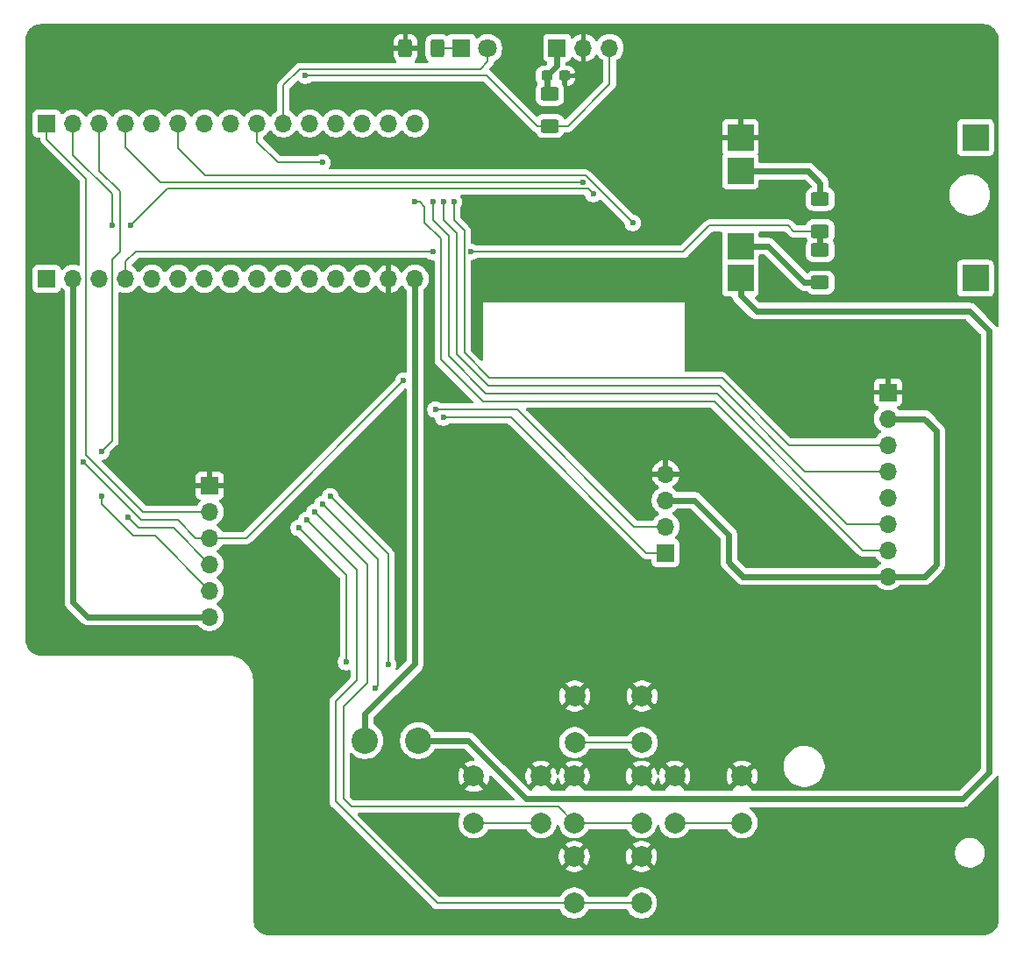
<source format=gbr>
%TF.GenerationSoftware,KiCad,Pcbnew,9.0.0*%
%TF.CreationDate,2025-06-04T20:24:47+02:00*%
%TF.ProjectId,capibarazeroPCB,63617069-6261-4726-917a-65726f504342,rev?*%
%TF.SameCoordinates,Original*%
%TF.FileFunction,Copper,L1,Top*%
%TF.FilePolarity,Positive*%
%FSLAX46Y46*%
G04 Gerber Fmt 4.6, Leading zero omitted, Abs format (unit mm)*
G04 Created by KiCad (PCBNEW 9.0.0) date 2025-06-04 20:24:47*
%MOMM*%
%LPD*%
G01*
G04 APERTURE LIST*
G04 Aperture macros list*
%AMRoundRect*
0 Rectangle with rounded corners*
0 $1 Rounding radius*
0 $2 $3 $4 $5 $6 $7 $8 $9 X,Y pos of 4 corners*
0 Add a 4 corners polygon primitive as box body*
4,1,4,$2,$3,$4,$5,$6,$7,$8,$9,$2,$3,0*
0 Add four circle primitives for the rounded corners*
1,1,$1+$1,$2,$3*
1,1,$1+$1,$4,$5*
1,1,$1+$1,$6,$7*
1,1,$1+$1,$8,$9*
0 Add four rect primitives between the rounded corners*
20,1,$1+$1,$2,$3,$4,$5,0*
20,1,$1+$1,$4,$5,$6,$7,0*
20,1,$1+$1,$6,$7,$8,$9,0*
20,1,$1+$1,$8,$9,$2,$3,0*%
G04 Aperture macros list end*
%TA.AperFunction,ComponentPad*%
%ADD10C,2.540000*%
%TD*%
%TA.AperFunction,ComponentPad*%
%ADD11R,1.700000X1.700000*%
%TD*%
%TA.AperFunction,ComponentPad*%
%ADD12O,1.700000X1.700000*%
%TD*%
%TA.AperFunction,ComponentPad*%
%ADD13C,2.000000*%
%TD*%
%TA.AperFunction,SMDPad,CuDef*%
%ADD14RoundRect,0.250000X0.625000X-0.400000X0.625000X0.400000X-0.625000X0.400000X-0.625000X-0.400000X0*%
%TD*%
%TA.AperFunction,SMDPad,CuDef*%
%ADD15RoundRect,0.250000X0.400000X0.625000X-0.400000X0.625000X-0.400000X-0.625000X0.400000X-0.625000X0*%
%TD*%
%TA.AperFunction,ComponentPad*%
%ADD16R,1.800000X1.800000*%
%TD*%
%TA.AperFunction,ComponentPad*%
%ADD17C,1.800000*%
%TD*%
%TA.AperFunction,SMDPad,CuDef*%
%ADD18RoundRect,0.237500X-0.300000X-0.237500X0.300000X-0.237500X0.300000X0.237500X-0.300000X0.237500X0*%
%TD*%
%TA.AperFunction,ComponentPad*%
%ADD19R,2.540000X2.540000*%
%TD*%
%TA.AperFunction,ViaPad*%
%ADD20C,0.600000*%
%TD*%
%TA.AperFunction,Conductor*%
%ADD21C,0.200000*%
%TD*%
%TA.AperFunction,Conductor*%
%ADD22C,0.600000*%
%TD*%
G04 APERTURE END LIST*
D10*
%TO.P,SW1,1,1*%
%TO.N,VIN*%
X126600000Y-132200000D03*
%TO.P,SW1,2,2*%
%TO.N,tp_V+*%
X131750000Y-132200000D03*
%TD*%
D11*
%TO.P,J3,1*%
%TO.N,GND*%
X111600000Y-107570000D03*
D12*
%TO.P,J3,2*%
%TO.N,D12*%
X111600000Y-110110000D03*
%TO.P,J3,3*%
%TO.N,D13*%
X111600000Y-112650000D03*
%TO.P,J3,4*%
%TO.N,D11*%
X111600000Y-115190000D03*
%TO.P,J3,5*%
%TO.N,D10*%
X111600000Y-117730000D03*
%TO.P,J3,6*%
%TO.N,+3.3V*%
X111600000Y-120270000D03*
%TD*%
D11*
%TO.P,J6,1*%
%TO.N,+3.3V*%
X145150000Y-65300000D03*
D12*
%TO.P,J6,2*%
%TO.N,GND*%
X147690000Y-65300000D03*
%TO.P,J6,3*%
%TO.N,D8*%
X150230000Y-65300000D03*
%TD*%
D11*
%TO.P,J4,1*%
%TO.N,A6*%
X155619000Y-114077000D03*
D12*
%TO.P,J4,2*%
%TO.N,A7*%
X155619000Y-111537000D03*
%TO.P,J4,3*%
%TO.N,+3.3V*%
X155619000Y-108997000D03*
%TO.P,J4,4*%
%TO.N,GND*%
X155619000Y-106457000D03*
%TD*%
D11*
%TO.P,J5,1*%
%TO.N,GND*%
X177100000Y-98570000D03*
D12*
%TO.P,J5,2*%
%TO.N,+3.3V*%
X177100000Y-101110000D03*
%TO.P,J5,3*%
%TO.N,D4*%
X177100000Y-103650000D03*
%TO.P,J5,4*%
%TO.N,D2*%
X177100000Y-106190000D03*
%TO.P,J5,5*%
%TO.N,unconnected-(J5-Pad5)*%
X177100000Y-108730000D03*
%TO.P,J5,6*%
%TO.N,D5*%
X177100000Y-111270000D03*
%TO.P,J5,7*%
%TO.N,D6*%
X177100000Y-113810000D03*
%TO.P,J5,8*%
%TO.N,+3.3V*%
X177100000Y-116350000D03*
%TD*%
D11*
%TO.P,J1,1,Pin_1*%
%TO.N,D12*%
X95860000Y-72600000D03*
D12*
%TO.P,J1,2,Pin_2*%
%TO.N,D11*%
X98400000Y-72600000D03*
%TO.P,J1,3,Pin_3*%
%TO.N,D10*%
X100940000Y-72600000D03*
%TO.P,J1,4,Pin_4*%
%TO.N,D9*%
X103480000Y-72600000D03*
%TO.P,J1,5,Pin_5*%
%TO.N,D8*%
X106020000Y-72600000D03*
%TO.P,J1,6,Pin_6*%
%TO.N,D7*%
X108560000Y-72600000D03*
%TO.P,J1,7,Pin_7*%
%TO.N,D6*%
X111100000Y-72600000D03*
%TO.P,J1,8,Pin_8*%
%TO.N,D5*%
X113640000Y-72600000D03*
%TO.P,J1,9,Pin_9*%
%TO.N,D4*%
X116180000Y-72600000D03*
%TO.P,J1,10,Pin_10*%
%TO.N,D3*%
X118720000Y-72600000D03*
%TO.P,J1,11,Pin_11*%
%TO.N,D2*%
X121260000Y-72600000D03*
%TO.P,J1,12,Pin_12*%
%TO.N,unconnected-(J1-Pin_12-Pad12)*%
X123800000Y-72600000D03*
%TO.P,J1,13,Pin_13*%
%TO.N,RST*%
X126340000Y-72600000D03*
%TO.P,J1,14,Pin_14*%
%TO.N,D0*%
X128880000Y-72600000D03*
%TO.P,J1,15,Pin_15*%
%TO.N,D1*%
X131420000Y-72600000D03*
%TD*%
D11*
%TO.P,J2,1,Pin_1*%
%TO.N,D13*%
X95860000Y-87600000D03*
D12*
%TO.P,J2,2,Pin_2*%
%TO.N,+3.3V*%
X98400000Y-87600000D03*
%TO.P,J2,3,Pin_3*%
%TO.N,unconnected-(J2-Pin_3-Pad3)*%
X100940000Y-87600000D03*
%TO.P,J2,4,Pin_4*%
%TO.N,A0*%
X103480000Y-87600000D03*
%TO.P,J2,5,Pin_5*%
%TO.N,A1*%
X106020000Y-87600000D03*
%TO.P,J2,6,Pin_6*%
%TO.N,A2*%
X108560000Y-87600000D03*
%TO.P,J2,7,Pin_7*%
%TO.N,A3*%
X111100000Y-87600000D03*
%TO.P,J2,8,Pin_8*%
%TO.N,A4*%
X113640000Y-87600000D03*
%TO.P,J2,9,Pin_9*%
%TO.N,A5*%
X116180000Y-87600000D03*
%TO.P,J2,10,Pin_10*%
%TO.N,A6*%
X118720000Y-87600000D03*
%TO.P,J2,11,Pin_11*%
%TO.N,A7*%
X121260000Y-87600000D03*
%TO.P,J2,12,Pin_12*%
%TO.N,unconnected-(J2-Pin_12-Pad12)*%
X123800000Y-87600000D03*
%TO.P,J2,13,Pin_13*%
%TO.N,unconnected-(J2-Pin_13-Pad13)*%
X126340000Y-87600000D03*
%TO.P,J2,14,Pin_14*%
%TO.N,GND*%
X128880000Y-87600000D03*
%TO.P,J2,15,Pin_15*%
%TO.N,VIN*%
X131420000Y-87600000D03*
%TD*%
D13*
%TO.P,SW5_B1,1,1*%
%TO.N,GND*%
X146800000Y-143400000D03*
X153300000Y-143400000D03*
%TO.P,SW5_B1,2,2*%
%TO.N,A2*%
X146800000Y-147900000D03*
X153300000Y-147900000D03*
%TD*%
%TO.P,SW4_T1,1,1*%
%TO.N,GND*%
X146850000Y-127900000D03*
X153350000Y-127900000D03*
%TO.P,SW4_T1,2,2*%
%TO.N,A5*%
X146850000Y-132400000D03*
X153350000Y-132400000D03*
%TD*%
%TO.P,SW3_M1,1,1*%
%TO.N,GND*%
X146800000Y-135650000D03*
X153300000Y-135650000D03*
%TO.P,SW3_M1,2,2*%
%TO.N,A3*%
X146800000Y-140150000D03*
X153300000Y-140150000D03*
%TD*%
%TO.P,SW2_L1,1,1*%
%TO.N,GND*%
X137100000Y-135650000D03*
X143600000Y-135650000D03*
%TO.P,SW2_L1,2,2*%
%TO.N,A4*%
X137100000Y-140150000D03*
X143600000Y-140150000D03*
%TD*%
%TO.P,SW1_R1,1,1*%
%TO.N,GND*%
X156500000Y-135650000D03*
X163000000Y-135650000D03*
%TO.P,SW1_R1,2,2*%
%TO.N,A1*%
X156500000Y-140150000D03*
X163000000Y-140150000D03*
%TD*%
D14*
%TO.P,R4,1*%
%TO.N,D8*%
X144450000Y-72850000D03*
%TO.P,R4,2*%
%TO.N,+3.3V*%
X144450000Y-69750000D03*
%TD*%
D15*
%TO.P,R3,1*%
%TO.N,Net-(D1-K)*%
X133600000Y-65350000D03*
%TO.P,R3,2*%
%TO.N,GND*%
X130500000Y-65350000D03*
%TD*%
D14*
%TO.P,R2,1*%
%TO.N,A0*%
X170550000Y-83000000D03*
%TO.P,R2,2*%
%TO.N,tp_bat-*%
X170550000Y-79900000D03*
%TD*%
%TO.P,R1,1*%
%TO.N,tp_bat+*%
X170550000Y-87950000D03*
%TO.P,R1,2*%
%TO.N,A0*%
X170550000Y-84850000D03*
%TD*%
D16*
%TO.P,D1,1,K*%
%TO.N,Net-(D1-K)*%
X135910000Y-65350000D03*
D17*
%TO.P,D1,2,A*%
%TO.N,D3*%
X138450000Y-65350000D03*
%TD*%
D18*
%TO.P,C1,1,+*%
%TO.N,+3.3V*%
X144137500Y-68000000D03*
%TO.P,C1,2,-*%
%TO.N,GND*%
X145862500Y-68000000D03*
%TD*%
D19*
%TO.P,BMS1,1,OUT-*%
%TO.N,GND*%
X162850000Y-73950000D03*
%TO.P,BMS1,2,Bat-*%
%TO.N,tp_bat-*%
X162850000Y-77200000D03*
%TO.P,BMS1,3,Bat+*%
%TO.N,tp_bat+*%
X162850000Y-84450000D03*
%TO.P,BMS1,4,OUT+*%
%TO.N,tp_V+*%
X162850000Y-87550000D03*
%TO.P,BMS1,5,IN-*%
%TO.N,unconnected-(BMS1-IN--Pad5)*%
X185550000Y-73950000D03*
%TO.P,BMS1,6,IN+*%
%TO.N,unconnected-(BMS1-IN+-Pad6)*%
X185550000Y-87550000D03*
%TD*%
D20*
%TO.N,A5*%
X123234000Y-108616000D03*
%TO.N,A4*%
X122472000Y-109378000D03*
%TO.N,A3*%
X121710000Y-110140000D03*
%TO.N,A2*%
X120948000Y-110902000D03*
%TO.N,A1*%
X120186000Y-111664000D03*
%TO.N,A5*%
X128822000Y-124872000D03*
%TO.N,A4*%
X127552000Y-127158000D03*
%TO.N,A1*%
X124758000Y-124618000D03*
%TO.N,A0*%
X136788000Y-84994000D03*
X133140000Y-84994000D03*
%TO.N,D4*%
X122472000Y-76358000D03*
X135172000Y-80168000D03*
%TO.N,D2*%
X134156000Y-80168000D03*
%TO.N,D5*%
X133140000Y-80168000D03*
%TO.N,D6*%
X131362000Y-80168000D03*
%TO.N,A6*%
X134156000Y-100996000D03*
%TO.N,A7*%
X133394000Y-100234000D03*
%TO.N,D11*%
X103930000Y-82454000D03*
X148634000Y-79406000D03*
%TO.N,D13*%
X130330582Y-97424582D03*
%TO.N,D10*%
X101136000Y-104298000D03*
X101136000Y-108616000D03*
%TO.N,D11*%
X102152000Y-82454000D03*
X103676000Y-110648000D03*
%TO.N,D13*%
X99358000Y-105314000D03*
%TO.N,D9*%
X147618000Y-78263000D03*
%TO.N,D7*%
X152444000Y-82200000D03*
%TO.N,D8*%
X120821000Y-67976000D03*
%TD*%
D21*
%TO.N,A5*%
X128822000Y-114204000D02*
X123234000Y-108616000D01*
X128822000Y-123856000D02*
X128822000Y-114204000D01*
%TO.N,A4*%
X127806000Y-114712000D02*
X122472000Y-109378000D01*
X127806000Y-125126000D02*
X127806000Y-114712000D01*
%TO.N,A3*%
X126790000Y-115220000D02*
X121710000Y-110140000D01*
X126790000Y-125126000D02*
X126790000Y-115220000D01*
%TO.N,A2*%
X125774000Y-125380000D02*
X125774000Y-115728000D01*
X125774000Y-115728000D02*
X120948000Y-110902000D01*
%TO.N,A1*%
X124758000Y-116236000D02*
X120186000Y-111664000D01*
X124758000Y-124618000D02*
X124758000Y-116236000D01*
%TO.N,A2*%
X123742000Y-138080000D02*
X123742000Y-128419363D01*
X125774000Y-126387363D02*
X125774000Y-125380000D01*
X133562000Y-147900000D02*
X123742000Y-138080000D01*
X123742000Y-128419363D02*
X125774000Y-126387363D01*
X146800000Y-147900000D02*
X133562000Y-147900000D01*
%TO.N,A3*%
X124504000Y-137826000D02*
X124504000Y-128936000D01*
X125266000Y-138588000D02*
X124504000Y-137826000D01*
X145238000Y-138588000D02*
X125266000Y-138588000D01*
X124504000Y-128936000D02*
X126790000Y-126650000D01*
X126790000Y-126650000D02*
X126790000Y-125126000D01*
X146800000Y-140150000D02*
X145238000Y-138588000D01*
%TO.N,A5*%
X128822000Y-124872000D02*
X128822000Y-123856000D01*
%TO.N,A4*%
X127806000Y-126904000D02*
X127806000Y-125126000D01*
X127552000Y-127158000D02*
X127806000Y-126904000D01*
X143600000Y-140150000D02*
X137100000Y-140150000D01*
%TO.N,A2*%
X153300000Y-147900000D02*
X146800000Y-147900000D01*
%TO.N,A3*%
X153300000Y-140150000D02*
X146800000Y-140150000D01*
%TO.N,A1*%
X163000000Y-140150000D02*
X156500000Y-140150000D01*
%TO.N,A5*%
X153350000Y-132400000D02*
X146850000Y-132400000D01*
%TO.N,A0*%
X104438000Y-84994000D02*
X133140000Y-84994000D01*
X103480000Y-87600000D02*
X103480000Y-85952000D01*
X103480000Y-85952000D02*
X104438000Y-84994000D01*
X159877768Y-82454000D02*
X167430000Y-82454000D01*
X157337768Y-84994000D02*
X159877768Y-82454000D01*
X167430000Y-82454000D02*
X167976000Y-83000000D01*
X136788000Y-84994000D02*
X157337768Y-84994000D01*
X167976000Y-83000000D02*
X170550000Y-83000000D01*
%TO.N,D4*%
X116180000Y-74384000D02*
X116180000Y-72600000D01*
X118154000Y-76358000D02*
X116180000Y-74384000D01*
X122472000Y-76358000D02*
X118154000Y-76358000D01*
%TO.N,D7*%
X111169000Y-77628000D02*
X108560000Y-75019000D01*
X147872000Y-77628000D02*
X111169000Y-77628000D01*
X152444000Y-82200000D02*
X147872000Y-77628000D01*
X108560000Y-75019000D02*
X108560000Y-72600000D01*
%TO.N,D4*%
X136188000Y-82962000D02*
X135172000Y-81946000D01*
X135172000Y-81946000D02*
X135172000Y-80168000D01*
X136188000Y-84994000D02*
X136188000Y-82962000D01*
%TO.N,D2*%
X134156000Y-81946000D02*
X134156000Y-80168000D01*
X135426000Y-83216000D02*
X134156000Y-81946000D01*
X135426000Y-84994000D02*
X135426000Y-83216000D01*
%TO.N,D6*%
X174656000Y-113810000D02*
X177100000Y-113810000D01*
X137966000Y-99472000D02*
X160318000Y-99472000D01*
X133902000Y-83724000D02*
X133902000Y-95408000D01*
X132339997Y-82161997D02*
X133902000Y-83724000D01*
X132339997Y-80637997D02*
X132339997Y-82161997D01*
X160318000Y-99472000D02*
X174656000Y-113810000D01*
X133902000Y-95408000D02*
X137966000Y-99472000D01*
X131870000Y-80168000D02*
X132339997Y-80637997D01*
X131362000Y-80168000D02*
X131870000Y-80168000D01*
%TO.N,D5*%
X173132000Y-111270000D02*
X177100000Y-111270000D01*
X138279100Y-98710000D02*
X160572000Y-98710000D01*
X134664000Y-83470000D02*
X134664000Y-95094900D01*
X133140000Y-80168000D02*
X133140000Y-81946000D01*
X133140000Y-81946000D02*
X134664000Y-83470000D01*
X134664000Y-95094900D02*
X138279100Y-98710000D01*
X160572000Y-98710000D02*
X173132000Y-111270000D01*
%TO.N,D10*%
X102914000Y-79152000D02*
X100940000Y-77178000D01*
X100940000Y-77178000D02*
X100940000Y-72600000D01*
X102914000Y-84994000D02*
X102914000Y-79152000D01*
X102202800Y-103231200D02*
X102202800Y-85705200D01*
X101136000Y-104298000D02*
X102202800Y-103231200D01*
X102202800Y-85705200D02*
X102914000Y-84994000D01*
%TO.N,D11*%
X102152000Y-79406000D02*
X98400000Y-75654000D01*
X102152000Y-82454000D02*
X102152000Y-79406000D01*
X98400000Y-75654000D02*
X98400000Y-72600000D01*
%TO.N,D12*%
X95860000Y-74130000D02*
X95860000Y-72600000D01*
X99662800Y-104602800D02*
X99662800Y-77932800D01*
X105170000Y-110110000D02*
X99662800Y-104602800D01*
X99662800Y-77932800D02*
X95860000Y-74130000D01*
X111600000Y-110110000D02*
X105170000Y-110110000D01*
%TO.N,D11*%
X107486000Y-78898000D02*
X103930000Y-82454000D01*
X148126000Y-78898000D02*
X107486000Y-78898000D01*
X148634000Y-79406000D02*
X148126000Y-78898000D01*
%TO.N,D13*%
X115136000Y-112650000D02*
X111600000Y-112650000D01*
X130330582Y-97455418D02*
X115136000Y-112650000D01*
X130330582Y-97424582D02*
X130330582Y-97455418D01*
%TO.N,A6*%
X153756350Y-114077000D02*
X155619000Y-114077000D01*
X134156000Y-100996000D02*
X140675350Y-100996000D01*
X140675350Y-100996000D02*
X153756350Y-114077000D01*
%TO.N,A7*%
X141268000Y-100234000D02*
X152571000Y-111537000D01*
X133394000Y-100234000D02*
X141268000Y-100234000D01*
X152571000Y-111537000D02*
X155619000Y-111537000D01*
%TO.N,D2*%
X138474000Y-97948000D02*
X135426000Y-94900000D01*
X160826000Y-97948000D02*
X138474000Y-97948000D01*
X169068000Y-106190000D02*
X160826000Y-97948000D01*
X135426000Y-94900000D02*
X135426000Y-84994000D01*
X177100000Y-106190000D02*
X169068000Y-106190000D01*
%TO.N,D4*%
X136188000Y-94744836D02*
X136188000Y-84994000D01*
X138629164Y-97186000D02*
X136188000Y-94744836D01*
X139490000Y-97186000D02*
X138629164Y-97186000D01*
X161080000Y-97186000D02*
X139490000Y-97186000D01*
X167544000Y-103650000D02*
X161080000Y-97186000D01*
X177100000Y-103650000D02*
X167544000Y-103650000D01*
%TO.N,D10*%
X101136000Y-109378000D02*
X101136000Y-108616000D01*
X104184000Y-112426000D02*
X101136000Y-109378000D01*
X106296000Y-112426000D02*
X104184000Y-112426000D01*
X111600000Y-117730000D02*
X106296000Y-112426000D01*
%TO.N,D11*%
X108074000Y-111664000D02*
X104692000Y-111664000D01*
X104692000Y-111664000D02*
X103676000Y-110648000D01*
X111600000Y-115190000D02*
X108074000Y-111664000D01*
%TO.N,D13*%
X104946000Y-110902000D02*
X99358000Y-105314000D01*
X108502000Y-110902000D02*
X104946000Y-110902000D01*
X110250000Y-112650000D02*
X108502000Y-110902000D01*
X111600000Y-112650000D02*
X110250000Y-112650000D01*
D22*
%TO.N,+3.3V*%
X98400000Y-118834000D02*
X98400000Y-87600000D01*
X111600000Y-120270000D02*
X99836000Y-120270000D01*
X99836000Y-120270000D02*
X98400000Y-118834000D01*
%TO.N,VIN*%
X126600000Y-129634000D02*
X126600000Y-132200000D01*
X131420000Y-87600000D02*
X131420000Y-124814000D01*
X131420000Y-124814000D02*
X126600000Y-129634000D01*
%TO.N,+3.3V*%
X144137500Y-68000000D02*
X144137500Y-69437500D01*
X144137500Y-69437500D02*
X144450000Y-69750000D01*
X145150000Y-66987500D02*
X144137500Y-68000000D01*
X145150000Y-65300000D02*
X145150000Y-66987500D01*
X180625000Y-101110000D02*
X177100000Y-101110000D01*
X181781000Y-102266000D02*
X180625000Y-101110000D01*
X181781000Y-115220000D02*
X181781000Y-102266000D01*
X180651000Y-116350000D02*
X181781000Y-115220000D01*
X177100000Y-116350000D02*
X180651000Y-116350000D01*
X163099000Y-116350000D02*
X177100000Y-116350000D01*
X161715000Y-112299000D02*
X161715000Y-114966000D01*
X158413000Y-108997000D02*
X161715000Y-112299000D01*
X155619000Y-108997000D02*
X158413000Y-108997000D01*
X161715000Y-114966000D02*
X163099000Y-116350000D01*
%TO.N,tp_V+*%
X136531000Y-132200000D02*
X131750000Y-132200000D01*
X142157000Y-137826000D02*
X136531000Y-132200000D01*
X184321000Y-137826000D02*
X142157000Y-137826000D01*
X186861000Y-92614000D02*
X186861000Y-135286000D01*
X184956000Y-90709000D02*
X186861000Y-92614000D01*
X164382000Y-90709000D02*
X184956000Y-90709000D01*
X162850000Y-89177000D02*
X164382000Y-90709000D01*
X162850000Y-87550000D02*
X162850000Y-89177000D01*
X186861000Y-135286000D02*
X184321000Y-137826000D01*
%TO.N,tp_bat+*%
X169007500Y-87950000D02*
X170550000Y-87950000D01*
X165507500Y-84450000D02*
X169007500Y-87950000D01*
X162850000Y-84450000D02*
X165507500Y-84450000D01*
%TO.N,tp_bat-*%
X169415000Y-77200000D02*
X162850000Y-77200000D01*
X170550000Y-78335000D02*
X169415000Y-77200000D01*
X170550000Y-79900000D02*
X170550000Y-78335000D01*
%TO.N,A0*%
X170550000Y-83000000D02*
X170550000Y-84850000D01*
D21*
%TO.N,D8*%
X138347000Y-67976000D02*
X120821000Y-67976000D01*
X143221000Y-72850000D02*
X138347000Y-67976000D01*
X144450000Y-72850000D02*
X143221000Y-72850000D01*
%TO.N,D3*%
X137712000Y-67341000D02*
X138450000Y-66603000D01*
X138450000Y-66603000D02*
X138450000Y-65350000D01*
X120313000Y-67341000D02*
X137712000Y-67341000D01*
X118720000Y-68934000D02*
X120313000Y-67341000D01*
X118720000Y-72600000D02*
X118720000Y-68934000D01*
%TO.N,Net-(D1-K)*%
X135910000Y-65350000D02*
X133600000Y-65350000D01*
%TO.N,D8*%
X146173000Y-72850000D02*
X144450000Y-72850000D01*
X150230000Y-68793000D02*
X146173000Y-72850000D01*
X150230000Y-65300000D02*
X150230000Y-68793000D01*
%TO.N,GND*%
X147690000Y-67015000D02*
X146705000Y-68000000D01*
X147690000Y-65300000D02*
X147690000Y-67015000D01*
X146705000Y-68000000D02*
X145862500Y-68000000D01*
%TO.N,D9*%
X103480000Y-74892000D02*
X103480000Y-72600000D01*
X106851000Y-78263000D02*
X103480000Y-74892000D01*
X147618000Y-78263000D02*
X106851000Y-78263000D01*
%TD*%
%TA.AperFunction,Conductor*%
%TO.N,GND*%
G36*
X186304418Y-63000816D02*
G01*
X186504561Y-63015130D01*
X186522063Y-63017647D01*
X186713797Y-63059355D01*
X186730755Y-63064334D01*
X186914609Y-63132909D01*
X186930701Y-63140259D01*
X187102904Y-63234288D01*
X187117784Y-63243849D01*
X187274867Y-63361441D01*
X187288237Y-63373027D01*
X187426972Y-63511762D01*
X187438558Y-63525132D01*
X187556146Y-63682210D01*
X187565711Y-63697095D01*
X187659740Y-63869298D01*
X187667090Y-63885390D01*
X187735662Y-64069236D01*
X187740646Y-64086212D01*
X187782351Y-64277931D01*
X187784869Y-64295442D01*
X187799184Y-64495580D01*
X187799500Y-64504427D01*
X187799500Y-92168928D01*
X187779815Y-92235967D01*
X187727011Y-92281722D01*
X187657853Y-92291666D01*
X187594297Y-92262641D01*
X187572398Y-92237819D01*
X187482790Y-92103712D01*
X187482789Y-92103711D01*
X187371289Y-91992211D01*
X186598367Y-91219289D01*
X185466292Y-90087213D01*
X185466288Y-90087210D01*
X185335185Y-89999609D01*
X185335172Y-89999602D01*
X185189501Y-89939264D01*
X185189489Y-89939261D01*
X185034845Y-89908500D01*
X185034842Y-89908500D01*
X164764940Y-89908500D01*
X164697901Y-89888815D01*
X164677259Y-89872181D01*
X164285028Y-89479950D01*
X164251543Y-89418627D01*
X164256527Y-89348935D01*
X164298399Y-89293002D01*
X164329374Y-89276088D01*
X164362331Y-89263796D01*
X164477546Y-89177546D01*
X164563796Y-89062331D01*
X164614091Y-88927483D01*
X164620500Y-88867873D01*
X164620499Y-86232128D01*
X164614091Y-86172517D01*
X164565907Y-86043330D01*
X164560924Y-85973642D01*
X164565904Y-85956677D01*
X164614091Y-85827483D01*
X164620500Y-85767873D01*
X164620500Y-85374500D01*
X164640185Y-85307461D01*
X164692989Y-85261706D01*
X164744500Y-85250500D01*
X165124560Y-85250500D01*
X165191599Y-85270185D01*
X165212241Y-85286819D01*
X168385711Y-88460289D01*
X168497211Y-88571789D01*
X168628321Y-88659394D01*
X168731333Y-88702062D01*
X168774002Y-88719737D01*
X168821244Y-88729134D01*
X168928652Y-88750499D01*
X168928655Y-88750500D01*
X168928657Y-88750500D01*
X168928658Y-88750500D01*
X169221042Y-88750500D01*
X169288081Y-88770185D01*
X169326580Y-88809402D01*
X169332288Y-88818656D01*
X169456344Y-88942712D01*
X169605666Y-89034814D01*
X169772203Y-89089999D01*
X169874991Y-89100500D01*
X171225008Y-89100499D01*
X171327797Y-89089999D01*
X171494334Y-89034814D01*
X171643656Y-88942712D01*
X171767712Y-88818656D01*
X171859814Y-88669334D01*
X171914999Y-88502797D01*
X171925500Y-88400009D01*
X171925499Y-87499992D01*
X171916000Y-87407007D01*
X171914999Y-87397203D01*
X171914998Y-87397200D01*
X171880467Y-87292993D01*
X171859814Y-87230666D01*
X171767712Y-87081344D01*
X171643656Y-86957288D01*
X171494334Y-86865186D01*
X171327797Y-86810001D01*
X171327795Y-86810000D01*
X171225010Y-86799500D01*
X169874998Y-86799500D01*
X169874981Y-86799501D01*
X169772203Y-86810000D01*
X169772200Y-86810001D01*
X169605668Y-86865185D01*
X169605663Y-86865187D01*
X169456345Y-86957287D01*
X169389286Y-87024346D01*
X169327962Y-87057830D01*
X169258271Y-87052845D01*
X169213924Y-87024345D01*
X168421714Y-86232135D01*
X183779500Y-86232135D01*
X183779500Y-88867870D01*
X183779501Y-88867876D01*
X183785908Y-88927483D01*
X183836202Y-89062328D01*
X183836206Y-89062335D01*
X183922452Y-89177544D01*
X183922455Y-89177547D01*
X184037664Y-89263793D01*
X184037671Y-89263797D01*
X184172517Y-89314091D01*
X184172516Y-89314091D01*
X184179444Y-89314835D01*
X184232127Y-89320500D01*
X186867872Y-89320499D01*
X186927483Y-89314091D01*
X187062331Y-89263796D01*
X187177546Y-89177546D01*
X187263796Y-89062331D01*
X187314091Y-88927483D01*
X187320500Y-88867873D01*
X187320499Y-86232128D01*
X187314091Y-86172517D01*
X187263933Y-86038037D01*
X187263797Y-86037671D01*
X187263793Y-86037664D01*
X187177547Y-85922455D01*
X187177544Y-85922452D01*
X187062335Y-85836206D01*
X187062328Y-85836202D01*
X186927482Y-85785908D01*
X186927483Y-85785908D01*
X186867883Y-85779501D01*
X186867881Y-85779500D01*
X186867873Y-85779500D01*
X186867864Y-85779500D01*
X184232129Y-85779500D01*
X184232123Y-85779501D01*
X184172516Y-85785908D01*
X184037671Y-85836202D01*
X184037664Y-85836206D01*
X183922455Y-85922452D01*
X183922452Y-85922455D01*
X183836206Y-86037664D01*
X183836202Y-86037671D01*
X183785908Y-86172517D01*
X183782875Y-86200735D01*
X183779501Y-86232123D01*
X183779500Y-86232135D01*
X168421714Y-86232135D01*
X166017792Y-83828213D01*
X166017788Y-83828210D01*
X165886685Y-83740609D01*
X165886672Y-83740602D01*
X165741001Y-83680264D01*
X165740989Y-83680261D01*
X165586345Y-83649500D01*
X165586342Y-83649500D01*
X164744499Y-83649500D01*
X164677460Y-83629815D01*
X164631705Y-83577011D01*
X164620499Y-83525500D01*
X164620499Y-83178500D01*
X164640184Y-83111461D01*
X164692988Y-83065706D01*
X164744499Y-83054500D01*
X167129903Y-83054500D01*
X167196942Y-83074185D01*
X167217583Y-83090818D01*
X167607284Y-83480520D01*
X167607286Y-83480521D01*
X167607290Y-83480524D01*
X167744209Y-83559573D01*
X167744216Y-83559577D01*
X167896943Y-83600501D01*
X167896945Y-83600501D01*
X168062654Y-83600501D01*
X168062670Y-83600500D01*
X169111267Y-83600500D01*
X169178306Y-83620185D01*
X169219962Y-83664822D01*
X169225411Y-83674746D01*
X169240186Y-83719334D01*
X169328533Y-83862568D01*
X169330045Y-83865322D01*
X169336903Y-83896502D01*
X169345329Y-83927296D01*
X169344384Y-83930514D01*
X169345054Y-83933560D01*
X169337502Y-83953948D01*
X169326889Y-83990096D01*
X169240189Y-84130659D01*
X169240185Y-84130668D01*
X169223078Y-84182294D01*
X169185001Y-84297203D01*
X169185001Y-84297204D01*
X169185000Y-84297204D01*
X169174500Y-84399983D01*
X169174500Y-85300001D01*
X169174501Y-85300019D01*
X169185000Y-85402796D01*
X169185001Y-85402799D01*
X169240185Y-85569331D01*
X169240187Y-85569336D01*
X169275069Y-85625888D01*
X169332288Y-85718656D01*
X169456344Y-85842712D01*
X169605666Y-85934814D01*
X169772203Y-85989999D01*
X169874991Y-86000500D01*
X171225008Y-86000499D01*
X171327797Y-85989999D01*
X171494334Y-85934814D01*
X171643656Y-85842712D01*
X171767712Y-85718656D01*
X171859814Y-85569334D01*
X171914999Y-85402797D01*
X171925500Y-85300009D01*
X171925499Y-84399992D01*
X171924546Y-84390666D01*
X171914999Y-84297203D01*
X171914998Y-84297200D01*
X171886083Y-84209941D01*
X171859814Y-84130666D01*
X171773109Y-83990094D01*
X171754670Y-83922704D01*
X171773109Y-83859905D01*
X171859814Y-83719334D01*
X171914999Y-83552797D01*
X171925500Y-83450009D01*
X171925499Y-82549992D01*
X171923676Y-82532150D01*
X171914999Y-82447203D01*
X171914998Y-82447200D01*
X171899192Y-82399500D01*
X171859814Y-82280666D01*
X171767712Y-82131344D01*
X171643656Y-82007288D01*
X171536628Y-81941273D01*
X171494336Y-81915187D01*
X171494331Y-81915185D01*
X171492862Y-81914698D01*
X171327797Y-81860001D01*
X171327795Y-81860000D01*
X171225010Y-81849500D01*
X169874998Y-81849500D01*
X169874981Y-81849501D01*
X169772203Y-81860000D01*
X169772200Y-81860001D01*
X169605668Y-81915185D01*
X169605663Y-81915187D01*
X169456342Y-82007289D01*
X169332289Y-82131342D01*
X169240187Y-82280663D01*
X169240184Y-82280671D01*
X169228972Y-82314506D01*
X169189199Y-82371950D01*
X169124683Y-82398772D01*
X169111267Y-82399500D01*
X168276098Y-82399500D01*
X168209059Y-82379815D01*
X168188417Y-82363181D01*
X167798717Y-81973481D01*
X167798716Y-81973480D01*
X167697747Y-81915186D01*
X167661785Y-81894423D01*
X167509057Y-81853499D01*
X167350943Y-81853499D01*
X167343347Y-81853499D01*
X167343331Y-81853500D01*
X159798708Y-81853500D01*
X159757787Y-81864464D01*
X159757787Y-81864465D01*
X159721329Y-81874234D01*
X159645982Y-81894423D01*
X159645977Y-81894426D01*
X159509058Y-81973475D01*
X159509050Y-81973481D01*
X159407718Y-82074814D01*
X159397248Y-82085284D01*
X159397246Y-82085286D01*
X158244475Y-83238058D01*
X157125352Y-84357181D01*
X157064029Y-84390666D01*
X157037671Y-84393500D01*
X137367766Y-84393500D01*
X137300727Y-84373815D01*
X137298875Y-84372602D01*
X137167185Y-84284609D01*
X137167172Y-84284602D01*
X137021501Y-84224264D01*
X137021491Y-84224261D01*
X136888308Y-84197769D01*
X136826397Y-84165384D01*
X136791823Y-84104668D01*
X136788500Y-84076152D01*
X136788500Y-83051059D01*
X136788501Y-83051046D01*
X136788501Y-82882945D01*
X136788501Y-82882943D01*
X136747577Y-82730215D01*
X136704973Y-82656423D01*
X136668520Y-82593284D01*
X136556716Y-82481480D01*
X136556715Y-82481479D01*
X136552385Y-82477149D01*
X136552374Y-82477139D01*
X135808819Y-81733584D01*
X135775334Y-81672261D01*
X135772500Y-81645903D01*
X135772500Y-80747765D01*
X135792185Y-80680726D01*
X135793398Y-80678874D01*
X135833182Y-80619334D01*
X135881394Y-80547179D01*
X135941737Y-80401497D01*
X135972500Y-80246842D01*
X135972500Y-80089158D01*
X135972500Y-80089155D01*
X135972499Y-80089153D01*
X135960292Y-80027786D01*
X135941737Y-79934503D01*
X135921741Y-79886228D01*
X135881397Y-79788827D01*
X135881390Y-79788814D01*
X135816294Y-79691391D01*
X135795416Y-79624713D01*
X135813901Y-79557333D01*
X135865879Y-79510643D01*
X135919396Y-79498500D01*
X147734453Y-79498500D01*
X147801492Y-79518185D01*
X147847247Y-79570989D01*
X147856069Y-79598305D01*
X147860070Y-79618416D01*
X147864263Y-79639497D01*
X147864263Y-79639498D01*
X147924602Y-79785172D01*
X147924609Y-79785185D01*
X148012210Y-79916288D01*
X148012213Y-79916292D01*
X148123707Y-80027786D01*
X148123711Y-80027789D01*
X148254814Y-80115390D01*
X148254827Y-80115397D01*
X148400498Y-80175735D01*
X148400503Y-80175737D01*
X148555153Y-80206499D01*
X148555156Y-80206500D01*
X148555158Y-80206500D01*
X148712844Y-80206500D01*
X148712845Y-80206499D01*
X148867497Y-80175737D01*
X149013179Y-80115394D01*
X149144289Y-80027789D01*
X149144292Y-80027786D01*
X149195741Y-79976338D01*
X149257064Y-79942853D01*
X149326756Y-79947837D01*
X149371103Y-79976338D01*
X151609425Y-82214660D01*
X151642910Y-82275983D01*
X151643361Y-82278149D01*
X151674261Y-82433491D01*
X151674264Y-82433501D01*
X151734602Y-82579172D01*
X151734609Y-82579185D01*
X151822210Y-82710288D01*
X151822213Y-82710292D01*
X151933707Y-82821786D01*
X151933711Y-82821789D01*
X152064814Y-82909390D01*
X152064827Y-82909397D01*
X152210498Y-82969735D01*
X152210503Y-82969737D01*
X152365153Y-83000499D01*
X152365156Y-83000500D01*
X152365158Y-83000500D01*
X152522844Y-83000500D01*
X152522845Y-83000499D01*
X152677497Y-82969737D01*
X152823179Y-82909394D01*
X152954289Y-82821789D01*
X153065789Y-82710289D01*
X153153394Y-82579179D01*
X153213737Y-82433497D01*
X153244500Y-82278842D01*
X153244500Y-82121158D01*
X153244500Y-82121155D01*
X153244499Y-82121153D01*
X153213737Y-81966503D01*
X153204054Y-81943125D01*
X153153397Y-81820827D01*
X153153390Y-81820814D01*
X153065789Y-81689711D01*
X153065786Y-81689707D01*
X152954292Y-81578213D01*
X152954288Y-81578210D01*
X152823185Y-81490609D01*
X152823172Y-81490602D01*
X152677501Y-81430264D01*
X152677491Y-81430261D01*
X152522149Y-81399361D01*
X152460238Y-81366976D01*
X152458660Y-81365425D01*
X148359590Y-77266355D01*
X148359588Y-77266352D01*
X148240717Y-77147481D01*
X148240716Y-77147480D01*
X148153904Y-77097360D01*
X148153904Y-77097359D01*
X148153900Y-77097358D01*
X148103785Y-77068423D01*
X147951057Y-77027499D01*
X147792943Y-77027499D01*
X147785347Y-77027499D01*
X147785331Y-77027500D01*
X123219396Y-77027500D01*
X123152357Y-77007815D01*
X123106602Y-76955011D01*
X123096658Y-76885853D01*
X123116294Y-76834609D01*
X123181390Y-76737185D01*
X123181390Y-76737184D01*
X123181394Y-76737179D01*
X123241737Y-76591497D01*
X123272500Y-76436842D01*
X123272500Y-76279158D01*
X123272500Y-76279155D01*
X123272499Y-76279153D01*
X123241738Y-76124510D01*
X123241737Y-76124503D01*
X123241735Y-76124498D01*
X123181397Y-75978827D01*
X123181395Y-75978823D01*
X123181394Y-75978821D01*
X123116790Y-75882135D01*
X161079500Y-75882135D01*
X161079500Y-78517870D01*
X161079501Y-78517876D01*
X161085908Y-78577483D01*
X161136202Y-78712328D01*
X161136206Y-78712335D01*
X161222452Y-78827544D01*
X161222455Y-78827547D01*
X161337664Y-78913793D01*
X161337671Y-78913797D01*
X161472517Y-78964091D01*
X161472516Y-78964091D01*
X161479444Y-78964835D01*
X161532127Y-78970500D01*
X164167872Y-78970499D01*
X164227483Y-78964091D01*
X164362331Y-78913796D01*
X164477546Y-78827546D01*
X164563796Y-78712331D01*
X164614091Y-78577483D01*
X164620500Y-78517873D01*
X164620500Y-78124500D01*
X164640185Y-78057461D01*
X164692989Y-78011706D01*
X164744500Y-78000500D01*
X169032060Y-78000500D01*
X169099099Y-78020185D01*
X169119741Y-78036819D01*
X169683169Y-78600247D01*
X169716654Y-78661570D01*
X169711670Y-78731262D01*
X169669798Y-78787195D01*
X169634493Y-78805633D01*
X169605674Y-78815182D01*
X169605663Y-78815187D01*
X169456342Y-78907289D01*
X169332289Y-79031342D01*
X169240187Y-79180663D01*
X169240186Y-79180666D01*
X169185001Y-79347203D01*
X169185001Y-79347204D01*
X169185000Y-79347204D01*
X169174500Y-79449983D01*
X169174500Y-80350001D01*
X169174501Y-80350019D01*
X169185000Y-80452796D01*
X169185001Y-80452799D01*
X169233741Y-80599884D01*
X169240186Y-80619334D01*
X169332288Y-80768656D01*
X169456344Y-80892712D01*
X169605666Y-80984814D01*
X169772203Y-81039999D01*
X169874991Y-81050500D01*
X171225008Y-81050499D01*
X171327797Y-81039999D01*
X171494334Y-80984814D01*
X171643656Y-80892712D01*
X171767712Y-80768656D01*
X171859814Y-80619334D01*
X171914999Y-80452797D01*
X171925500Y-80350009D01*
X171925499Y-79449992D01*
X171917381Y-79370525D01*
X183024500Y-79370525D01*
X183024500Y-79629474D01*
X183024501Y-79629491D01*
X183058299Y-79886217D01*
X183058300Y-79886222D01*
X183058301Y-79886228D01*
X183058302Y-79886230D01*
X183125324Y-80136364D01*
X183224423Y-80375609D01*
X183224427Y-80375619D01*
X183353906Y-80599883D01*
X183511551Y-80805331D01*
X183511557Y-80805338D01*
X183694661Y-80988442D01*
X183694668Y-80988448D01*
X183900116Y-81146093D01*
X184124380Y-81275572D01*
X184124381Y-81275572D01*
X184124384Y-81275574D01*
X184363634Y-81374675D01*
X184613772Y-81441699D01*
X184870519Y-81475500D01*
X184870526Y-81475500D01*
X185129474Y-81475500D01*
X185129481Y-81475500D01*
X185386228Y-81441699D01*
X185636366Y-81374675D01*
X185875616Y-81275574D01*
X186099884Y-81146093D01*
X186305333Y-80988447D01*
X186488447Y-80805333D01*
X186646093Y-80599884D01*
X186775574Y-80375616D01*
X186874675Y-80136366D01*
X186941699Y-79886228D01*
X186975500Y-79629481D01*
X186975500Y-79370519D01*
X186941699Y-79113772D01*
X186874675Y-78863634D01*
X186775574Y-78624384D01*
X186745436Y-78572184D01*
X186646093Y-78400116D01*
X186488448Y-78194668D01*
X186488442Y-78194661D01*
X186305338Y-78011557D01*
X186305331Y-78011551D01*
X186099883Y-77853906D01*
X185875619Y-77724427D01*
X185875609Y-77724423D01*
X185636364Y-77625324D01*
X185511297Y-77591813D01*
X185386228Y-77558301D01*
X185386222Y-77558300D01*
X185386217Y-77558299D01*
X185129491Y-77524501D01*
X185129486Y-77524500D01*
X185129481Y-77524500D01*
X184870519Y-77524500D01*
X184870513Y-77524500D01*
X184870508Y-77524501D01*
X184613782Y-77558299D01*
X184613775Y-77558300D01*
X184613772Y-77558301D01*
X184560908Y-77572465D01*
X184363635Y-77625324D01*
X184124390Y-77724423D01*
X184124380Y-77724427D01*
X183900116Y-77853906D01*
X183694668Y-78011551D01*
X183694661Y-78011557D01*
X183511557Y-78194661D01*
X183511551Y-78194668D01*
X183353906Y-78400116D01*
X183224427Y-78624380D01*
X183224423Y-78624390D01*
X183125324Y-78863635D01*
X183058302Y-79113769D01*
X183058299Y-79113782D01*
X183024501Y-79370508D01*
X183024500Y-79370525D01*
X171917381Y-79370525D01*
X171914999Y-79347203D01*
X171859814Y-79180666D01*
X171767712Y-79031344D01*
X171643656Y-78907288D01*
X171538170Y-78842224D01*
X171494336Y-78815187D01*
X171494335Y-78815186D01*
X171494334Y-78815186D01*
X171435493Y-78795688D01*
X171378051Y-78755916D01*
X171351228Y-78691400D01*
X171350500Y-78677983D01*
X171350500Y-78256158D01*
X171344999Y-78228500D01*
X171344999Y-78228498D01*
X171344999Y-78228497D01*
X171319738Y-78101507D01*
X171319737Y-78101506D01*
X171319737Y-78101502D01*
X171289914Y-78029503D01*
X171289914Y-78029502D01*
X171259397Y-77955827D01*
X171259390Y-77955814D01*
X171171790Y-77824712D01*
X171171789Y-77824711D01*
X171060289Y-77713211D01*
X170494557Y-77147479D01*
X169925292Y-76578213D01*
X169925288Y-76578210D01*
X169794185Y-76490609D01*
X169794172Y-76490602D01*
X169648501Y-76430264D01*
X169648489Y-76430261D01*
X169493845Y-76399500D01*
X169493842Y-76399500D01*
X164744499Y-76399500D01*
X164677460Y-76379815D01*
X164631705Y-76327011D01*
X164620499Y-76275500D01*
X164620499Y-75882129D01*
X164620498Y-75882123D01*
X164620497Y-75882116D01*
X164614091Y-75822517D01*
X164563796Y-75687669D01*
X164534766Y-75648891D01*
X164510351Y-75583430D01*
X164525202Y-75515157D01*
X164534769Y-75500271D01*
X164563351Y-75462090D01*
X164613597Y-75327376D01*
X164613598Y-75327372D01*
X164619999Y-75267844D01*
X164620000Y-75267827D01*
X164620000Y-74200000D01*
X163450001Y-74200000D01*
X163475021Y-74139598D01*
X163500000Y-74014019D01*
X163500000Y-73885981D01*
X163475021Y-73760402D01*
X163450001Y-73700000D01*
X164620000Y-73700000D01*
X164620000Y-72632164D01*
X164619997Y-72632135D01*
X183779500Y-72632135D01*
X183779500Y-75267870D01*
X183779501Y-75267873D01*
X183785908Y-75327483D01*
X183836202Y-75462328D01*
X183836206Y-75462335D01*
X183922452Y-75577544D01*
X183922455Y-75577547D01*
X184037664Y-75663793D01*
X184037671Y-75663797D01*
X184172517Y-75714091D01*
X184172516Y-75714091D01*
X184179444Y-75714835D01*
X184232127Y-75720500D01*
X186867872Y-75720499D01*
X186927483Y-75714091D01*
X187062331Y-75663796D01*
X187177546Y-75577546D01*
X187263796Y-75462331D01*
X187314091Y-75327483D01*
X187320500Y-75267873D01*
X187320499Y-72632128D01*
X187314091Y-72572517D01*
X187263884Y-72437906D01*
X187263797Y-72437671D01*
X187263793Y-72437664D01*
X187177547Y-72322455D01*
X187177544Y-72322452D01*
X187062335Y-72236206D01*
X187062328Y-72236202D01*
X186927482Y-72185908D01*
X186927483Y-72185908D01*
X186867883Y-72179501D01*
X186867881Y-72179500D01*
X186867873Y-72179500D01*
X186867864Y-72179500D01*
X184232129Y-72179500D01*
X184232123Y-72179501D01*
X184172516Y-72185908D01*
X184037671Y-72236202D01*
X184037664Y-72236206D01*
X183922455Y-72322452D01*
X183922452Y-72322455D01*
X183836206Y-72437664D01*
X183836202Y-72437671D01*
X183785908Y-72572517D01*
X183779501Y-72632116D01*
X183779501Y-72632123D01*
X183779500Y-72632135D01*
X164619997Y-72632135D01*
X164613598Y-72572627D01*
X164613596Y-72572620D01*
X164563354Y-72437913D01*
X164563350Y-72437906D01*
X164477190Y-72322812D01*
X164477187Y-72322809D01*
X164362093Y-72236649D01*
X164362086Y-72236645D01*
X164227379Y-72186403D01*
X164227372Y-72186401D01*
X164167844Y-72180000D01*
X163100000Y-72180000D01*
X163100000Y-73349998D01*
X163039598Y-73324979D01*
X162914019Y-73300000D01*
X162785981Y-73300000D01*
X162660402Y-73324979D01*
X162600000Y-73349998D01*
X162600000Y-72180000D01*
X161532155Y-72180000D01*
X161472627Y-72186401D01*
X161472620Y-72186403D01*
X161337913Y-72236645D01*
X161337906Y-72236649D01*
X161222812Y-72322809D01*
X161222809Y-72322812D01*
X161136649Y-72437906D01*
X161136645Y-72437913D01*
X161086403Y-72572620D01*
X161086401Y-72572627D01*
X161080000Y-72632155D01*
X161080000Y-73700000D01*
X162249999Y-73700000D01*
X162224979Y-73760402D01*
X162200000Y-73885981D01*
X162200000Y-74014019D01*
X162224979Y-74139598D01*
X162249999Y-74200000D01*
X161080000Y-74200000D01*
X161080000Y-75267844D01*
X161086401Y-75327372D01*
X161086403Y-75327379D01*
X161136645Y-75462086D01*
X161136646Y-75462088D01*
X161165231Y-75500273D01*
X161189647Y-75565738D01*
X161174795Y-75634011D01*
X161165231Y-75648893D01*
X161136203Y-75687669D01*
X161136202Y-75687671D01*
X161085908Y-75822517D01*
X161083200Y-75847711D01*
X161079501Y-75882123D01*
X161079500Y-75882135D01*
X123116790Y-75882135D01*
X123093789Y-75847711D01*
X123093786Y-75847707D01*
X122982292Y-75736213D01*
X122982288Y-75736210D01*
X122851185Y-75648609D01*
X122851172Y-75648602D01*
X122705501Y-75588264D01*
X122705489Y-75588261D01*
X122550845Y-75557500D01*
X122550842Y-75557500D01*
X122393158Y-75557500D01*
X122393155Y-75557500D01*
X122238510Y-75588261D01*
X122238498Y-75588264D01*
X122092827Y-75648602D01*
X122092814Y-75648609D01*
X121961125Y-75736602D01*
X121894447Y-75757480D01*
X121892234Y-75757500D01*
X118454098Y-75757500D01*
X118387059Y-75737815D01*
X118366417Y-75721181D01*
X116816819Y-74171583D01*
X116802115Y-74144655D01*
X116785523Y-74118837D01*
X116784631Y-74112636D01*
X116783334Y-74110260D01*
X116780500Y-74083902D01*
X116780500Y-73885718D01*
X116800185Y-73818679D01*
X116848207Y-73775233D01*
X116887815Y-73755052D01*
X116887815Y-73755051D01*
X116887816Y-73755051D01*
X116979193Y-73688661D01*
X117059786Y-73630109D01*
X117059788Y-73630106D01*
X117059792Y-73630104D01*
X117210104Y-73479792D01*
X117210106Y-73479788D01*
X117210109Y-73479786D01*
X117335048Y-73307820D01*
X117335047Y-73307820D01*
X117335051Y-73307816D01*
X117339514Y-73299054D01*
X117387488Y-73248259D01*
X117455308Y-73231463D01*
X117521444Y-73253999D01*
X117560486Y-73299056D01*
X117564951Y-73307820D01*
X117689890Y-73479786D01*
X117840213Y-73630109D01*
X118012179Y-73755048D01*
X118012181Y-73755049D01*
X118012184Y-73755051D01*
X118201588Y-73851557D01*
X118403757Y-73917246D01*
X118613713Y-73950500D01*
X118613714Y-73950500D01*
X118826286Y-73950500D01*
X118826287Y-73950500D01*
X119036243Y-73917246D01*
X119238412Y-73851557D01*
X119427816Y-73755051D01*
X119449789Y-73739086D01*
X119599786Y-73630109D01*
X119599788Y-73630106D01*
X119599792Y-73630104D01*
X119750104Y-73479792D01*
X119750106Y-73479788D01*
X119750109Y-73479786D01*
X119875048Y-73307820D01*
X119875047Y-73307820D01*
X119875051Y-73307816D01*
X119879514Y-73299054D01*
X119927488Y-73248259D01*
X119995308Y-73231463D01*
X120061444Y-73253999D01*
X120100486Y-73299056D01*
X120104951Y-73307820D01*
X120229890Y-73479786D01*
X120380213Y-73630109D01*
X120552179Y-73755048D01*
X120552181Y-73755049D01*
X120552184Y-73755051D01*
X120741588Y-73851557D01*
X120943757Y-73917246D01*
X121153713Y-73950500D01*
X121153714Y-73950500D01*
X121366286Y-73950500D01*
X121366287Y-73950500D01*
X121576243Y-73917246D01*
X121778412Y-73851557D01*
X121967816Y-73755051D01*
X121989789Y-73739086D01*
X122139786Y-73630109D01*
X122139788Y-73630106D01*
X122139792Y-73630104D01*
X122290104Y-73479792D01*
X122290106Y-73479788D01*
X122290109Y-73479786D01*
X122415048Y-73307820D01*
X122415047Y-73307820D01*
X122415051Y-73307816D01*
X122419514Y-73299054D01*
X122467488Y-73248259D01*
X122535308Y-73231463D01*
X122601444Y-73253999D01*
X122640486Y-73299056D01*
X122644951Y-73307820D01*
X122769890Y-73479786D01*
X122920213Y-73630109D01*
X123092179Y-73755048D01*
X123092181Y-73755049D01*
X123092184Y-73755051D01*
X123281588Y-73851557D01*
X123483757Y-73917246D01*
X123693713Y-73950500D01*
X123693714Y-73950500D01*
X123906286Y-73950500D01*
X123906287Y-73950500D01*
X124116243Y-73917246D01*
X124318412Y-73851557D01*
X124507816Y-73755051D01*
X124529789Y-73739086D01*
X124679786Y-73630109D01*
X124679788Y-73630106D01*
X124679792Y-73630104D01*
X124830104Y-73479792D01*
X124830106Y-73479788D01*
X124830109Y-73479786D01*
X124955048Y-73307820D01*
X124955047Y-73307820D01*
X124955051Y-73307816D01*
X124959514Y-73299054D01*
X125007488Y-73248259D01*
X125075308Y-73231463D01*
X125141444Y-73253999D01*
X125180486Y-73299056D01*
X125184951Y-73307820D01*
X125309890Y-73479786D01*
X125460213Y-73630109D01*
X125632179Y-73755048D01*
X125632181Y-73755049D01*
X125632184Y-73755051D01*
X125821588Y-73851557D01*
X126023757Y-73917246D01*
X126233713Y-73950500D01*
X126233714Y-73950500D01*
X126446286Y-73950500D01*
X126446287Y-73950500D01*
X126656243Y-73917246D01*
X126858412Y-73851557D01*
X127047816Y-73755051D01*
X127069789Y-73739086D01*
X127219786Y-73630109D01*
X127219788Y-73630106D01*
X127219792Y-73630104D01*
X127370104Y-73479792D01*
X127370106Y-73479788D01*
X127370109Y-73479786D01*
X127495048Y-73307820D01*
X127495047Y-73307820D01*
X127495051Y-73307816D01*
X127499514Y-73299054D01*
X127547488Y-73248259D01*
X127615308Y-73231463D01*
X127681444Y-73253999D01*
X127720486Y-73299056D01*
X127724951Y-73307820D01*
X127849890Y-73479786D01*
X128000213Y-73630109D01*
X128172179Y-73755048D01*
X128172181Y-73755049D01*
X128172184Y-73755051D01*
X128361588Y-73851557D01*
X128563757Y-73917246D01*
X128773713Y-73950500D01*
X128773714Y-73950500D01*
X128986286Y-73950500D01*
X128986287Y-73950500D01*
X129196243Y-73917246D01*
X129398412Y-73851557D01*
X129587816Y-73755051D01*
X129609789Y-73739086D01*
X129759786Y-73630109D01*
X129759788Y-73630106D01*
X129759792Y-73630104D01*
X129910104Y-73479792D01*
X129910106Y-73479788D01*
X129910109Y-73479786D01*
X130035048Y-73307820D01*
X130035047Y-73307820D01*
X130035051Y-73307816D01*
X130039514Y-73299054D01*
X130087488Y-73248259D01*
X130155308Y-73231463D01*
X130221444Y-73253999D01*
X130260486Y-73299056D01*
X130264951Y-73307820D01*
X130389890Y-73479786D01*
X130540213Y-73630109D01*
X130712179Y-73755048D01*
X130712181Y-73755049D01*
X130712184Y-73755051D01*
X130901588Y-73851557D01*
X131103757Y-73917246D01*
X131313713Y-73950500D01*
X131313714Y-73950500D01*
X131526286Y-73950500D01*
X131526287Y-73950500D01*
X131736243Y-73917246D01*
X131938412Y-73851557D01*
X132127816Y-73755051D01*
X132149789Y-73739086D01*
X132299786Y-73630109D01*
X132299788Y-73630106D01*
X132299792Y-73630104D01*
X132450104Y-73479792D01*
X132450106Y-73479788D01*
X132450109Y-73479786D01*
X132575048Y-73307820D01*
X132575047Y-73307820D01*
X132575051Y-73307816D01*
X132671557Y-73118412D01*
X132737246Y-72916243D01*
X132770500Y-72706287D01*
X132770500Y-72493713D01*
X132737246Y-72283757D01*
X132671557Y-72081588D01*
X132575051Y-71892184D01*
X132575049Y-71892181D01*
X132575048Y-71892179D01*
X132450109Y-71720213D01*
X132299786Y-71569890D01*
X132127820Y-71444951D01*
X131938414Y-71348444D01*
X131938413Y-71348443D01*
X131938412Y-71348443D01*
X131736243Y-71282754D01*
X131736241Y-71282753D01*
X131736240Y-71282753D01*
X131574957Y-71257208D01*
X131526287Y-71249500D01*
X131313713Y-71249500D01*
X131265042Y-71257208D01*
X131103760Y-71282753D01*
X130901585Y-71348444D01*
X130712179Y-71444951D01*
X130540213Y-71569890D01*
X130389890Y-71720213D01*
X130264949Y-71892182D01*
X130260484Y-71900946D01*
X130212509Y-71951742D01*
X130144688Y-71968536D01*
X130078553Y-71945998D01*
X130039516Y-71900946D01*
X130035050Y-71892182D01*
X129910109Y-71720213D01*
X129759786Y-71569890D01*
X129587820Y-71444951D01*
X129398414Y-71348444D01*
X129398413Y-71348443D01*
X129398412Y-71348443D01*
X129196243Y-71282754D01*
X129196241Y-71282753D01*
X129196240Y-71282753D01*
X129034957Y-71257208D01*
X128986287Y-71249500D01*
X128773713Y-71249500D01*
X128725042Y-71257208D01*
X128563760Y-71282753D01*
X128361585Y-71348444D01*
X128172179Y-71444951D01*
X128000213Y-71569890D01*
X127849890Y-71720213D01*
X127724949Y-71892182D01*
X127720484Y-71900946D01*
X127672509Y-71951742D01*
X127604688Y-71968536D01*
X127538553Y-71945998D01*
X127499516Y-71900946D01*
X127495050Y-71892182D01*
X127370109Y-71720213D01*
X127219786Y-71569890D01*
X127047820Y-71444951D01*
X126858414Y-71348444D01*
X126858413Y-71348443D01*
X126858412Y-71348443D01*
X126656243Y-71282754D01*
X126656241Y-71282753D01*
X126656240Y-71282753D01*
X126494957Y-71257208D01*
X126446287Y-71249500D01*
X126233713Y-71249500D01*
X126185042Y-71257208D01*
X126023760Y-71282753D01*
X125821585Y-71348444D01*
X125632179Y-71444951D01*
X125460213Y-71569890D01*
X125309890Y-71720213D01*
X125184949Y-71892182D01*
X125180484Y-71900946D01*
X125132509Y-71951742D01*
X125064688Y-71968536D01*
X124998553Y-71945998D01*
X124959516Y-71900946D01*
X124955050Y-71892182D01*
X124830109Y-71720213D01*
X124679786Y-71569890D01*
X124507820Y-71444951D01*
X124318414Y-71348444D01*
X124318413Y-71348443D01*
X124318412Y-71348443D01*
X124116243Y-71282754D01*
X124116241Y-71282753D01*
X124116240Y-71282753D01*
X123954957Y-71257208D01*
X123906287Y-71249500D01*
X123693713Y-71249500D01*
X123645042Y-71257208D01*
X123483760Y-71282753D01*
X123281585Y-71348444D01*
X123092179Y-71444951D01*
X122920213Y-71569890D01*
X122769890Y-71720213D01*
X122644949Y-71892182D01*
X122640484Y-71900946D01*
X122592509Y-71951742D01*
X122524688Y-71968536D01*
X122458553Y-71945998D01*
X122419516Y-71900946D01*
X122415050Y-71892182D01*
X122290109Y-71720213D01*
X122139786Y-71569890D01*
X121967820Y-71444951D01*
X121778414Y-71348444D01*
X121778413Y-71348443D01*
X121778412Y-71348443D01*
X121576243Y-71282754D01*
X121576241Y-71282753D01*
X121576240Y-71282753D01*
X121414957Y-71257208D01*
X121366287Y-71249500D01*
X121153713Y-71249500D01*
X121105042Y-71257208D01*
X120943760Y-71282753D01*
X120741585Y-71348444D01*
X120552179Y-71444951D01*
X120380213Y-71569890D01*
X120229890Y-71720213D01*
X120104949Y-71892182D01*
X120100484Y-71900946D01*
X120052509Y-71951742D01*
X119984688Y-71968536D01*
X119918553Y-71945998D01*
X119879516Y-71900946D01*
X119875050Y-71892182D01*
X119750109Y-71720213D01*
X119599786Y-71569890D01*
X119427815Y-71444948D01*
X119427814Y-71444947D01*
X119388205Y-71424765D01*
X119337409Y-71376791D01*
X119320500Y-71314281D01*
X119320500Y-69234096D01*
X119340185Y-69167057D01*
X119356815Y-69146419D01*
X120020398Y-68482835D01*
X120081719Y-68449352D01*
X120151410Y-68454336D01*
X120195758Y-68482837D01*
X120310707Y-68597786D01*
X120310711Y-68597789D01*
X120441814Y-68685390D01*
X120441827Y-68685397D01*
X120587498Y-68745735D01*
X120587503Y-68745737D01*
X120733461Y-68774770D01*
X120742153Y-68776499D01*
X120742156Y-68776500D01*
X120742158Y-68776500D01*
X120899844Y-68776500D01*
X120899845Y-68776499D01*
X121054497Y-68745737D01*
X121200179Y-68685394D01*
X121200185Y-68685390D01*
X121331875Y-68597398D01*
X121398553Y-68576520D01*
X121400766Y-68576500D01*
X138046903Y-68576500D01*
X138113942Y-68596185D01*
X138134584Y-68612819D01*
X142736139Y-73214374D01*
X142736149Y-73214385D01*
X142740479Y-73218715D01*
X142740480Y-73218716D01*
X142852284Y-73330520D01*
X142933031Y-73377139D01*
X142989215Y-73409577D01*
X143041206Y-73423507D01*
X143049729Y-73427228D01*
X143069668Y-73443926D01*
X143091878Y-73457464D01*
X143097671Y-73467378D01*
X143103296Y-73472088D01*
X143106584Y-73482628D01*
X143117829Y-73501869D01*
X143140182Y-73569325D01*
X143140185Y-73569333D01*
X143140186Y-73569334D01*
X143232288Y-73718656D01*
X143356344Y-73842712D01*
X143505666Y-73934814D01*
X143672203Y-73989999D01*
X143774991Y-74000500D01*
X145125008Y-74000499D01*
X145227797Y-73989999D01*
X145394334Y-73934814D01*
X145543656Y-73842712D01*
X145667712Y-73718656D01*
X145759814Y-73569334D01*
X145767543Y-73546009D01*
X145771028Y-73535494D01*
X145784897Y-73515462D01*
X145795020Y-73493297D01*
X145804432Y-73487248D01*
X145810801Y-73478050D01*
X145833299Y-73468696D01*
X145853798Y-73455523D01*
X145870901Y-73453063D01*
X145875317Y-73451228D01*
X145888733Y-73450500D01*
X146086331Y-73450500D01*
X146086347Y-73450501D01*
X146093943Y-73450501D01*
X146252054Y-73450501D01*
X146252057Y-73450501D01*
X146404785Y-73409577D01*
X146460969Y-73377139D01*
X146541716Y-73330520D01*
X146653520Y-73218716D01*
X146653520Y-73218714D01*
X146663724Y-73208511D01*
X146663728Y-73208506D01*
X150588506Y-69283728D01*
X150588511Y-69283724D01*
X150598714Y-69273520D01*
X150598716Y-69273520D01*
X150710520Y-69161716D01*
X150789577Y-69024784D01*
X150830500Y-68872057D01*
X150830500Y-66585718D01*
X150850185Y-66518679D01*
X150898207Y-66475233D01*
X150937815Y-66455052D01*
X150937815Y-66455051D01*
X150937816Y-66455051D01*
X151072108Y-66357483D01*
X151109786Y-66330109D01*
X151109788Y-66330106D01*
X151109792Y-66330104D01*
X151260104Y-66179792D01*
X151260106Y-66179788D01*
X151260109Y-66179786D01*
X151385048Y-66007820D01*
X151385050Y-66007817D01*
X151385051Y-66007816D01*
X151481557Y-65818412D01*
X151547246Y-65616243D01*
X151580500Y-65406287D01*
X151580500Y-65193713D01*
X151547246Y-64983757D01*
X151481557Y-64781588D01*
X151385051Y-64592184D01*
X151385049Y-64592181D01*
X151385048Y-64592179D01*
X151260109Y-64420213D01*
X151109786Y-64269890D01*
X150937820Y-64144951D01*
X150748414Y-64048444D01*
X150748413Y-64048443D01*
X150748412Y-64048443D01*
X150546243Y-63982754D01*
X150546241Y-63982753D01*
X150546240Y-63982753D01*
X150384957Y-63957208D01*
X150336287Y-63949500D01*
X150123713Y-63949500D01*
X150075042Y-63957208D01*
X149913760Y-63982753D01*
X149711585Y-64048444D01*
X149522179Y-64144951D01*
X149350213Y-64269890D01*
X149199890Y-64420213D01*
X149074949Y-64592182D01*
X149070202Y-64601499D01*
X149022227Y-64652293D01*
X148954405Y-64669087D01*
X148888271Y-64646548D01*
X148849234Y-64601495D01*
X148844622Y-64592444D01*
X148719727Y-64420540D01*
X148719723Y-64420535D01*
X148569464Y-64270276D01*
X148569459Y-64270272D01*
X148397557Y-64145379D01*
X148208215Y-64048903D01*
X148006124Y-63983241D01*
X147940000Y-63972768D01*
X147940000Y-64866988D01*
X147882993Y-64834075D01*
X147755826Y-64800000D01*
X147624174Y-64800000D01*
X147497007Y-64834075D01*
X147440000Y-64866988D01*
X147440000Y-63972768D01*
X147439999Y-63972768D01*
X147373875Y-63983241D01*
X147171784Y-64048903D01*
X146982442Y-64145379D01*
X146810541Y-64270271D01*
X146696865Y-64383947D01*
X146635542Y-64417431D01*
X146565850Y-64412447D01*
X146509917Y-64370575D01*
X146493002Y-64339598D01*
X146485154Y-64318557D01*
X146443796Y-64207669D01*
X146443795Y-64207668D01*
X146443793Y-64207664D01*
X146357547Y-64092455D01*
X146357544Y-64092452D01*
X146242335Y-64006206D01*
X146242328Y-64006202D01*
X146107482Y-63955908D01*
X146107483Y-63955908D01*
X146047883Y-63949501D01*
X146047881Y-63949500D01*
X146047873Y-63949500D01*
X146047864Y-63949500D01*
X144252129Y-63949500D01*
X144252123Y-63949501D01*
X144192516Y-63955908D01*
X144057671Y-64006202D01*
X144057664Y-64006206D01*
X143942455Y-64092452D01*
X143942452Y-64092455D01*
X143856206Y-64207664D01*
X143856202Y-64207671D01*
X143805908Y-64342517D01*
X143799501Y-64402116D01*
X143799500Y-64402135D01*
X143799500Y-66197870D01*
X143799501Y-66197876D01*
X143805908Y-66257483D01*
X143856202Y-66392328D01*
X143856206Y-66392335D01*
X143942452Y-66507544D01*
X143942455Y-66507547D01*
X144057664Y-66593793D01*
X144057673Y-66593798D01*
X144094535Y-66607546D01*
X144134690Y-66622523D01*
X144152925Y-66636174D01*
X144190621Y-66664392D01*
X144190621Y-66664393D01*
X144190622Y-66664394D01*
X144194282Y-66674207D01*
X144215039Y-66729857D01*
X144200188Y-66798130D01*
X144191032Y-66810361D01*
X144179037Y-66826384D01*
X144096763Y-66908658D01*
X144017239Y-66988182D01*
X143955916Y-67021666D01*
X143929559Y-67024500D01*
X143788331Y-67024500D01*
X143788312Y-67024501D01*
X143687247Y-67034825D01*
X143523484Y-67089092D01*
X143523481Y-67089093D01*
X143376648Y-67179661D01*
X143254661Y-67301648D01*
X143164093Y-67448481D01*
X143164091Y-67448486D01*
X143159218Y-67463193D01*
X143109826Y-67612247D01*
X143109826Y-67612248D01*
X143109825Y-67612248D01*
X143099500Y-67713315D01*
X143099500Y-68286669D01*
X143099501Y-68286687D01*
X143109825Y-68387752D01*
X143141334Y-68482837D01*
X143164092Y-68551516D01*
X143254660Y-68698350D01*
X143254662Y-68698352D01*
X143257139Y-68701485D01*
X143258169Y-68704038D01*
X143258452Y-68704497D01*
X143258373Y-68704545D01*
X143283280Y-68766280D01*
X143270240Y-68834922D01*
X143247556Y-68866075D01*
X143232289Y-68881341D01*
X143140187Y-69030663D01*
X143140186Y-69030666D01*
X143085001Y-69197203D01*
X143085001Y-69197204D01*
X143085000Y-69197204D01*
X143074500Y-69299983D01*
X143074500Y-70200001D01*
X143074501Y-70200019D01*
X143085000Y-70302796D01*
X143085001Y-70302799D01*
X143140185Y-70469331D01*
X143140186Y-70469334D01*
X143232288Y-70618656D01*
X143356344Y-70742712D01*
X143505666Y-70834814D01*
X143672203Y-70889999D01*
X143774991Y-70900500D01*
X145125008Y-70900499D01*
X145227797Y-70889999D01*
X145394334Y-70834814D01*
X145543656Y-70742712D01*
X145667712Y-70618656D01*
X145759814Y-70469334D01*
X145814999Y-70302797D01*
X145825500Y-70200009D01*
X145825499Y-69299992D01*
X145814999Y-69197203D01*
X145759814Y-69030666D01*
X145725479Y-68974999D01*
X146112500Y-68974999D01*
X146211640Y-68974999D01*
X146211654Y-68974998D01*
X146312652Y-68964680D01*
X146476300Y-68910453D01*
X146476311Y-68910448D01*
X146623034Y-68819947D01*
X146623038Y-68819944D01*
X146744944Y-68698038D01*
X146744947Y-68698034D01*
X146835448Y-68551311D01*
X146835453Y-68551300D01*
X146889680Y-68387652D01*
X146899999Y-68286654D01*
X146900000Y-68286641D01*
X146900000Y-68250000D01*
X146112500Y-68250000D01*
X146112500Y-68974999D01*
X145725479Y-68974999D01*
X145667712Y-68881344D01*
X145648819Y-68862451D01*
X145615334Y-68801128D01*
X145612500Y-68774770D01*
X145612500Y-68124000D01*
X145632185Y-68056961D01*
X145684989Y-68011206D01*
X145736500Y-68000000D01*
X145862500Y-68000000D01*
X145862500Y-67874000D01*
X145882185Y-67806961D01*
X145934989Y-67761206D01*
X145986500Y-67750000D01*
X146899999Y-67750000D01*
X146899999Y-67713360D01*
X146899998Y-67713345D01*
X146889680Y-67612347D01*
X146835453Y-67448699D01*
X146835448Y-67448688D01*
X146744947Y-67301965D01*
X146744944Y-67301961D01*
X146623038Y-67180055D01*
X146623034Y-67180052D01*
X146476311Y-67089551D01*
X146476300Y-67089546D01*
X146312652Y-67035319D01*
X146211654Y-67025000D01*
X146074500Y-67025000D01*
X146065814Y-67022449D01*
X146056853Y-67023738D01*
X146032812Y-67012759D01*
X146007461Y-67005315D01*
X146001533Y-66998474D01*
X145993297Y-66994713D01*
X145979007Y-66972478D01*
X145961706Y-66952511D01*
X145959418Y-66941996D01*
X145955523Y-66935935D01*
X145950500Y-66901000D01*
X145950500Y-66772351D01*
X145970185Y-66705312D01*
X146022989Y-66659557D01*
X146061247Y-66649061D01*
X146107483Y-66644091D01*
X146242331Y-66593796D01*
X146357546Y-66507546D01*
X146443796Y-66392331D01*
X146493002Y-66260401D01*
X146534872Y-66204468D01*
X146600337Y-66180050D01*
X146668610Y-66194901D01*
X146696865Y-66216053D01*
X146810535Y-66329723D01*
X146810540Y-66329727D01*
X146982442Y-66454620D01*
X147171782Y-66551095D01*
X147373871Y-66616757D01*
X147440000Y-66627231D01*
X147440000Y-65733012D01*
X147497007Y-65765925D01*
X147624174Y-65800000D01*
X147755826Y-65800000D01*
X147882993Y-65765925D01*
X147940000Y-65733012D01*
X147940000Y-66627230D01*
X148006126Y-66616757D01*
X148006129Y-66616757D01*
X148208217Y-66551095D01*
X148397557Y-66454620D01*
X148569459Y-66329727D01*
X148569464Y-66329723D01*
X148719723Y-66179464D01*
X148719727Y-66179459D01*
X148844620Y-66007558D01*
X148849232Y-65998507D01*
X148897205Y-65947709D01*
X148965025Y-65930912D01*
X149031161Y-65953447D01*
X149070204Y-65998504D01*
X149074949Y-66007817D01*
X149199890Y-66179786D01*
X149350213Y-66330109D01*
X149522184Y-66455051D01*
X149522184Y-66455052D01*
X149561793Y-66475233D01*
X149612590Y-66523206D01*
X149629500Y-66585718D01*
X149629500Y-68492903D01*
X149609815Y-68559942D01*
X149593181Y-68580584D01*
X145972473Y-72201291D01*
X145911150Y-72234776D01*
X145841458Y-72229792D01*
X145785525Y-72187920D01*
X145767087Y-72152616D01*
X145759814Y-72130666D01*
X145667712Y-71981344D01*
X145543656Y-71857288D01*
X145394334Y-71765186D01*
X145227797Y-71710001D01*
X145227795Y-71710000D01*
X145125010Y-71699500D01*
X143774998Y-71699500D01*
X143774981Y-71699501D01*
X143672203Y-71710000D01*
X143672200Y-71710001D01*
X143505668Y-71765185D01*
X143505663Y-71765187D01*
X143356342Y-71857289D01*
X143304613Y-71909018D01*
X143243290Y-71942502D01*
X143173598Y-71937517D01*
X143129252Y-71909017D01*
X138834590Y-67614355D01*
X138834588Y-67614352D01*
X138715717Y-67495481D01*
X138715716Y-67495480D01*
X138659791Y-67463192D01*
X138611576Y-67412626D01*
X138598352Y-67344019D01*
X138624320Y-67279154D01*
X138634091Y-67268143D01*
X138930520Y-66971716D01*
X139009577Y-66834784D01*
X139050501Y-66682057D01*
X139050501Y-66682054D01*
X139051329Y-66675767D01*
X139079596Y-66611871D01*
X139117972Y-66581469D01*
X139184022Y-66547815D01*
X139362365Y-66418242D01*
X139518242Y-66262365D01*
X139647815Y-66084022D01*
X139747895Y-65887606D01*
X139816015Y-65677951D01*
X139850500Y-65460222D01*
X139850500Y-65239778D01*
X139816015Y-65022049D01*
X139776327Y-64899901D01*
X139747896Y-64812396D01*
X139747895Y-64812393D01*
X139713237Y-64744375D01*
X139647815Y-64615978D01*
X139560342Y-64495581D01*
X139518247Y-64437641D01*
X139518243Y-64437636D01*
X139362363Y-64281756D01*
X139362358Y-64281752D01*
X139184025Y-64152187D01*
X139184024Y-64152186D01*
X139184022Y-64152185D01*
X139121096Y-64120122D01*
X138987606Y-64052104D01*
X138987603Y-64052103D01*
X138777952Y-63983985D01*
X138669086Y-63966742D01*
X138560222Y-63949500D01*
X138339778Y-63949500D01*
X138267201Y-63960995D01*
X138122047Y-63983985D01*
X137912396Y-64052103D01*
X137912393Y-64052104D01*
X137715974Y-64152187D01*
X137537641Y-64281752D01*
X137537636Y-64281756D01*
X137487463Y-64331929D01*
X137426140Y-64365413D01*
X137356448Y-64360428D01*
X137300515Y-64318557D01*
X137283601Y-64287580D01*
X137253797Y-64207671D01*
X137253793Y-64207664D01*
X137167547Y-64092455D01*
X137167544Y-64092452D01*
X137052335Y-64006206D01*
X137052328Y-64006202D01*
X136917482Y-63955908D01*
X136917483Y-63955908D01*
X136857883Y-63949501D01*
X136857881Y-63949500D01*
X136857873Y-63949500D01*
X136857864Y-63949500D01*
X134962129Y-63949500D01*
X134962123Y-63949501D01*
X134902516Y-63955908D01*
X134767671Y-64006202D01*
X134767664Y-64006206D01*
X134652455Y-64092452D01*
X134652453Y-64092454D01*
X134641681Y-64106844D01*
X134585746Y-64148714D01*
X134516054Y-64153696D01*
X134475705Y-64134616D01*
X134474803Y-64136080D01*
X134468657Y-64132289D01*
X134468656Y-64132288D01*
X134332731Y-64048449D01*
X134319336Y-64040187D01*
X134319331Y-64040185D01*
X134317862Y-64039698D01*
X134152797Y-63985001D01*
X134152795Y-63985000D01*
X134050010Y-63974500D01*
X133149998Y-63974500D01*
X133149980Y-63974501D01*
X133047203Y-63985000D01*
X133047200Y-63985001D01*
X132880668Y-64040185D01*
X132880663Y-64040187D01*
X132731342Y-64132289D01*
X132607289Y-64256342D01*
X132515187Y-64405663D01*
X132515185Y-64405668D01*
X132487349Y-64489670D01*
X132460001Y-64572203D01*
X132460001Y-64572204D01*
X132460000Y-64572204D01*
X132449500Y-64674983D01*
X132449500Y-66025001D01*
X132449501Y-66025018D01*
X132460000Y-66127796D01*
X132460001Y-66127799D01*
X132515115Y-66294119D01*
X132515186Y-66294334D01*
X132607096Y-66443345D01*
X132607289Y-66443657D01*
X132692451Y-66528819D01*
X132725936Y-66590142D01*
X132720952Y-66659834D01*
X132679080Y-66715767D01*
X132613616Y-66740184D01*
X132604770Y-66740500D01*
X131494523Y-66740500D01*
X131427484Y-66720815D01*
X131381729Y-66668011D01*
X131371785Y-66598853D01*
X131400810Y-66535297D01*
X131406842Y-66528819D01*
X131492315Y-66443345D01*
X131584356Y-66294124D01*
X131584358Y-66294119D01*
X131639505Y-66127697D01*
X131639506Y-66127690D01*
X131649999Y-66024986D01*
X131650000Y-66024973D01*
X131650000Y-65600000D01*
X129350001Y-65600000D01*
X129350001Y-66024986D01*
X129360494Y-66127697D01*
X129415641Y-66294119D01*
X129415643Y-66294124D01*
X129507684Y-66443345D01*
X129593158Y-66528819D01*
X129626643Y-66590142D01*
X129621659Y-66659834D01*
X129579787Y-66715767D01*
X129514323Y-66740184D01*
X129505477Y-66740500D01*
X120392057Y-66740500D01*
X120233942Y-66740500D01*
X120081215Y-66781423D01*
X120081214Y-66781423D01*
X120081212Y-66781424D01*
X120081209Y-66781425D01*
X120031096Y-66810359D01*
X120031095Y-66810360D01*
X120003337Y-66826386D01*
X119944285Y-66860479D01*
X119944282Y-66860481D01*
X118239481Y-68565282D01*
X118239479Y-68565285D01*
X118218777Y-68601142D01*
X118198075Y-68637000D01*
X118181802Y-68665186D01*
X118162835Y-68698038D01*
X118160423Y-68702215D01*
X118119499Y-68854943D01*
X118119499Y-68854945D01*
X118119499Y-69023046D01*
X118119500Y-69023059D01*
X118119500Y-71314281D01*
X118099815Y-71381320D01*
X118051795Y-71424765D01*
X118012185Y-71444947D01*
X118012184Y-71444948D01*
X117840213Y-71569890D01*
X117689890Y-71720213D01*
X117564949Y-71892182D01*
X117560484Y-71900946D01*
X117512509Y-71951742D01*
X117444688Y-71968536D01*
X117378553Y-71945998D01*
X117339516Y-71900946D01*
X117335050Y-71892182D01*
X117210109Y-71720213D01*
X117059786Y-71569890D01*
X116887820Y-71444951D01*
X116698414Y-71348444D01*
X116698413Y-71348443D01*
X116698412Y-71348443D01*
X116496243Y-71282754D01*
X116496241Y-71282753D01*
X116496240Y-71282753D01*
X116334957Y-71257208D01*
X116286287Y-71249500D01*
X116073713Y-71249500D01*
X116025042Y-71257208D01*
X115863760Y-71282753D01*
X115661585Y-71348444D01*
X115472179Y-71444951D01*
X115300213Y-71569890D01*
X115149890Y-71720213D01*
X115024949Y-71892182D01*
X115020484Y-71900946D01*
X114972509Y-71951742D01*
X114904688Y-71968536D01*
X114838553Y-71945998D01*
X114799516Y-71900946D01*
X114795050Y-71892182D01*
X114670109Y-71720213D01*
X114519786Y-71569890D01*
X114347820Y-71444951D01*
X114158414Y-71348444D01*
X114158413Y-71348443D01*
X114158412Y-71348443D01*
X113956243Y-71282754D01*
X113956241Y-71282753D01*
X113956240Y-71282753D01*
X113794957Y-71257208D01*
X113746287Y-71249500D01*
X113533713Y-71249500D01*
X113485042Y-71257208D01*
X113323760Y-71282753D01*
X113121585Y-71348444D01*
X112932179Y-71444951D01*
X112760213Y-71569890D01*
X112609890Y-71720213D01*
X112484949Y-71892182D01*
X112480484Y-71900946D01*
X112432509Y-71951742D01*
X112364688Y-71968536D01*
X112298553Y-71945998D01*
X112259516Y-71900946D01*
X112255050Y-71892182D01*
X112130109Y-71720213D01*
X111979786Y-71569890D01*
X111807820Y-71444951D01*
X111618414Y-71348444D01*
X111618413Y-71348443D01*
X111618412Y-71348443D01*
X111416243Y-71282754D01*
X111416241Y-71282753D01*
X111416240Y-71282753D01*
X111254957Y-71257208D01*
X111206287Y-71249500D01*
X110993713Y-71249500D01*
X110945042Y-71257208D01*
X110783760Y-71282753D01*
X110581585Y-71348444D01*
X110392179Y-71444951D01*
X110220213Y-71569890D01*
X110069890Y-71720213D01*
X109944949Y-71892182D01*
X109940484Y-71900946D01*
X109892509Y-71951742D01*
X109824688Y-71968536D01*
X109758553Y-71945998D01*
X109719516Y-71900946D01*
X109715050Y-71892182D01*
X109590109Y-71720213D01*
X109439786Y-71569890D01*
X109267820Y-71444951D01*
X109078414Y-71348444D01*
X109078413Y-71348443D01*
X109078412Y-71348443D01*
X108876243Y-71282754D01*
X108876241Y-71282753D01*
X108876240Y-71282753D01*
X108714957Y-71257208D01*
X108666287Y-71249500D01*
X108453713Y-71249500D01*
X108405042Y-71257208D01*
X108243760Y-71282753D01*
X108041585Y-71348444D01*
X107852179Y-71444951D01*
X107680213Y-71569890D01*
X107529890Y-71720213D01*
X107404949Y-71892182D01*
X107400484Y-71900946D01*
X107352509Y-71951742D01*
X107284688Y-71968536D01*
X107218553Y-71945998D01*
X107179516Y-71900946D01*
X107175050Y-71892182D01*
X107050109Y-71720213D01*
X106899786Y-71569890D01*
X106727820Y-71444951D01*
X106538414Y-71348444D01*
X106538413Y-71348443D01*
X106538412Y-71348443D01*
X106336243Y-71282754D01*
X106336241Y-71282753D01*
X106336240Y-71282753D01*
X106174957Y-71257208D01*
X106126287Y-71249500D01*
X105913713Y-71249500D01*
X105865042Y-71257208D01*
X105703760Y-71282753D01*
X105501585Y-71348444D01*
X105312179Y-71444951D01*
X105140213Y-71569890D01*
X104989890Y-71720213D01*
X104864949Y-71892182D01*
X104860484Y-71900946D01*
X104812509Y-71951742D01*
X104744688Y-71968536D01*
X104678553Y-71945998D01*
X104639516Y-71900946D01*
X104635050Y-71892182D01*
X104510109Y-71720213D01*
X104359786Y-71569890D01*
X104187820Y-71444951D01*
X103998414Y-71348444D01*
X103998413Y-71348443D01*
X103998412Y-71348443D01*
X103796243Y-71282754D01*
X103796241Y-71282753D01*
X103796240Y-71282753D01*
X103634957Y-71257208D01*
X103586287Y-71249500D01*
X103373713Y-71249500D01*
X103325042Y-71257208D01*
X103163760Y-71282753D01*
X102961585Y-71348444D01*
X102772179Y-71444951D01*
X102600213Y-71569890D01*
X102449890Y-71720213D01*
X102324949Y-71892182D01*
X102320484Y-71900946D01*
X102272509Y-71951742D01*
X102204688Y-71968536D01*
X102138553Y-71945998D01*
X102099516Y-71900946D01*
X102095050Y-71892182D01*
X101970109Y-71720213D01*
X101819786Y-71569890D01*
X101647820Y-71444951D01*
X101458414Y-71348444D01*
X101458413Y-71348443D01*
X101458412Y-71348443D01*
X101256243Y-71282754D01*
X101256241Y-71282753D01*
X101256240Y-71282753D01*
X101094957Y-71257208D01*
X101046287Y-71249500D01*
X100833713Y-71249500D01*
X100785042Y-71257208D01*
X100623760Y-71282753D01*
X100421585Y-71348444D01*
X100232179Y-71444951D01*
X100060213Y-71569890D01*
X99909890Y-71720213D01*
X99784949Y-71892182D01*
X99780484Y-71900946D01*
X99732509Y-71951742D01*
X99664688Y-71968536D01*
X99598553Y-71945998D01*
X99559516Y-71900946D01*
X99555050Y-71892182D01*
X99430109Y-71720213D01*
X99279786Y-71569890D01*
X99107820Y-71444951D01*
X98918414Y-71348444D01*
X98918413Y-71348443D01*
X98918412Y-71348443D01*
X98716243Y-71282754D01*
X98716241Y-71282753D01*
X98716240Y-71282753D01*
X98554957Y-71257208D01*
X98506287Y-71249500D01*
X98293713Y-71249500D01*
X98245042Y-71257208D01*
X98083760Y-71282753D01*
X97881585Y-71348444D01*
X97692179Y-71444951D01*
X97520215Y-71569889D01*
X97406673Y-71683431D01*
X97345350Y-71716915D01*
X97275658Y-71711931D01*
X97219725Y-71670059D01*
X97202810Y-71639082D01*
X97153797Y-71507671D01*
X97153793Y-71507664D01*
X97067547Y-71392455D01*
X97067544Y-71392452D01*
X96952335Y-71306206D01*
X96952328Y-71306202D01*
X96817482Y-71255908D01*
X96817483Y-71255908D01*
X96757883Y-71249501D01*
X96757881Y-71249500D01*
X96757873Y-71249500D01*
X96757864Y-71249500D01*
X94962129Y-71249500D01*
X94962123Y-71249501D01*
X94902516Y-71255908D01*
X94767671Y-71306202D01*
X94767664Y-71306206D01*
X94652455Y-71392452D01*
X94652452Y-71392455D01*
X94566206Y-71507664D01*
X94566202Y-71507671D01*
X94515908Y-71642517D01*
X94509501Y-71702116D01*
X94509500Y-71702135D01*
X94509500Y-73497870D01*
X94509501Y-73497876D01*
X94515908Y-73557483D01*
X94566202Y-73692328D01*
X94566206Y-73692335D01*
X94652452Y-73807544D01*
X94652455Y-73807547D01*
X94767664Y-73893793D01*
X94767671Y-73893797D01*
X94812618Y-73910561D01*
X94902517Y-73944091D01*
X94962127Y-73950500D01*
X95135499Y-73950499D01*
X95202538Y-73970183D01*
X95248293Y-74022987D01*
X95259499Y-74074499D01*
X95259499Y-74209054D01*
X95259498Y-74209054D01*
X95259499Y-74209057D01*
X95300423Y-74361785D01*
X95329115Y-74411481D01*
X95379477Y-74498712D01*
X95379481Y-74498717D01*
X95498349Y-74617585D01*
X95498355Y-74617590D01*
X99025981Y-78145216D01*
X99059466Y-78206539D01*
X99062300Y-78232897D01*
X99062300Y-86224524D01*
X99042615Y-86291563D01*
X98989811Y-86337318D01*
X98920653Y-86347262D01*
X98899985Y-86342455D01*
X98716243Y-86282754D01*
X98716241Y-86282753D01*
X98716240Y-86282753D01*
X98554957Y-86257208D01*
X98506287Y-86249500D01*
X98293713Y-86249500D01*
X98245042Y-86257208D01*
X98083760Y-86282753D01*
X97881585Y-86348444D01*
X97692179Y-86444951D01*
X97520215Y-86569889D01*
X97406673Y-86683431D01*
X97345350Y-86716915D01*
X97275658Y-86711931D01*
X97219725Y-86670059D01*
X97202810Y-86639082D01*
X97153797Y-86507671D01*
X97153793Y-86507664D01*
X97067547Y-86392455D01*
X97067544Y-86392452D01*
X96952335Y-86306206D01*
X96952328Y-86306202D01*
X96817482Y-86255908D01*
X96817483Y-86255908D01*
X96757883Y-86249501D01*
X96757881Y-86249500D01*
X96757873Y-86249500D01*
X96757864Y-86249500D01*
X94962129Y-86249500D01*
X94962123Y-86249501D01*
X94902516Y-86255908D01*
X94767671Y-86306202D01*
X94767664Y-86306206D01*
X94652455Y-86392452D01*
X94652452Y-86392455D01*
X94566206Y-86507664D01*
X94566202Y-86507671D01*
X94515908Y-86642517D01*
X94509501Y-86702116D01*
X94509500Y-86702135D01*
X94509500Y-88497870D01*
X94509501Y-88497876D01*
X94515908Y-88557483D01*
X94566202Y-88692328D01*
X94566206Y-88692335D01*
X94652452Y-88807544D01*
X94652455Y-88807547D01*
X94767664Y-88893793D01*
X94767671Y-88893797D01*
X94902517Y-88944091D01*
X94902516Y-88944091D01*
X94909444Y-88944835D01*
X94962127Y-88950500D01*
X96757872Y-88950499D01*
X96817483Y-88944091D01*
X96952331Y-88893796D01*
X97067546Y-88807546D01*
X97153796Y-88692331D01*
X97202810Y-88560916D01*
X97222576Y-88534512D01*
X97241492Y-88507452D01*
X97243428Y-88506657D01*
X97244681Y-88504984D01*
X97275585Y-88493456D01*
X97306128Y-88480919D01*
X97308185Y-88481296D01*
X97310145Y-88480566D01*
X97342400Y-88487582D01*
X97374848Y-88493543D01*
X97377016Y-88495112D01*
X97378418Y-88495417D01*
X97403775Y-88513763D01*
X97405234Y-88515130D01*
X97520208Y-88630104D01*
X97554645Y-88655123D01*
X97560283Y-88660406D01*
X97574248Y-88684114D01*
X97591050Y-88705902D01*
X97592907Y-88715790D01*
X97595745Y-88720608D01*
X97595413Y-88729134D01*
X97599500Y-88750893D01*
X97599500Y-118912846D01*
X97630261Y-119067489D01*
X97630264Y-119067501D01*
X97690602Y-119213172D01*
X97690609Y-119213185D01*
X97778210Y-119344288D01*
X97778213Y-119344292D01*
X99325707Y-120891786D01*
X99325711Y-120891789D01*
X99456814Y-120979390D01*
X99456818Y-120979392D01*
X99456821Y-120979394D01*
X99602503Y-121039738D01*
X99757153Y-121070499D01*
X99757157Y-121070500D01*
X99757158Y-121070500D01*
X99914843Y-121070500D01*
X110449106Y-121070500D01*
X110516145Y-121090185D01*
X110549422Y-121121612D01*
X110569896Y-121149792D01*
X110569898Y-121149794D01*
X110720213Y-121300109D01*
X110892179Y-121425048D01*
X110892181Y-121425049D01*
X110892184Y-121425051D01*
X111081588Y-121521557D01*
X111283757Y-121587246D01*
X111493713Y-121620500D01*
X111493714Y-121620500D01*
X111706286Y-121620500D01*
X111706287Y-121620500D01*
X111916243Y-121587246D01*
X112118412Y-121521557D01*
X112307816Y-121425051D01*
X112329789Y-121409086D01*
X112479786Y-121300109D01*
X112479788Y-121300106D01*
X112479792Y-121300104D01*
X112630104Y-121149792D01*
X112630106Y-121149788D01*
X112630109Y-121149786D01*
X112753904Y-120979395D01*
X112755051Y-120977816D01*
X112851557Y-120788412D01*
X112917246Y-120586243D01*
X112950500Y-120376287D01*
X112950500Y-120163713D01*
X112917246Y-119953757D01*
X112851557Y-119751588D01*
X112755051Y-119562184D01*
X112755049Y-119562181D01*
X112755048Y-119562179D01*
X112630109Y-119390213D01*
X112479786Y-119239890D01*
X112307820Y-119114951D01*
X112307115Y-119114591D01*
X112299054Y-119110485D01*
X112248259Y-119062512D01*
X112231463Y-118994692D01*
X112253999Y-118928556D01*
X112299054Y-118889515D01*
X112307816Y-118885051D01*
X112329789Y-118869086D01*
X112479786Y-118760109D01*
X112479788Y-118760106D01*
X112479792Y-118760104D01*
X112630104Y-118609792D01*
X112630106Y-118609788D01*
X112630109Y-118609786D01*
X112755048Y-118437820D01*
X112755047Y-118437820D01*
X112755051Y-118437816D01*
X112851557Y-118248412D01*
X112917246Y-118046243D01*
X112950500Y-117836287D01*
X112950500Y-117623713D01*
X112917246Y-117413757D01*
X112851557Y-117211588D01*
X112755051Y-117022184D01*
X112755049Y-117022181D01*
X112755048Y-117022179D01*
X112630109Y-116850213D01*
X112479786Y-116699890D01*
X112307820Y-116574951D01*
X112307115Y-116574591D01*
X112299054Y-116570485D01*
X112248259Y-116522512D01*
X112231463Y-116454692D01*
X112253999Y-116388556D01*
X112299054Y-116349515D01*
X112307816Y-116345051D01*
X112329789Y-116329086D01*
X112479786Y-116220109D01*
X112479788Y-116220106D01*
X112479792Y-116220104D01*
X112630104Y-116069792D01*
X112630106Y-116069788D01*
X112630109Y-116069786D01*
X112755048Y-115897820D01*
X112755047Y-115897820D01*
X112755051Y-115897816D01*
X112851557Y-115708412D01*
X112917246Y-115506243D01*
X112950500Y-115296287D01*
X112950500Y-115083713D01*
X112917246Y-114873757D01*
X112851557Y-114671588D01*
X112755051Y-114482184D01*
X112755049Y-114482181D01*
X112755048Y-114482179D01*
X112630109Y-114310213D01*
X112479786Y-114159890D01*
X112307820Y-114034951D01*
X112307115Y-114034591D01*
X112299054Y-114030485D01*
X112248259Y-113982512D01*
X112231463Y-113914692D01*
X112253999Y-113848556D01*
X112299054Y-113809515D01*
X112307816Y-113805051D01*
X112420090Y-113723480D01*
X112479786Y-113680109D01*
X112479788Y-113680106D01*
X112479792Y-113680104D01*
X112630104Y-113529792D01*
X112630106Y-113529788D01*
X112630109Y-113529786D01*
X112710207Y-113419539D01*
X112755051Y-113357816D01*
X112757760Y-113352500D01*
X112775235Y-113318205D01*
X112823209Y-113267409D01*
X112885719Y-113250500D01*
X115049331Y-113250500D01*
X115049347Y-113250501D01*
X115056943Y-113250501D01*
X115215054Y-113250501D01*
X115215057Y-113250501D01*
X115367785Y-113209577D01*
X115432492Y-113172218D01*
X115504716Y-113130520D01*
X115616520Y-113018716D01*
X115616520Y-113018714D01*
X115626724Y-113008511D01*
X115626728Y-113008506D01*
X130383738Y-98251495D01*
X130400332Y-98242434D01*
X130413944Y-98229301D01*
X130443439Y-98218896D01*
X130445059Y-98218012D01*
X130447068Y-98217593D01*
X130471315Y-98212770D01*
X130540902Y-98218999D01*
X130596079Y-98261863D01*
X130619322Y-98327753D01*
X130619500Y-98334388D01*
X130619500Y-124431060D01*
X130599815Y-124498099D01*
X130583181Y-124518741D01*
X129746383Y-125355538D01*
X129685060Y-125389023D01*
X129615368Y-125384039D01*
X129559435Y-125342167D01*
X129535018Y-125276703D01*
X129544141Y-125220404D01*
X129591737Y-125105497D01*
X129622500Y-124950842D01*
X129622500Y-124793158D01*
X129622500Y-124793155D01*
X129622499Y-124793153D01*
X129591738Y-124638510D01*
X129591737Y-124638503D01*
X129591735Y-124638498D01*
X129531397Y-124492827D01*
X129531390Y-124492814D01*
X129443398Y-124361125D01*
X129422520Y-124294447D01*
X129422500Y-124292234D01*
X129422500Y-114124945D01*
X129422500Y-114124943D01*
X129381577Y-113972216D01*
X129362078Y-113938443D01*
X129302524Y-113835290D01*
X129302521Y-113835286D01*
X129302520Y-113835284D01*
X129190716Y-113723480D01*
X129190715Y-113723479D01*
X129186385Y-113719149D01*
X129186374Y-113719139D01*
X124068574Y-108601339D01*
X124035089Y-108540016D01*
X124034638Y-108537849D01*
X124003738Y-108382510D01*
X124003738Y-108382508D01*
X124003737Y-108382503D01*
X124000716Y-108375210D01*
X123943397Y-108236827D01*
X123943390Y-108236814D01*
X123855789Y-108105711D01*
X123855786Y-108105707D01*
X123744292Y-107994213D01*
X123744288Y-107994210D01*
X123613185Y-107906609D01*
X123613172Y-107906602D01*
X123467501Y-107846264D01*
X123467489Y-107846261D01*
X123312845Y-107815500D01*
X123312842Y-107815500D01*
X123155158Y-107815500D01*
X123155155Y-107815500D01*
X123000510Y-107846261D01*
X123000498Y-107846264D01*
X122854827Y-107906602D01*
X122854814Y-107906609D01*
X122723711Y-107994210D01*
X122723707Y-107994213D01*
X122612213Y-108105707D01*
X122612210Y-108105711D01*
X122524609Y-108236814D01*
X122524602Y-108236827D01*
X122464264Y-108382498D01*
X122464261Y-108382508D01*
X122442970Y-108489545D01*
X122410585Y-108551456D01*
X122349869Y-108586030D01*
X122345545Y-108586970D01*
X122238508Y-108608261D01*
X122238498Y-108608264D01*
X122092827Y-108668602D01*
X122092814Y-108668609D01*
X121961711Y-108756210D01*
X121961707Y-108756213D01*
X121850213Y-108867707D01*
X121850210Y-108867711D01*
X121762609Y-108998814D01*
X121762602Y-108998827D01*
X121702264Y-109144498D01*
X121702261Y-109144508D01*
X121680970Y-109251545D01*
X121648585Y-109313456D01*
X121587869Y-109348030D01*
X121583545Y-109348970D01*
X121476508Y-109370261D01*
X121476498Y-109370264D01*
X121330827Y-109430602D01*
X121330814Y-109430609D01*
X121199711Y-109518210D01*
X121199707Y-109518213D01*
X121088213Y-109629707D01*
X121088210Y-109629711D01*
X121000609Y-109760814D01*
X121000602Y-109760827D01*
X120940264Y-109906498D01*
X120940261Y-109906508D01*
X120918970Y-110013545D01*
X120886585Y-110075456D01*
X120825869Y-110110030D01*
X120821545Y-110110970D01*
X120714508Y-110132261D01*
X120714498Y-110132264D01*
X120568827Y-110192602D01*
X120568814Y-110192609D01*
X120437711Y-110280210D01*
X120437707Y-110280213D01*
X120326213Y-110391707D01*
X120326210Y-110391711D01*
X120238609Y-110522814D01*
X120238602Y-110522827D01*
X120178264Y-110668498D01*
X120178261Y-110668508D01*
X120156970Y-110775545D01*
X120124585Y-110837456D01*
X120063869Y-110872030D01*
X120059545Y-110872970D01*
X119952508Y-110894261D01*
X119952498Y-110894264D01*
X119806827Y-110954602D01*
X119806814Y-110954609D01*
X119675711Y-111042210D01*
X119675707Y-111042213D01*
X119564213Y-111153707D01*
X119564210Y-111153711D01*
X119476609Y-111284814D01*
X119476602Y-111284827D01*
X119416264Y-111430498D01*
X119416261Y-111430510D01*
X119385500Y-111585153D01*
X119385500Y-111742846D01*
X119416261Y-111897489D01*
X119416264Y-111897501D01*
X119476602Y-112043172D01*
X119476609Y-112043185D01*
X119564210Y-112174288D01*
X119564213Y-112174292D01*
X119675707Y-112285786D01*
X119675711Y-112285789D01*
X119806814Y-112373390D01*
X119806827Y-112373397D01*
X119952498Y-112433735D01*
X119952503Y-112433737D01*
X120017147Y-112446595D01*
X120107849Y-112464638D01*
X120169760Y-112497023D01*
X120171339Y-112498574D01*
X124121181Y-116448416D01*
X124154666Y-116509739D01*
X124157500Y-116536097D01*
X124157500Y-124038234D01*
X124137815Y-124105273D01*
X124136602Y-124107125D01*
X124048609Y-124238814D01*
X124048602Y-124238827D01*
X123988264Y-124384498D01*
X123988261Y-124384510D01*
X123957500Y-124539153D01*
X123957500Y-124696846D01*
X123988261Y-124851489D01*
X123988264Y-124851501D01*
X124048602Y-124997172D01*
X124048609Y-124997185D01*
X124136210Y-125128288D01*
X124136213Y-125128292D01*
X124247707Y-125239786D01*
X124247711Y-125239789D01*
X124378814Y-125327390D01*
X124378827Y-125327397D01*
X124473845Y-125366754D01*
X124524503Y-125387737D01*
X124622189Y-125407168D01*
X124679153Y-125418499D01*
X124679156Y-125418500D01*
X124679158Y-125418500D01*
X124836844Y-125418500D01*
X124836845Y-125418499D01*
X124991497Y-125387737D01*
X125002045Y-125383367D01*
X125071511Y-125375896D01*
X125133992Y-125407168D01*
X125169647Y-125467256D01*
X125173500Y-125497927D01*
X125173500Y-126087265D01*
X125153815Y-126154304D01*
X125137181Y-126174946D01*
X123261481Y-128050645D01*
X123261480Y-128050647D01*
X123225890Y-128112292D01*
X123211361Y-128137457D01*
X123211359Y-128137459D01*
X123182425Y-128187572D01*
X123182424Y-128187573D01*
X123182423Y-128187578D01*
X123141499Y-128340306D01*
X123141499Y-128340308D01*
X123141499Y-128508409D01*
X123141500Y-128508422D01*
X123141500Y-137993330D01*
X123141499Y-137993348D01*
X123141499Y-138159054D01*
X123141498Y-138159054D01*
X123141499Y-138159057D01*
X123182423Y-138311785D01*
X123196571Y-138336289D01*
X123239843Y-138411240D01*
X123261479Y-138448715D01*
X123380349Y-138567585D01*
X123380355Y-138567590D01*
X133077139Y-148264374D01*
X133077149Y-148264385D01*
X133081479Y-148268715D01*
X133081480Y-148268716D01*
X133193284Y-148380520D01*
X133280095Y-148430639D01*
X133280097Y-148430641D01*
X133318151Y-148452611D01*
X133330215Y-148459577D01*
X133482943Y-148500500D01*
X145345932Y-148500500D01*
X145412971Y-148520185D01*
X145456416Y-148568203D01*
X145516657Y-148686433D01*
X145655483Y-148877510D01*
X145822490Y-149044517D01*
X146013567Y-149183343D01*
X146112991Y-149234002D01*
X146224003Y-149290566D01*
X146224005Y-149290566D01*
X146224008Y-149290568D01*
X146344412Y-149329689D01*
X146448631Y-149363553D01*
X146681903Y-149400500D01*
X146681908Y-149400500D01*
X146918097Y-149400500D01*
X147151368Y-149363553D01*
X147375992Y-149290568D01*
X147586433Y-149183343D01*
X147777510Y-149044517D01*
X147944517Y-148877510D01*
X148083343Y-148686433D01*
X148143583Y-148568204D01*
X148191558Y-148517409D01*
X148254068Y-148500500D01*
X151845932Y-148500500D01*
X151912971Y-148520185D01*
X151956416Y-148568203D01*
X152016657Y-148686433D01*
X152155483Y-148877510D01*
X152322490Y-149044517D01*
X152513567Y-149183343D01*
X152612991Y-149234002D01*
X152724003Y-149290566D01*
X152724005Y-149290566D01*
X152724008Y-149290568D01*
X152844412Y-149329689D01*
X152948631Y-149363553D01*
X153181903Y-149400500D01*
X153181908Y-149400500D01*
X153418097Y-149400500D01*
X153651368Y-149363553D01*
X153875992Y-149290568D01*
X154086433Y-149183343D01*
X154277510Y-149044517D01*
X154444517Y-148877510D01*
X154583343Y-148686433D01*
X154690568Y-148475992D01*
X154763553Y-148251368D01*
X154800500Y-148018097D01*
X154800500Y-147781902D01*
X154763553Y-147548631D01*
X154690566Y-147324003D01*
X154583342Y-147113566D01*
X154444517Y-146922490D01*
X154277510Y-146755483D01*
X154086433Y-146616657D01*
X153875996Y-146509433D01*
X153651368Y-146436446D01*
X153418097Y-146399500D01*
X153418092Y-146399500D01*
X153181908Y-146399500D01*
X153181903Y-146399500D01*
X152948631Y-146436446D01*
X152724003Y-146509433D01*
X152513566Y-146616657D01*
X152404550Y-146695862D01*
X152322490Y-146755483D01*
X152322488Y-146755485D01*
X152322487Y-146755485D01*
X152155485Y-146922487D01*
X152155485Y-146922488D01*
X152155483Y-146922490D01*
X152095862Y-147004550D01*
X152016657Y-147113566D01*
X151956417Y-147231795D01*
X151908442Y-147282591D01*
X151845932Y-147299500D01*
X148254068Y-147299500D01*
X148187029Y-147279815D01*
X148143583Y-147231795D01*
X148083342Y-147113566D01*
X147944517Y-146922490D01*
X147777510Y-146755483D01*
X147586433Y-146616657D01*
X147375996Y-146509433D01*
X147151368Y-146436446D01*
X146918097Y-146399500D01*
X146918092Y-146399500D01*
X146681908Y-146399500D01*
X146681903Y-146399500D01*
X146448631Y-146436446D01*
X146224003Y-146509433D01*
X146013566Y-146616657D01*
X145904550Y-146695862D01*
X145822490Y-146755483D01*
X145822488Y-146755485D01*
X145822487Y-146755485D01*
X145655485Y-146922487D01*
X145655485Y-146922488D01*
X145655483Y-146922490D01*
X145595862Y-147004550D01*
X145516657Y-147113566D01*
X145456417Y-147231795D01*
X145408442Y-147282591D01*
X145345932Y-147299500D01*
X133862097Y-147299500D01*
X133795058Y-147279815D01*
X133774416Y-147263181D01*
X129793182Y-143281947D01*
X145300000Y-143281947D01*
X145300000Y-143518052D01*
X145336934Y-143751247D01*
X145409897Y-143975802D01*
X145517087Y-144186174D01*
X145577338Y-144269104D01*
X145577340Y-144269105D01*
X146276212Y-143570233D01*
X146287482Y-143612292D01*
X146359890Y-143737708D01*
X146462292Y-143840110D01*
X146587708Y-143912518D01*
X146629765Y-143923787D01*
X145930893Y-144622658D01*
X146013828Y-144682914D01*
X146224197Y-144790102D01*
X146448752Y-144863065D01*
X146448751Y-144863065D01*
X146681948Y-144900000D01*
X146918052Y-144900000D01*
X147151247Y-144863065D01*
X147375802Y-144790102D01*
X147586163Y-144682918D01*
X147586169Y-144682914D01*
X147669104Y-144622658D01*
X147669105Y-144622658D01*
X146970233Y-143923787D01*
X147012292Y-143912518D01*
X147137708Y-143840110D01*
X147240110Y-143737708D01*
X147312518Y-143612292D01*
X147323787Y-143570234D01*
X148022658Y-144269105D01*
X148022658Y-144269104D01*
X148082914Y-144186169D01*
X148082918Y-144186163D01*
X148190102Y-143975802D01*
X148263065Y-143751247D01*
X148300000Y-143518052D01*
X148300000Y-143281947D01*
X151800000Y-143281947D01*
X151800000Y-143518052D01*
X151836934Y-143751247D01*
X151909897Y-143975802D01*
X152017087Y-144186174D01*
X152077338Y-144269104D01*
X152077340Y-144269105D01*
X152776212Y-143570233D01*
X152787482Y-143612292D01*
X152859890Y-143737708D01*
X152962292Y-143840110D01*
X153087708Y-143912518D01*
X153129765Y-143923787D01*
X152430893Y-144622658D01*
X152513828Y-144682914D01*
X152724197Y-144790102D01*
X152948752Y-144863065D01*
X152948751Y-144863065D01*
X153181948Y-144900000D01*
X153418052Y-144900000D01*
X153651247Y-144863065D01*
X153875802Y-144790102D01*
X154086163Y-144682918D01*
X154086169Y-144682914D01*
X154169104Y-144622658D01*
X154169105Y-144622658D01*
X153470233Y-143923787D01*
X153512292Y-143912518D01*
X153637708Y-143840110D01*
X153740110Y-143737708D01*
X153812518Y-143612292D01*
X153823787Y-143570234D01*
X154522658Y-144269105D01*
X154522658Y-144269104D01*
X154582914Y-144186169D01*
X154582918Y-144186163D01*
X154690102Y-143975802D01*
X154763065Y-143751247D01*
X154800000Y-143518052D01*
X154800000Y-143281947D01*
X154763065Y-143048752D01*
X154730876Y-142949683D01*
X154720006Y-142916231D01*
X183554500Y-142916231D01*
X183554500Y-143143768D01*
X183590093Y-143368490D01*
X183660400Y-143584876D01*
X183660401Y-143584879D01*
X183746346Y-143753554D01*
X183763697Y-143787607D01*
X183897434Y-143971680D01*
X184058320Y-144132566D01*
X184242393Y-144266303D01*
X184341825Y-144316966D01*
X184445120Y-144369598D01*
X184445123Y-144369599D01*
X184553316Y-144404752D01*
X184661511Y-144439907D01*
X184765591Y-144456391D01*
X184886232Y-144475500D01*
X184886237Y-144475500D01*
X185113768Y-144475500D01*
X185222710Y-144458244D01*
X185338489Y-144439907D01*
X185554879Y-144369598D01*
X185757607Y-144266303D01*
X185941680Y-144132566D01*
X186102566Y-143971680D01*
X186236303Y-143787607D01*
X186339598Y-143584879D01*
X186409907Y-143368489D01*
X186438540Y-143187708D01*
X186445500Y-143143768D01*
X186445500Y-142916231D01*
X186424793Y-142785499D01*
X186409907Y-142691511D01*
X186339598Y-142475121D01*
X186339598Y-142475120D01*
X186236302Y-142272392D01*
X186102566Y-142088320D01*
X185941680Y-141927434D01*
X185757607Y-141793697D01*
X185554879Y-141690401D01*
X185554876Y-141690400D01*
X185338490Y-141620093D01*
X185113768Y-141584500D01*
X185113763Y-141584500D01*
X184886237Y-141584500D01*
X184886232Y-141584500D01*
X184661509Y-141620093D01*
X184445123Y-141690400D01*
X184445120Y-141690401D01*
X184242392Y-141793697D01*
X184137372Y-141869998D01*
X184058320Y-141927434D01*
X184058318Y-141927436D01*
X184058317Y-141927436D01*
X183897436Y-142088317D01*
X183897436Y-142088318D01*
X183897434Y-142088320D01*
X183876536Y-142117084D01*
X183763697Y-142272392D01*
X183660401Y-142475120D01*
X183660400Y-142475123D01*
X183590093Y-142691509D01*
X183554500Y-142916231D01*
X154720006Y-142916231D01*
X154690102Y-142824197D01*
X154582914Y-142613828D01*
X154522658Y-142530894D01*
X154522658Y-142530893D01*
X153823787Y-143229765D01*
X153812518Y-143187708D01*
X153740110Y-143062292D01*
X153637708Y-142959890D01*
X153512292Y-142887482D01*
X153470234Y-142876212D01*
X154169105Y-142177340D01*
X154169104Y-142177338D01*
X154086174Y-142117087D01*
X153875802Y-142009897D01*
X153651247Y-141936934D01*
X153651248Y-141936934D01*
X153418052Y-141900000D01*
X153181948Y-141900000D01*
X152948752Y-141936934D01*
X152724197Y-142009897D01*
X152513830Y-142117084D01*
X152430894Y-142177340D01*
X153129766Y-142876212D01*
X153087708Y-142887482D01*
X152962292Y-142959890D01*
X152859890Y-143062292D01*
X152787482Y-143187708D01*
X152776212Y-143229766D01*
X152077340Y-142530894D01*
X152017084Y-142613830D01*
X151909897Y-142824197D01*
X151836934Y-143048752D01*
X151800000Y-143281947D01*
X148300000Y-143281947D01*
X148263065Y-143048752D01*
X148190102Y-142824197D01*
X148082914Y-142613828D01*
X148022658Y-142530894D01*
X148022658Y-142530893D01*
X147323787Y-143229765D01*
X147312518Y-143187708D01*
X147240110Y-143062292D01*
X147137708Y-142959890D01*
X147012292Y-142887482D01*
X146970234Y-142876212D01*
X147669105Y-142177340D01*
X147669104Y-142177339D01*
X147586174Y-142117087D01*
X147375802Y-142009897D01*
X147151247Y-141936934D01*
X147151248Y-141936934D01*
X146918052Y-141900000D01*
X146681948Y-141900000D01*
X146448752Y-141936934D01*
X146224197Y-142009897D01*
X146013830Y-142117084D01*
X145930894Y-142177340D01*
X146629766Y-142876212D01*
X146587708Y-142887482D01*
X146462292Y-142959890D01*
X146359890Y-143062292D01*
X146287482Y-143187708D01*
X146276212Y-143229766D01*
X145577340Y-142530894D01*
X145517084Y-142613830D01*
X145409897Y-142824197D01*
X145336934Y-143048752D01*
X145300000Y-143281947D01*
X129793182Y-143281947D01*
X125911416Y-139400181D01*
X125877931Y-139338858D01*
X125882915Y-139269166D01*
X125924787Y-139213233D01*
X125990251Y-139188816D01*
X125999097Y-139188500D01*
X135703508Y-139188500D01*
X135770547Y-139208185D01*
X135816302Y-139260989D01*
X135826246Y-139330147D01*
X135813993Y-139368795D01*
X135709433Y-139574003D01*
X135636446Y-139798631D01*
X135599500Y-140031902D01*
X135599500Y-140268097D01*
X135636446Y-140501368D01*
X135709433Y-140725996D01*
X135816657Y-140936433D01*
X135955483Y-141127510D01*
X136122490Y-141294517D01*
X136313567Y-141433343D01*
X136412991Y-141484002D01*
X136524003Y-141540566D01*
X136524005Y-141540566D01*
X136524008Y-141540568D01*
X136644412Y-141579689D01*
X136748631Y-141613553D01*
X136981903Y-141650500D01*
X136981908Y-141650500D01*
X137218097Y-141650500D01*
X137451368Y-141613553D01*
X137675992Y-141540568D01*
X137886433Y-141433343D01*
X138077510Y-141294517D01*
X138244517Y-141127510D01*
X138383343Y-140936433D01*
X138443583Y-140818204D01*
X138491558Y-140767409D01*
X138554068Y-140750500D01*
X142145932Y-140750500D01*
X142212971Y-140770185D01*
X142256416Y-140818203D01*
X142316657Y-140936433D01*
X142455483Y-141127510D01*
X142622490Y-141294517D01*
X142813567Y-141433343D01*
X142912991Y-141484002D01*
X143024003Y-141540566D01*
X143024005Y-141540566D01*
X143024008Y-141540568D01*
X143144412Y-141579689D01*
X143248631Y-141613553D01*
X143481903Y-141650500D01*
X143481908Y-141650500D01*
X143718097Y-141650500D01*
X143951368Y-141613553D01*
X144175992Y-141540568D01*
X144386433Y-141433343D01*
X144577510Y-141294517D01*
X144744517Y-141127510D01*
X144883343Y-140936433D01*
X144990568Y-140725992D01*
X145063553Y-140501368D01*
X145077527Y-140413141D01*
X145107456Y-140350006D01*
X145166768Y-140313075D01*
X145236630Y-140314073D01*
X145294863Y-140352683D01*
X145322473Y-140413141D01*
X145336446Y-140501368D01*
X145409433Y-140725996D01*
X145516657Y-140936433D01*
X145655483Y-141127510D01*
X145822490Y-141294517D01*
X146013567Y-141433343D01*
X146112991Y-141484002D01*
X146224003Y-141540566D01*
X146224005Y-141540566D01*
X146224008Y-141540568D01*
X146344412Y-141579689D01*
X146448631Y-141613553D01*
X146681903Y-141650500D01*
X146681908Y-141650500D01*
X146918097Y-141650500D01*
X147151368Y-141613553D01*
X147375992Y-141540568D01*
X147586433Y-141433343D01*
X147777510Y-141294517D01*
X147944517Y-141127510D01*
X148083343Y-140936433D01*
X148143583Y-140818204D01*
X148191558Y-140767409D01*
X148254068Y-140750500D01*
X151845932Y-140750500D01*
X151912971Y-140770185D01*
X151956416Y-140818203D01*
X152016657Y-140936433D01*
X152155483Y-141127510D01*
X152322490Y-141294517D01*
X152513567Y-141433343D01*
X152612991Y-141484002D01*
X152724003Y-141540566D01*
X152724005Y-141540566D01*
X152724008Y-141540568D01*
X152844412Y-141579689D01*
X152948631Y-141613553D01*
X153181903Y-141650500D01*
X153181908Y-141650500D01*
X153418097Y-141650500D01*
X153651368Y-141613553D01*
X153875992Y-141540568D01*
X154086433Y-141433343D01*
X154277510Y-141294517D01*
X154444517Y-141127510D01*
X154583343Y-140936433D01*
X154690568Y-140725992D01*
X154763553Y-140501368D01*
X154777527Y-140413141D01*
X154807456Y-140350006D01*
X154866768Y-140313075D01*
X154936630Y-140314073D01*
X154994863Y-140352683D01*
X155022473Y-140413141D01*
X155036446Y-140501368D01*
X155109433Y-140725996D01*
X155216657Y-140936433D01*
X155355483Y-141127510D01*
X155522490Y-141294517D01*
X155713567Y-141433343D01*
X155812991Y-141484002D01*
X155924003Y-141540566D01*
X155924005Y-141540566D01*
X155924008Y-141540568D01*
X156044412Y-141579689D01*
X156148631Y-141613553D01*
X156381903Y-141650500D01*
X156381908Y-141650500D01*
X156618097Y-141650500D01*
X156851368Y-141613553D01*
X157075992Y-141540568D01*
X157286433Y-141433343D01*
X157477510Y-141294517D01*
X157644517Y-141127510D01*
X157783343Y-140936433D01*
X157843583Y-140818204D01*
X157891558Y-140767409D01*
X157954068Y-140750500D01*
X161545932Y-140750500D01*
X161612971Y-140770185D01*
X161656416Y-140818203D01*
X161716657Y-140936433D01*
X161855483Y-141127510D01*
X162022490Y-141294517D01*
X162213567Y-141433343D01*
X162312991Y-141484002D01*
X162424003Y-141540566D01*
X162424005Y-141540566D01*
X162424008Y-141540568D01*
X162544412Y-141579689D01*
X162648631Y-141613553D01*
X162881903Y-141650500D01*
X162881908Y-141650500D01*
X163118097Y-141650500D01*
X163351368Y-141613553D01*
X163575992Y-141540568D01*
X163786433Y-141433343D01*
X163977510Y-141294517D01*
X164144517Y-141127510D01*
X164283343Y-140936433D01*
X164390568Y-140725992D01*
X164463553Y-140501368D01*
X164477527Y-140413141D01*
X164500500Y-140268097D01*
X164500500Y-140031902D01*
X164463553Y-139798631D01*
X164401534Y-139607758D01*
X164390568Y-139574008D01*
X164390566Y-139574005D01*
X164390566Y-139574003D01*
X164334002Y-139462991D01*
X164283343Y-139363567D01*
X164144517Y-139172490D01*
X163977510Y-139005483D01*
X163863196Y-138922429D01*
X163786428Y-138866653D01*
X163775301Y-138860984D01*
X163724505Y-138813010D01*
X163707710Y-138745189D01*
X163730248Y-138679054D01*
X163784963Y-138635603D01*
X163831596Y-138626500D01*
X184399844Y-138626500D01*
X184399845Y-138626499D01*
X184554497Y-138595737D01*
X184700179Y-138535394D01*
X184831289Y-138447789D01*
X187482788Y-135796290D01*
X187482789Y-135796289D01*
X187570394Y-135665179D01*
X187570499Y-135664925D01*
X187573291Y-135660861D01*
X187599789Y-135639288D01*
X187626010Y-135617375D01*
X187626833Y-135617271D01*
X187627475Y-135616749D01*
X187661410Y-135612928D01*
X187695335Y-135608668D01*
X187696082Y-135609025D01*
X187696906Y-135608933D01*
X187727521Y-135624066D01*
X187758362Y-135638822D01*
X187758797Y-135639527D01*
X187759541Y-135639895D01*
X187777106Y-135669165D01*
X187795082Y-135698265D01*
X187795230Y-135699367D01*
X187795493Y-135699805D01*
X187795455Y-135701036D01*
X187799500Y-135731071D01*
X187799500Y-149495572D01*
X187799184Y-149504419D01*
X187784869Y-149704557D01*
X187782351Y-149722068D01*
X187740646Y-149913787D01*
X187735662Y-149930763D01*
X187667090Y-150114609D01*
X187659740Y-150130701D01*
X187565711Y-150302904D01*
X187556146Y-150317789D01*
X187438558Y-150474867D01*
X187426972Y-150488237D01*
X187288237Y-150626972D01*
X187274867Y-150638558D01*
X187117789Y-150756146D01*
X187102904Y-150765711D01*
X186930701Y-150859740D01*
X186914609Y-150867090D01*
X186730763Y-150935662D01*
X186713787Y-150940646D01*
X186522068Y-150982351D01*
X186504557Y-150984869D01*
X186323779Y-150997799D01*
X186304417Y-150999184D01*
X186295572Y-150999500D01*
X117304428Y-150999500D01*
X117295582Y-150999184D01*
X117273622Y-150997613D01*
X117095442Y-150984869D01*
X117077931Y-150982351D01*
X116886212Y-150940646D01*
X116869236Y-150935662D01*
X116685390Y-150867090D01*
X116669298Y-150859740D01*
X116497095Y-150765711D01*
X116482210Y-150756146D01*
X116325132Y-150638558D01*
X116311762Y-150626972D01*
X116173027Y-150488237D01*
X116161441Y-150474867D01*
X116043849Y-150317784D01*
X116034288Y-150302904D01*
X115940259Y-150130701D01*
X115932909Y-150114609D01*
X115872091Y-149951551D01*
X115864334Y-149930755D01*
X115859355Y-149913797D01*
X115817647Y-149722063D01*
X115815130Y-149704556D01*
X115800816Y-149504418D01*
X115800500Y-149495572D01*
X115800500Y-126348745D01*
X115792235Y-126280680D01*
X115764037Y-126048449D01*
X115691643Y-125754734D01*
X115691642Y-125754731D01*
X115691641Y-125754727D01*
X115584371Y-125471882D01*
X115443793Y-125204035D01*
X115443787Y-125204026D01*
X115436303Y-125193184D01*
X115375772Y-125105489D01*
X115271952Y-124955078D01*
X115271947Y-124955072D01*
X115071353Y-124728648D01*
X115071351Y-124728646D01*
X114844927Y-124528052D01*
X114844921Y-124528047D01*
X114595973Y-124356212D01*
X114595964Y-124356206D01*
X114328117Y-124215628D01*
X114045272Y-124108358D01*
X113929820Y-124079902D01*
X113751551Y-124035963D01*
X113571371Y-124014085D01*
X113451254Y-123999500D01*
X113451252Y-123999500D01*
X113365892Y-123999500D01*
X95304428Y-123999500D01*
X95295582Y-123999184D01*
X95273622Y-123997613D01*
X95095442Y-123984869D01*
X95077931Y-123982351D01*
X94886212Y-123940646D01*
X94869236Y-123935662D01*
X94685390Y-123867090D01*
X94669298Y-123859740D01*
X94497095Y-123765711D01*
X94482210Y-123756146D01*
X94325132Y-123638558D01*
X94311762Y-123626972D01*
X94173027Y-123488237D01*
X94161441Y-123474867D01*
X94043849Y-123317784D01*
X94034288Y-123302904D01*
X93940259Y-123130701D01*
X93932909Y-123114609D01*
X93872091Y-122951551D01*
X93864334Y-122930755D01*
X93859355Y-122913797D01*
X93817647Y-122722063D01*
X93815130Y-122704556D01*
X93800816Y-122504418D01*
X93800500Y-122495572D01*
X93800500Y-64675013D01*
X129350000Y-64675013D01*
X129350000Y-65100000D01*
X130250000Y-65100000D01*
X130750000Y-65100000D01*
X131649999Y-65100000D01*
X131649999Y-64675028D01*
X131649998Y-64675013D01*
X131639505Y-64572302D01*
X131584358Y-64405880D01*
X131584356Y-64405875D01*
X131492315Y-64256654D01*
X131368345Y-64132684D01*
X131219124Y-64040643D01*
X131219119Y-64040641D01*
X131052697Y-63985494D01*
X131052690Y-63985493D01*
X130949986Y-63975000D01*
X130750000Y-63975000D01*
X130750000Y-65100000D01*
X130250000Y-65100000D01*
X130250000Y-63975000D01*
X130050029Y-63975000D01*
X130050012Y-63975001D01*
X129947302Y-63985494D01*
X129780880Y-64040641D01*
X129780875Y-64040643D01*
X129631654Y-64132684D01*
X129507684Y-64256654D01*
X129415643Y-64405875D01*
X129415641Y-64405880D01*
X129360494Y-64572302D01*
X129360493Y-64572309D01*
X129350000Y-64675013D01*
X93800500Y-64675013D01*
X93800500Y-64504427D01*
X93800816Y-64495581D01*
X93804960Y-64437636D01*
X93815130Y-64295436D01*
X93817646Y-64277938D01*
X93859356Y-64086199D01*
X93864333Y-64069248D01*
X93932911Y-63885385D01*
X93940259Y-63869298D01*
X94002815Y-63754734D01*
X94034291Y-63697089D01*
X94043845Y-63682221D01*
X94161448Y-63525123D01*
X94173020Y-63511769D01*
X94311769Y-63373020D01*
X94325123Y-63361448D01*
X94482221Y-63243845D01*
X94497089Y-63234291D01*
X94669298Y-63140258D01*
X94685385Y-63132911D01*
X94869248Y-63064333D01*
X94886199Y-63059356D01*
X95077938Y-63017646D01*
X95095436Y-63015130D01*
X95295582Y-63000816D01*
X95304428Y-63000500D01*
X95365892Y-63000500D01*
X186234108Y-63000500D01*
X186295572Y-63000500D01*
X186304418Y-63000816D01*
G37*
%TD.AperFunction*%
%TA.AperFunction,Conductor*%
G36*
X161022539Y-83074185D02*
G01*
X161068294Y-83126989D01*
X161079500Y-83178500D01*
X161079500Y-85754584D01*
X161079500Y-85754587D01*
X161079501Y-85767872D01*
X161085909Y-85827483D01*
X161136056Y-85961934D01*
X161137539Y-85967371D01*
X161136968Y-85996900D01*
X161139075Y-86026359D01*
X161136210Y-86036114D01*
X161136189Y-86037227D01*
X161135646Y-86038037D01*
X161134091Y-86043333D01*
X161085908Y-86172517D01*
X161082875Y-86200735D01*
X161079501Y-86232123D01*
X161079500Y-86232135D01*
X161079500Y-88867870D01*
X161079501Y-88867876D01*
X161085908Y-88927483D01*
X161136202Y-89062328D01*
X161136206Y-89062335D01*
X161222452Y-89177544D01*
X161222455Y-89177547D01*
X161337664Y-89263793D01*
X161337671Y-89263797D01*
X161370620Y-89276086D01*
X161472517Y-89314091D01*
X161532127Y-89320500D01*
X161960997Y-89320499D01*
X162028036Y-89340183D01*
X162073791Y-89392987D01*
X162079654Y-89408491D01*
X162080262Y-89410496D01*
X162140602Y-89556172D01*
X162140609Y-89556185D01*
X162228210Y-89687288D01*
X162228213Y-89687292D01*
X163760211Y-91219289D01*
X163871711Y-91330789D01*
X163871712Y-91330790D01*
X164002814Y-91418390D01*
X164002827Y-91418397D01*
X164148498Y-91478735D01*
X164148503Y-91478737D01*
X164148507Y-91478737D01*
X164148508Y-91478738D01*
X164303154Y-91509500D01*
X164303157Y-91509500D01*
X164303158Y-91509500D01*
X184573060Y-91509500D01*
X184640099Y-91529185D01*
X184660741Y-91545819D01*
X186024181Y-92909259D01*
X186057666Y-92970582D01*
X186060500Y-92996940D01*
X186060500Y-134903060D01*
X186040815Y-134970099D01*
X186024181Y-134990741D01*
X184025741Y-136989181D01*
X183964418Y-137022666D01*
X183938060Y-137025500D01*
X163991219Y-137025500D01*
X163924180Y-137005815D01*
X163878425Y-136953011D01*
X163867601Y-136891772D01*
X163869105Y-136872658D01*
X163170233Y-136173787D01*
X163212292Y-136162518D01*
X163337708Y-136090110D01*
X163440110Y-135987708D01*
X163512518Y-135862292D01*
X163523787Y-135820234D01*
X164222658Y-136519105D01*
X164222658Y-136519104D01*
X164282914Y-136436169D01*
X164282918Y-136436163D01*
X164390102Y-136225802D01*
X164463065Y-136001247D01*
X164500000Y-135768052D01*
X164500000Y-135531947D01*
X164463065Y-135298752D01*
X164390102Y-135074197D01*
X164282914Y-134863828D01*
X164222658Y-134780894D01*
X164222658Y-134780893D01*
X163523787Y-135479765D01*
X163512518Y-135437708D01*
X163440110Y-135312292D01*
X163337708Y-135209890D01*
X163212292Y-135137482D01*
X163170234Y-135126212D01*
X163725921Y-134570525D01*
X167024500Y-134570525D01*
X167024500Y-134829474D01*
X167024501Y-134829491D01*
X167058299Y-135086217D01*
X167058300Y-135086222D01*
X167058301Y-135086228D01*
X167091436Y-135209890D01*
X167125324Y-135336364D01*
X167224423Y-135575609D01*
X167224427Y-135575619D01*
X167353906Y-135799883D01*
X167511551Y-136005331D01*
X167511557Y-136005338D01*
X167694661Y-136188442D01*
X167694668Y-136188448D01*
X167900116Y-136346093D01*
X168124380Y-136475572D01*
X168124381Y-136475572D01*
X168124384Y-136475574D01*
X168363634Y-136574675D01*
X168613772Y-136641699D01*
X168870519Y-136675500D01*
X168870526Y-136675500D01*
X169129474Y-136675500D01*
X169129481Y-136675500D01*
X169386228Y-136641699D01*
X169636366Y-136574675D01*
X169875616Y-136475574D01*
X170099884Y-136346093D01*
X170305333Y-136188447D01*
X170488447Y-136005333D01*
X170646093Y-135799884D01*
X170775574Y-135575616D01*
X170874675Y-135336366D01*
X170941699Y-135086228D01*
X170975500Y-134829481D01*
X170975500Y-134570519D01*
X170941699Y-134313772D01*
X170874675Y-134063634D01*
X170775574Y-133824384D01*
X170756050Y-133790568D01*
X170646093Y-133600116D01*
X170488448Y-133394668D01*
X170488442Y-133394661D01*
X170305338Y-133211557D01*
X170305331Y-133211551D01*
X170099883Y-133053906D01*
X169875619Y-132924427D01*
X169875609Y-132924423D01*
X169636364Y-132825324D01*
X169511297Y-132791813D01*
X169386228Y-132758301D01*
X169386222Y-132758300D01*
X169386217Y-132758299D01*
X169129491Y-132724501D01*
X169129486Y-132724500D01*
X169129481Y-132724500D01*
X168870519Y-132724500D01*
X168870513Y-132724500D01*
X168870508Y-132724501D01*
X168613782Y-132758299D01*
X168613775Y-132758300D01*
X168613772Y-132758301D01*
X168568879Y-132770330D01*
X168363635Y-132825324D01*
X168124390Y-132924423D01*
X168124380Y-132924427D01*
X167900116Y-133053906D01*
X167694668Y-133211551D01*
X167694661Y-133211557D01*
X167511557Y-133394661D01*
X167511551Y-133394668D01*
X167353906Y-133600116D01*
X167224427Y-133824380D01*
X167224423Y-133824390D01*
X167125324Y-134063635D01*
X167058302Y-134313769D01*
X167058299Y-134313782D01*
X167024501Y-134570508D01*
X167024500Y-134570525D01*
X163725921Y-134570525D01*
X163817667Y-134478779D01*
X163869105Y-134427340D01*
X163869104Y-134427338D01*
X163786174Y-134367087D01*
X163575802Y-134259897D01*
X163351247Y-134186934D01*
X163351248Y-134186934D01*
X163118052Y-134150000D01*
X162881948Y-134150000D01*
X162648752Y-134186934D01*
X162424197Y-134259897D01*
X162213830Y-134367084D01*
X162130894Y-134427340D01*
X162829766Y-135126212D01*
X162787708Y-135137482D01*
X162662292Y-135209890D01*
X162559890Y-135312292D01*
X162487482Y-135437708D01*
X162476212Y-135479765D01*
X161777340Y-134780894D01*
X161717084Y-134863830D01*
X161609897Y-135074197D01*
X161536934Y-135298752D01*
X161500000Y-135531947D01*
X161500000Y-135768052D01*
X161536934Y-136001247D01*
X161609897Y-136225802D01*
X161717087Y-136436174D01*
X161777338Y-136519104D01*
X161777340Y-136519105D01*
X162476212Y-135820233D01*
X162487482Y-135862292D01*
X162559890Y-135987708D01*
X162662292Y-136090110D01*
X162787708Y-136162518D01*
X162829765Y-136173787D01*
X162130893Y-136872658D01*
X162132398Y-136891772D01*
X162118034Y-136960149D01*
X162068982Y-137009905D01*
X162008780Y-137025500D01*
X157491219Y-137025500D01*
X157424180Y-137005815D01*
X157378425Y-136953011D01*
X157367601Y-136891772D01*
X157369105Y-136872658D01*
X156670233Y-136173787D01*
X156712292Y-136162518D01*
X156837708Y-136090110D01*
X156940110Y-135987708D01*
X157012518Y-135862292D01*
X157023787Y-135820234D01*
X157722658Y-136519105D01*
X157722658Y-136519104D01*
X157782914Y-136436169D01*
X157782918Y-136436163D01*
X157890102Y-136225802D01*
X157963065Y-136001247D01*
X158000000Y-135768052D01*
X158000000Y-135531947D01*
X157963065Y-135298752D01*
X157890102Y-135074197D01*
X157782914Y-134863828D01*
X157722658Y-134780894D01*
X157722658Y-134780893D01*
X157023787Y-135479765D01*
X157012518Y-135437708D01*
X156940110Y-135312292D01*
X156837708Y-135209890D01*
X156712292Y-135137482D01*
X156670234Y-135126212D01*
X157369105Y-134427340D01*
X157369104Y-134427339D01*
X157286174Y-134367087D01*
X157075802Y-134259897D01*
X156851247Y-134186934D01*
X156851248Y-134186934D01*
X156618052Y-134150000D01*
X156381948Y-134150000D01*
X156148752Y-134186934D01*
X155924197Y-134259897D01*
X155713830Y-134367084D01*
X155630894Y-134427340D01*
X156329766Y-135126212D01*
X156287708Y-135137482D01*
X156162292Y-135209890D01*
X156059890Y-135312292D01*
X155987482Y-135437708D01*
X155976212Y-135479766D01*
X155277340Y-134780894D01*
X155217084Y-134863830D01*
X155109897Y-135074197D01*
X155036934Y-135298752D01*
X155022473Y-135390058D01*
X154992544Y-135453193D01*
X154933232Y-135490124D01*
X154863370Y-135489126D01*
X154805137Y-135450516D01*
X154777527Y-135390058D01*
X154763065Y-135298752D01*
X154690102Y-135074197D01*
X154582914Y-134863828D01*
X154522658Y-134780894D01*
X154522658Y-134780893D01*
X153823787Y-135479765D01*
X153812518Y-135437708D01*
X153740110Y-135312292D01*
X153637708Y-135209890D01*
X153512292Y-135137482D01*
X153470234Y-135126212D01*
X154169105Y-134427340D01*
X154169104Y-134427339D01*
X154086174Y-134367087D01*
X153875802Y-134259897D01*
X153651247Y-134186934D01*
X153651248Y-134186934D01*
X153418052Y-134150000D01*
X153181948Y-134150000D01*
X152948752Y-134186934D01*
X152724197Y-134259897D01*
X152513830Y-134367084D01*
X152430894Y-134427340D01*
X153129766Y-135126212D01*
X153087708Y-135137482D01*
X152962292Y-135209890D01*
X152859890Y-135312292D01*
X152787482Y-135437708D01*
X152776212Y-135479766D01*
X152077340Y-134780894D01*
X152017084Y-134863830D01*
X151909897Y-135074197D01*
X151836934Y-135298752D01*
X151800000Y-135531947D01*
X151800000Y-135768052D01*
X151836934Y-136001247D01*
X151909897Y-136225802D01*
X152017087Y-136436174D01*
X152077338Y-136519104D01*
X152077340Y-136519105D01*
X152776212Y-135820233D01*
X152787482Y-135862292D01*
X152859890Y-135987708D01*
X152962292Y-136090110D01*
X153087708Y-136162518D01*
X153129765Y-136173787D01*
X152430893Y-136872658D01*
X152432398Y-136891772D01*
X152418034Y-136960149D01*
X152368982Y-137009905D01*
X152308780Y-137025500D01*
X147791219Y-137025500D01*
X147724180Y-137005815D01*
X147678425Y-136953011D01*
X147667601Y-136891772D01*
X147669105Y-136872658D01*
X146970233Y-136173787D01*
X147012292Y-136162518D01*
X147137708Y-136090110D01*
X147240110Y-135987708D01*
X147312518Y-135862292D01*
X147323787Y-135820234D01*
X148022658Y-136519105D01*
X148022658Y-136519104D01*
X148082914Y-136436169D01*
X148082918Y-136436163D01*
X148190102Y-136225802D01*
X148263065Y-136001247D01*
X148300000Y-135768052D01*
X148300000Y-135531947D01*
X148263065Y-135298752D01*
X148190102Y-135074197D01*
X148082914Y-134863828D01*
X148022658Y-134780894D01*
X148022658Y-134780893D01*
X147323787Y-135479765D01*
X147312518Y-135437708D01*
X147240110Y-135312292D01*
X147137708Y-135209890D01*
X147012292Y-135137482D01*
X146970234Y-135126212D01*
X147669105Y-134427340D01*
X147669104Y-134427339D01*
X147586174Y-134367087D01*
X147375802Y-134259897D01*
X147151247Y-134186934D01*
X147151248Y-134186934D01*
X146918052Y-134150000D01*
X146681948Y-134150000D01*
X146448752Y-134186934D01*
X146224197Y-134259897D01*
X146013830Y-134367084D01*
X145930894Y-134427340D01*
X146629766Y-135126212D01*
X146587708Y-135137482D01*
X146462292Y-135209890D01*
X146359890Y-135312292D01*
X146287482Y-135437708D01*
X146276212Y-135479766D01*
X145577340Y-134780894D01*
X145517084Y-134863830D01*
X145409897Y-135074197D01*
X145336934Y-135298752D01*
X145322473Y-135390058D01*
X145292544Y-135453193D01*
X145233232Y-135490124D01*
X145163370Y-135489126D01*
X145105137Y-135450516D01*
X145077527Y-135390058D01*
X145063065Y-135298752D01*
X144990102Y-135074197D01*
X144882914Y-134863828D01*
X144822658Y-134780894D01*
X144822658Y-134780893D01*
X144123787Y-135479765D01*
X144112518Y-135437708D01*
X144040110Y-135312292D01*
X143937708Y-135209890D01*
X143812292Y-135137482D01*
X143770234Y-135126212D01*
X144469105Y-134427340D01*
X144469104Y-134427339D01*
X144386174Y-134367087D01*
X144175802Y-134259897D01*
X143951247Y-134186934D01*
X143951248Y-134186934D01*
X143718052Y-134150000D01*
X143481948Y-134150000D01*
X143248752Y-134186934D01*
X143024197Y-134259897D01*
X142813830Y-134367084D01*
X142730894Y-134427340D01*
X143429766Y-135126212D01*
X143387708Y-135137482D01*
X143262292Y-135209890D01*
X143159890Y-135312292D01*
X143087482Y-135437708D01*
X143076212Y-135479766D01*
X142377340Y-134780894D01*
X142317084Y-134863830D01*
X142209897Y-135074197D01*
X142136934Y-135298752D01*
X142100000Y-135531947D01*
X142100000Y-135768052D01*
X142136934Y-136001247D01*
X142209897Y-136225802D01*
X142317087Y-136436174D01*
X142377338Y-136519104D01*
X142377340Y-136519105D01*
X143076212Y-135820233D01*
X143087482Y-135862292D01*
X143159890Y-135987708D01*
X143262292Y-136090110D01*
X143387708Y-136162518D01*
X143429765Y-136173787D01*
X142730893Y-136872658D01*
X142732398Y-136891772D01*
X142718034Y-136960149D01*
X142668982Y-137009905D01*
X142608780Y-137025500D01*
X142539940Y-137025500D01*
X142472901Y-137005815D01*
X142452259Y-136989181D01*
X140025358Y-134562280D01*
X137827796Y-132364717D01*
X137744981Y-132281902D01*
X145349500Y-132281902D01*
X145349500Y-132518097D01*
X145386446Y-132751368D01*
X145459433Y-132975996D01*
X145548459Y-133150718D01*
X145566657Y-133186433D01*
X145705483Y-133377510D01*
X145872490Y-133544517D01*
X146063567Y-133683343D01*
X146162991Y-133734002D01*
X146274003Y-133790566D01*
X146274005Y-133790566D01*
X146274008Y-133790568D01*
X146378070Y-133824380D01*
X146498631Y-133863553D01*
X146731903Y-133900500D01*
X146731908Y-133900500D01*
X146968097Y-133900500D01*
X147201368Y-133863553D01*
X147425992Y-133790568D01*
X147636433Y-133683343D01*
X147827510Y-133544517D01*
X147994517Y-133377510D01*
X148133343Y-133186433D01*
X148193583Y-133068204D01*
X148241558Y-133017409D01*
X148304068Y-133000500D01*
X151895932Y-133000500D01*
X151962971Y-133020185D01*
X152006416Y-133068203D01*
X152066657Y-133186433D01*
X152205483Y-133377510D01*
X152372490Y-133544517D01*
X152563567Y-133683343D01*
X152662991Y-133734002D01*
X152774003Y-133790566D01*
X152774005Y-133790566D01*
X152774008Y-133790568D01*
X152878070Y-133824380D01*
X152998631Y-133863553D01*
X153231903Y-133900500D01*
X153231908Y-133900500D01*
X153468097Y-133900500D01*
X153701368Y-133863553D01*
X153925992Y-133790568D01*
X154136433Y-133683343D01*
X154327510Y-133544517D01*
X154494517Y-133377510D01*
X154633343Y-133186433D01*
X154740568Y-132975992D01*
X154813553Y-132751368D01*
X154817808Y-132724501D01*
X154850500Y-132518097D01*
X154850500Y-132281902D01*
X154813553Y-132048631D01*
X154779689Y-131944412D01*
X154740568Y-131824008D01*
X154740566Y-131824005D01*
X154740566Y-131824003D01*
X154641548Y-131629671D01*
X154633343Y-131613567D01*
X154494517Y-131422490D01*
X154327510Y-131255483D01*
X154136433Y-131116657D01*
X153925996Y-131009433D01*
X153701368Y-130936446D01*
X153468097Y-130899500D01*
X153468092Y-130899500D01*
X153231908Y-130899500D01*
X153231903Y-130899500D01*
X152998631Y-130936446D01*
X152774003Y-131009433D01*
X152563566Y-131116657D01*
X152454550Y-131195862D01*
X152372490Y-131255483D01*
X152372488Y-131255485D01*
X152372487Y-131255485D01*
X152205485Y-131422487D01*
X152205485Y-131422488D01*
X152205483Y-131422490D01*
X152145862Y-131504550D01*
X152066657Y-131613566D01*
X152006417Y-131731795D01*
X151958442Y-131782591D01*
X151895932Y-131799500D01*
X148304068Y-131799500D01*
X148237029Y-131779815D01*
X148193583Y-131731795D01*
X148141548Y-131629671D01*
X148133343Y-131613567D01*
X147994517Y-131422490D01*
X147827510Y-131255483D01*
X147636433Y-131116657D01*
X147425996Y-131009433D01*
X147201368Y-130936446D01*
X146968097Y-130899500D01*
X146968092Y-130899500D01*
X146731908Y-130899500D01*
X146731903Y-130899500D01*
X146498631Y-130936446D01*
X146274003Y-131009433D01*
X146063566Y-131116657D01*
X145954550Y-131195862D01*
X145872490Y-131255483D01*
X145872488Y-131255485D01*
X145872487Y-131255485D01*
X145705485Y-131422487D01*
X145705485Y-131422488D01*
X145705483Y-131422490D01*
X145645862Y-131504550D01*
X145566657Y-131613566D01*
X145459433Y-131824003D01*
X145386446Y-132048631D01*
X145349500Y-132281902D01*
X137744981Y-132281902D01*
X137041292Y-131578213D01*
X137041288Y-131578210D01*
X136910185Y-131490609D01*
X136910172Y-131490602D01*
X136764501Y-131430264D01*
X136764489Y-131430261D01*
X136609845Y-131399500D01*
X136609842Y-131399500D01*
X133403820Y-131399500D01*
X133336781Y-131379815D01*
X133296433Y-131337500D01*
X133225276Y-131214252D01*
X133083990Y-131030124D01*
X133083984Y-131030117D01*
X132919882Y-130866015D01*
X132919875Y-130866009D01*
X132735745Y-130724721D01*
X132735743Y-130724720D01*
X132534762Y-130608685D01*
X132534754Y-130608681D01*
X132534752Y-130608680D01*
X132320330Y-130519863D01*
X132320331Y-130519863D01*
X132320328Y-130519862D01*
X132178203Y-130481780D01*
X132096149Y-130459794D01*
X132067386Y-130456007D01*
X131866052Y-130429500D01*
X131866045Y-130429500D01*
X131633955Y-130429500D01*
X131633947Y-130429500D01*
X131403851Y-130459794D01*
X131179671Y-130519862D01*
X130965254Y-130608677D01*
X130965237Y-130608685D01*
X130764256Y-130724720D01*
X130764254Y-130724721D01*
X130580124Y-130866009D01*
X130580117Y-130866015D01*
X130416015Y-131030117D01*
X130416009Y-131030124D01*
X130274721Y-131214254D01*
X130274720Y-131214256D01*
X130158685Y-131415237D01*
X130158677Y-131415254D01*
X130069862Y-131629671D01*
X130009794Y-131853851D01*
X129979500Y-132083947D01*
X129979500Y-132316052D01*
X130009794Y-132546148D01*
X130069862Y-132770328D01*
X130158677Y-132984745D01*
X130158685Y-132984762D01*
X130274720Y-133185743D01*
X130274721Y-133185745D01*
X130416009Y-133369875D01*
X130416015Y-133369882D01*
X130580117Y-133533984D01*
X130580124Y-133533990D01*
X130764254Y-133675278D01*
X130764256Y-133675279D01*
X130965237Y-133791314D01*
X130965240Y-133791315D01*
X130965248Y-133791320D01*
X131179670Y-133880137D01*
X131403851Y-133940206D01*
X131633955Y-133970500D01*
X131633962Y-133970500D01*
X131866038Y-133970500D01*
X131866045Y-133970500D01*
X132096149Y-133940206D01*
X132320330Y-133880137D01*
X132534752Y-133791320D01*
X132668749Y-133713957D01*
X132735743Y-133675279D01*
X132735745Y-133675278D01*
X132735748Y-133675276D01*
X132919877Y-133533989D01*
X133083989Y-133369877D01*
X133225276Y-133185748D01*
X133296433Y-133062500D01*
X133346999Y-133014285D01*
X133403820Y-133000500D01*
X136148060Y-133000500D01*
X136215099Y-133020185D01*
X136235741Y-133036819D01*
X137137241Y-133938319D01*
X137170726Y-133999642D01*
X137165742Y-134069334D01*
X137123870Y-134125267D01*
X137058406Y-134149684D01*
X137049560Y-134150000D01*
X136981948Y-134150000D01*
X136748752Y-134186934D01*
X136524197Y-134259897D01*
X136313830Y-134367084D01*
X136230894Y-134427340D01*
X136929766Y-135126212D01*
X136887708Y-135137482D01*
X136762292Y-135209890D01*
X136659890Y-135312292D01*
X136587482Y-135437708D01*
X136576212Y-135479766D01*
X135877340Y-134780894D01*
X135817084Y-134863830D01*
X135709897Y-135074197D01*
X135636934Y-135298752D01*
X135600000Y-135531947D01*
X135600000Y-135768052D01*
X135636934Y-136001247D01*
X135709897Y-136225802D01*
X135817087Y-136436174D01*
X135877338Y-136519104D01*
X135877340Y-136519105D01*
X136576212Y-135820233D01*
X136587482Y-135862292D01*
X136659890Y-135987708D01*
X136762292Y-136090110D01*
X136887708Y-136162518D01*
X136929765Y-136173787D01*
X136230893Y-136872658D01*
X136313828Y-136932914D01*
X136524197Y-137040102D01*
X136748752Y-137113065D01*
X136748751Y-137113065D01*
X136981948Y-137150000D01*
X137218052Y-137150000D01*
X137451247Y-137113065D01*
X137675802Y-137040102D01*
X137886163Y-136932918D01*
X137886169Y-136932914D01*
X137969104Y-136872658D01*
X137969105Y-136872658D01*
X137270233Y-136173787D01*
X137312292Y-136162518D01*
X137437708Y-136090110D01*
X137540110Y-135987708D01*
X137612518Y-135862292D01*
X137623787Y-135820233D01*
X138322658Y-136519105D01*
X138322658Y-136519104D01*
X138382914Y-136436169D01*
X138382918Y-136436163D01*
X138490102Y-136225802D01*
X138563065Y-136001247D01*
X138600000Y-135768052D01*
X138600000Y-135700440D01*
X138619685Y-135633401D01*
X138672489Y-135587646D01*
X138741647Y-135577702D01*
X138805203Y-135606727D01*
X138811681Y-135612759D01*
X140974741Y-137775819D01*
X141008226Y-137837142D01*
X141003242Y-137906834D01*
X140961370Y-137962767D01*
X140895906Y-137987184D01*
X140887060Y-137987500D01*
X125566098Y-137987500D01*
X125499059Y-137967815D01*
X125478417Y-137951181D01*
X125140819Y-137613583D01*
X125107334Y-137552260D01*
X125104500Y-137525902D01*
X125104500Y-133507729D01*
X125124185Y-133440690D01*
X125176989Y-133394935D01*
X125246147Y-133384991D01*
X125309703Y-133414016D01*
X125316181Y-133420048D01*
X125430117Y-133533984D01*
X125430124Y-133533990D01*
X125614254Y-133675278D01*
X125614256Y-133675279D01*
X125815237Y-133791314D01*
X125815240Y-133791315D01*
X125815248Y-133791320D01*
X126029670Y-133880137D01*
X126253851Y-133940206D01*
X126483955Y-133970500D01*
X126483962Y-133970500D01*
X126716038Y-133970500D01*
X126716045Y-133970500D01*
X126946149Y-133940206D01*
X127170330Y-133880137D01*
X127384752Y-133791320D01*
X127518749Y-133713957D01*
X127585743Y-133675279D01*
X127585745Y-133675278D01*
X127585748Y-133675276D01*
X127769877Y-133533989D01*
X127933989Y-133369877D01*
X128075276Y-133185748D01*
X128191320Y-132984752D01*
X128280137Y-132770330D01*
X128340206Y-132546149D01*
X128370500Y-132316045D01*
X128370500Y-132083955D01*
X128340206Y-131853851D01*
X128280137Y-131629670D01*
X128191320Y-131415248D01*
X128095500Y-131249281D01*
X128075279Y-131214256D01*
X128075278Y-131214254D01*
X127933990Y-131030124D01*
X127933984Y-131030117D01*
X127769882Y-130866015D01*
X127769875Y-130866009D01*
X127585747Y-130724723D01*
X127462500Y-130653567D01*
X127414285Y-130603001D01*
X127400500Y-130546180D01*
X127400500Y-130016940D01*
X127420185Y-129949901D01*
X127436819Y-129929259D01*
X129584131Y-127781947D01*
X145350000Y-127781947D01*
X145350000Y-128018052D01*
X145386934Y-128251247D01*
X145459897Y-128475802D01*
X145567087Y-128686174D01*
X145627338Y-128769104D01*
X145627340Y-128769105D01*
X146326212Y-128070233D01*
X146337482Y-128112292D01*
X146409890Y-128237708D01*
X146512292Y-128340110D01*
X146637708Y-128412518D01*
X146679765Y-128423787D01*
X145980893Y-129122658D01*
X146063828Y-129182914D01*
X146274197Y-129290102D01*
X146498752Y-129363065D01*
X146498751Y-129363065D01*
X146731948Y-129400000D01*
X146968052Y-129400000D01*
X147201247Y-129363065D01*
X147425802Y-129290102D01*
X147636163Y-129182918D01*
X147636169Y-129182914D01*
X147719104Y-129122658D01*
X147719105Y-129122658D01*
X147020233Y-128423787D01*
X147062292Y-128412518D01*
X147187708Y-128340110D01*
X147290110Y-128237708D01*
X147362518Y-128112292D01*
X147373787Y-128070233D01*
X148072658Y-128769105D01*
X148072658Y-128769104D01*
X148132914Y-128686169D01*
X148132918Y-128686163D01*
X148240102Y-128475802D01*
X148313065Y-128251247D01*
X148350000Y-128018052D01*
X148350000Y-127781947D01*
X151850000Y-127781947D01*
X151850000Y-128018052D01*
X151886934Y-128251247D01*
X151959897Y-128475802D01*
X152067087Y-128686174D01*
X152127338Y-128769104D01*
X152127340Y-128769105D01*
X152826212Y-128070233D01*
X152837482Y-128112292D01*
X152909890Y-128237708D01*
X153012292Y-128340110D01*
X153137708Y-128412518D01*
X153179765Y-128423787D01*
X152480893Y-129122658D01*
X152563828Y-129182914D01*
X152774197Y-129290102D01*
X152998752Y-129363065D01*
X152998751Y-129363065D01*
X153231948Y-129400000D01*
X153468052Y-129400000D01*
X153701247Y-129363065D01*
X153925802Y-129290102D01*
X154136163Y-129182918D01*
X154136169Y-129182914D01*
X154219104Y-129122658D01*
X154219105Y-129122658D01*
X153520233Y-128423787D01*
X153562292Y-128412518D01*
X153687708Y-128340110D01*
X153790110Y-128237708D01*
X153862518Y-128112292D01*
X153873787Y-128070234D01*
X154572658Y-128769105D01*
X154572658Y-128769104D01*
X154632914Y-128686169D01*
X154632918Y-128686163D01*
X154740102Y-128475802D01*
X154813065Y-128251247D01*
X154850000Y-128018052D01*
X154850000Y-127781947D01*
X154813065Y-127548752D01*
X154740102Y-127324197D01*
X154632914Y-127113828D01*
X154572658Y-127030894D01*
X154572658Y-127030893D01*
X153873787Y-127729765D01*
X153862518Y-127687708D01*
X153790110Y-127562292D01*
X153687708Y-127459890D01*
X153562292Y-127387482D01*
X153520234Y-127376212D01*
X154219105Y-126677340D01*
X154219104Y-126677338D01*
X154136174Y-126617087D01*
X153925802Y-126509897D01*
X153701247Y-126436934D01*
X153701248Y-126436934D01*
X153468052Y-126400000D01*
X153231948Y-126400000D01*
X152998752Y-126436934D01*
X152774197Y-126509897D01*
X152563830Y-126617084D01*
X152480894Y-126677340D01*
X153179766Y-127376212D01*
X153137708Y-127387482D01*
X153012292Y-127459890D01*
X152909890Y-127562292D01*
X152837482Y-127687708D01*
X152826212Y-127729766D01*
X152127340Y-127030894D01*
X152067084Y-127113830D01*
X151959897Y-127324197D01*
X151886934Y-127548752D01*
X151850000Y-127781947D01*
X148350000Y-127781947D01*
X148313065Y-127548752D01*
X148240102Y-127324197D01*
X148132914Y-127113828D01*
X148072658Y-127030894D01*
X148072658Y-127030893D01*
X147373787Y-127729765D01*
X147362518Y-127687708D01*
X147290110Y-127562292D01*
X147187708Y-127459890D01*
X147062292Y-127387482D01*
X147020234Y-127376212D01*
X147719105Y-126677340D01*
X147719104Y-126677339D01*
X147636174Y-126617087D01*
X147425802Y-126509897D01*
X147201247Y-126436934D01*
X147201248Y-126436934D01*
X146968052Y-126400000D01*
X146731948Y-126400000D01*
X146498752Y-126436934D01*
X146274197Y-126509897D01*
X146063830Y-126617084D01*
X145980894Y-126677340D01*
X146679766Y-127376212D01*
X146637708Y-127387482D01*
X146512292Y-127459890D01*
X146409890Y-127562292D01*
X146337482Y-127687708D01*
X146326212Y-127729766D01*
X145627340Y-127030894D01*
X145567084Y-127113830D01*
X145459897Y-127324197D01*
X145386934Y-127548752D01*
X145350000Y-127781947D01*
X129584131Y-127781947D01*
X132041786Y-125324292D01*
X132041788Y-125324290D01*
X132057388Y-125300943D01*
X132129394Y-125193179D01*
X132189737Y-125047497D01*
X132192687Y-125032669D01*
X132199747Y-124997179D01*
X132208122Y-124955072D01*
X132220500Y-124892843D01*
X132220500Y-124735158D01*
X132220500Y-88750893D01*
X132240185Y-88683854D01*
X132271614Y-88650576D01*
X132299792Y-88630104D01*
X132450104Y-88479792D01*
X132450106Y-88479788D01*
X132450109Y-88479786D01*
X132575048Y-88307820D01*
X132575047Y-88307820D01*
X132575051Y-88307816D01*
X132671557Y-88118412D01*
X132737246Y-87916243D01*
X132770500Y-87706287D01*
X132770500Y-87493713D01*
X132737246Y-87283757D01*
X132671557Y-87081588D01*
X132575051Y-86892184D01*
X132575049Y-86892181D01*
X132575048Y-86892179D01*
X132450109Y-86720213D01*
X132299786Y-86569890D01*
X132127820Y-86444951D01*
X131938414Y-86348444D01*
X131938413Y-86348443D01*
X131938412Y-86348443D01*
X131736243Y-86282754D01*
X131736241Y-86282753D01*
X131736240Y-86282753D01*
X131574957Y-86257208D01*
X131526287Y-86249500D01*
X131313713Y-86249500D01*
X131265042Y-86257208D01*
X131103760Y-86282753D01*
X130901585Y-86348444D01*
X130712179Y-86444951D01*
X130540213Y-86569890D01*
X130389890Y-86720213D01*
X130264949Y-86892182D01*
X130260202Y-86901499D01*
X130212227Y-86952293D01*
X130144405Y-86969087D01*
X130078271Y-86946548D01*
X130039234Y-86901495D01*
X130034622Y-86892444D01*
X129909727Y-86720540D01*
X129909723Y-86720535D01*
X129759464Y-86570276D01*
X129759459Y-86570272D01*
X129587557Y-86445379D01*
X129398215Y-86348903D01*
X129196124Y-86283241D01*
X129130000Y-86272768D01*
X129130000Y-87166988D01*
X129072993Y-87134075D01*
X128945826Y-87100000D01*
X128814174Y-87100000D01*
X128687007Y-87134075D01*
X128630000Y-87166988D01*
X128630000Y-86272768D01*
X128629999Y-86272768D01*
X128563875Y-86283241D01*
X128361784Y-86348903D01*
X128172442Y-86445379D01*
X128000540Y-86570272D01*
X128000535Y-86570276D01*
X127850276Y-86720535D01*
X127850272Y-86720540D01*
X127725378Y-86892443D01*
X127720762Y-86901502D01*
X127672784Y-86952295D01*
X127604963Y-86969087D01*
X127538829Y-86946546D01*
X127499794Y-86901493D01*
X127495051Y-86892184D01*
X127495049Y-86892181D01*
X127495048Y-86892179D01*
X127370109Y-86720213D01*
X127219786Y-86569890D01*
X127047820Y-86444951D01*
X126858414Y-86348444D01*
X126858413Y-86348443D01*
X126858412Y-86348443D01*
X126656243Y-86282754D01*
X126656241Y-86282753D01*
X126656240Y-86282753D01*
X126494957Y-86257208D01*
X126446287Y-86249500D01*
X126233713Y-86249500D01*
X126185042Y-86257208D01*
X126023760Y-86282753D01*
X125821585Y-86348444D01*
X125632179Y-86444951D01*
X125460213Y-86569890D01*
X125309890Y-86720213D01*
X125184949Y-86892182D01*
X125180484Y-86900946D01*
X125132509Y-86951742D01*
X125064688Y-86968536D01*
X124998553Y-86945998D01*
X124959516Y-86900946D01*
X124955050Y-86892182D01*
X124830109Y-86720213D01*
X124679786Y-86569890D01*
X124507820Y-86444951D01*
X124318414Y-86348444D01*
X124318413Y-86348443D01*
X124318412Y-86348443D01*
X124116243Y-86282754D01*
X124116241Y-86282753D01*
X124116240Y-86282753D01*
X123954957Y-86257208D01*
X123906287Y-86249500D01*
X123693713Y-86249500D01*
X123645042Y-86257208D01*
X123483760Y-86282753D01*
X123281585Y-86348444D01*
X123092179Y-86444951D01*
X122920213Y-86569890D01*
X122769890Y-86720213D01*
X122644949Y-86892182D01*
X122640484Y-86900946D01*
X122592509Y-86951742D01*
X122524688Y-86968536D01*
X122458553Y-86945998D01*
X122419516Y-86900946D01*
X122415050Y-86892182D01*
X122290109Y-86720213D01*
X122139786Y-86569890D01*
X121967820Y-86444951D01*
X121778414Y-86348444D01*
X121778413Y-86348443D01*
X121778412Y-86348443D01*
X121576243Y-86282754D01*
X121576241Y-86282753D01*
X121576240Y-86282753D01*
X121414957Y-86257208D01*
X121366287Y-86249500D01*
X121153713Y-86249500D01*
X121105042Y-86257208D01*
X120943760Y-86282753D01*
X120741585Y-86348444D01*
X120552179Y-86444951D01*
X120380213Y-86569890D01*
X120229890Y-86720213D01*
X120104949Y-86892182D01*
X120100484Y-86900946D01*
X120052509Y-86951742D01*
X119984688Y-86968536D01*
X119918553Y-86945998D01*
X119879516Y-86900946D01*
X119875050Y-86892182D01*
X119750109Y-86720213D01*
X119599786Y-86569890D01*
X119427820Y-86444951D01*
X119238414Y-86348444D01*
X119238413Y-86348443D01*
X119238412Y-86348443D01*
X119036243Y-86282754D01*
X119036241Y-86282753D01*
X119036240Y-86282753D01*
X118874957Y-86257208D01*
X118826287Y-86249500D01*
X118613713Y-86249500D01*
X118565042Y-86257208D01*
X118403760Y-86282753D01*
X118201585Y-86348444D01*
X118012179Y-86444951D01*
X117840213Y-86569890D01*
X117689890Y-86720213D01*
X117564949Y-86892182D01*
X117560484Y-86900946D01*
X117512509Y-86951742D01*
X117444688Y-86968536D01*
X117378553Y-86945998D01*
X117339516Y-86900946D01*
X117335050Y-86892182D01*
X117210109Y-86720213D01*
X117059786Y-86569890D01*
X116887820Y-86444951D01*
X116698414Y-86348444D01*
X116698413Y-86348443D01*
X116698412Y-86348443D01*
X116496243Y-86282754D01*
X116496241Y-86282753D01*
X116496240Y-86282753D01*
X116334957Y-86257208D01*
X116286287Y-86249500D01*
X116073713Y-86249500D01*
X116025042Y-86257208D01*
X115863760Y-86282753D01*
X115661585Y-86348444D01*
X115472179Y-86444951D01*
X115300213Y-86569890D01*
X115149890Y-86720213D01*
X115024949Y-86892182D01*
X115020484Y-86900946D01*
X114972509Y-86951742D01*
X114904688Y-86968536D01*
X114838553Y-86945998D01*
X114799516Y-86900946D01*
X114795050Y-86892182D01*
X114670109Y-86720213D01*
X114519786Y-86569890D01*
X114347820Y-86444951D01*
X114158414Y-86348444D01*
X114158413Y-86348443D01*
X114158412Y-86348443D01*
X113956243Y-86282754D01*
X113956241Y-86282753D01*
X113956240Y-86282753D01*
X113794957Y-86257208D01*
X113746287Y-86249500D01*
X113533713Y-86249500D01*
X113485042Y-86257208D01*
X113323760Y-86282753D01*
X113121585Y-86348444D01*
X112932179Y-86444951D01*
X112760213Y-86569890D01*
X112609890Y-86720213D01*
X112484949Y-86892182D01*
X112480484Y-86900946D01*
X112432509Y-86951742D01*
X112364688Y-86968536D01*
X112298553Y-86945998D01*
X112259516Y-86900946D01*
X112255050Y-86892182D01*
X112130109Y-86720213D01*
X111979786Y-86569890D01*
X111807820Y-86444951D01*
X111618414Y-86348444D01*
X111618413Y-86348443D01*
X111618412Y-86348443D01*
X111416243Y-86282754D01*
X111416241Y-86282753D01*
X111416240Y-86282753D01*
X111254957Y-86257208D01*
X111206287Y-86249500D01*
X110993713Y-86249500D01*
X110945042Y-86257208D01*
X110783760Y-86282753D01*
X110581585Y-86348444D01*
X110392179Y-86444951D01*
X110220213Y-86569890D01*
X110069890Y-86720213D01*
X109944949Y-86892182D01*
X109940484Y-86900946D01*
X109892509Y-86951742D01*
X109824688Y-86968536D01*
X109758553Y-86945998D01*
X109719516Y-86900946D01*
X109715050Y-86892182D01*
X109590109Y-86720213D01*
X109439786Y-86569890D01*
X109267820Y-86444951D01*
X109078414Y-86348444D01*
X109078413Y-86348443D01*
X109078412Y-86348443D01*
X108876243Y-86282754D01*
X108876241Y-86282753D01*
X108876240Y-86282753D01*
X108714957Y-86257208D01*
X108666287Y-86249500D01*
X108453713Y-86249500D01*
X108405042Y-86257208D01*
X108243760Y-86282753D01*
X108041585Y-86348444D01*
X107852179Y-86444951D01*
X107680213Y-86569890D01*
X107529890Y-86720213D01*
X107404949Y-86892182D01*
X107400484Y-86900946D01*
X107352509Y-86951742D01*
X107284688Y-86968536D01*
X107218553Y-86945998D01*
X107179516Y-86900946D01*
X107175050Y-86892182D01*
X107050109Y-86720213D01*
X106899786Y-86569890D01*
X106727820Y-86444951D01*
X106538414Y-86348444D01*
X106538413Y-86348443D01*
X106538412Y-86348443D01*
X106336243Y-86282754D01*
X106336241Y-86282753D01*
X106336240Y-86282753D01*
X106174957Y-86257208D01*
X106126287Y-86249500D01*
X105913713Y-86249500D01*
X105865042Y-86257208D01*
X105703760Y-86282753D01*
X105501585Y-86348444D01*
X105312179Y-86444951D01*
X105140213Y-86569890D01*
X104989890Y-86720213D01*
X104864949Y-86892182D01*
X104860484Y-86900946D01*
X104812509Y-86951742D01*
X104744688Y-86968536D01*
X104678553Y-86945998D01*
X104639516Y-86900946D01*
X104635050Y-86892182D01*
X104510109Y-86720213D01*
X104359786Y-86569890D01*
X104187815Y-86444948D01*
X104187814Y-86444947D01*
X104148205Y-86424765D01*
X104137142Y-86414316D01*
X104123297Y-86407994D01*
X104112255Y-86390812D01*
X104097409Y-86376791D01*
X104093167Y-86361111D01*
X104085523Y-86349216D01*
X104080500Y-86314281D01*
X104080500Y-86252097D01*
X104100185Y-86185058D01*
X104116819Y-86164416D01*
X104650417Y-85630819D01*
X104711740Y-85597334D01*
X104738098Y-85594500D01*
X132560234Y-85594500D01*
X132627273Y-85614185D01*
X132629125Y-85615398D01*
X132760814Y-85703390D01*
X132760827Y-85703397D01*
X132906498Y-85763735D01*
X132906503Y-85763737D01*
X133059881Y-85794246D01*
X133061153Y-85794499D01*
X133061156Y-85794500D01*
X133177500Y-85794500D01*
X133244539Y-85814185D01*
X133290294Y-85866989D01*
X133301500Y-85918500D01*
X133301500Y-95321330D01*
X133301499Y-95321348D01*
X133301499Y-95487054D01*
X133301498Y-95487054D01*
X133342423Y-95639786D01*
X133346514Y-95646871D01*
X133350902Y-95654470D01*
X133350904Y-95654479D01*
X133350907Y-95654478D01*
X133376958Y-95699601D01*
X133421479Y-95776714D01*
X133421481Y-95776717D01*
X133540349Y-95895585D01*
X133540355Y-95895590D01*
X137066584Y-99421819D01*
X137100069Y-99483142D01*
X137095085Y-99552834D01*
X137053213Y-99608767D01*
X136987749Y-99633184D01*
X136978903Y-99633500D01*
X133973766Y-99633500D01*
X133906727Y-99613815D01*
X133904875Y-99612602D01*
X133773185Y-99524609D01*
X133773172Y-99524602D01*
X133627501Y-99464264D01*
X133627489Y-99464261D01*
X133472845Y-99433500D01*
X133472842Y-99433500D01*
X133315158Y-99433500D01*
X133315155Y-99433500D01*
X133160510Y-99464261D01*
X133160498Y-99464264D01*
X133014827Y-99524602D01*
X133014814Y-99524609D01*
X132883711Y-99612210D01*
X132883707Y-99612213D01*
X132772213Y-99723707D01*
X132772210Y-99723711D01*
X132684609Y-99854814D01*
X132684602Y-99854827D01*
X132624264Y-100000498D01*
X132624261Y-100000510D01*
X132593500Y-100155153D01*
X132593500Y-100312846D01*
X132624261Y-100467489D01*
X132624264Y-100467501D01*
X132684602Y-100613172D01*
X132684609Y-100613185D01*
X132772210Y-100744288D01*
X132772213Y-100744292D01*
X132883707Y-100855786D01*
X132883711Y-100855789D01*
X133014814Y-100943390D01*
X133014827Y-100943397D01*
X133160445Y-101003713D01*
X133160503Y-101003737D01*
X133249901Y-101021519D01*
X133267544Y-101025029D01*
X133329455Y-101057413D01*
X133364029Y-101118129D01*
X133364970Y-101122454D01*
X133386261Y-101229491D01*
X133386264Y-101229501D01*
X133446602Y-101375172D01*
X133446609Y-101375185D01*
X133534210Y-101506288D01*
X133534213Y-101506292D01*
X133645707Y-101617786D01*
X133645711Y-101617789D01*
X133776814Y-101705390D01*
X133776827Y-101705397D01*
X133898298Y-101755711D01*
X133922503Y-101765737D01*
X134077153Y-101796499D01*
X134077156Y-101796500D01*
X134077158Y-101796500D01*
X134234844Y-101796500D01*
X134234845Y-101796499D01*
X134389497Y-101765737D01*
X134535179Y-101705394D01*
X134535185Y-101705390D01*
X134666875Y-101617398D01*
X134733553Y-101596520D01*
X134735766Y-101596500D01*
X140375253Y-101596500D01*
X140442292Y-101616185D01*
X140462933Y-101632818D01*
X153387634Y-114557520D01*
X153387636Y-114557521D01*
X153387640Y-114557524D01*
X153520833Y-114634422D01*
X153524566Y-114636577D01*
X153677293Y-114677501D01*
X153677295Y-114677501D01*
X153843004Y-114677501D01*
X153843020Y-114677500D01*
X154144501Y-114677500D01*
X154211540Y-114697185D01*
X154257295Y-114749989D01*
X154268501Y-114801500D01*
X154268501Y-114974876D01*
X154274908Y-115034483D01*
X154325202Y-115169328D01*
X154325206Y-115169335D01*
X154411452Y-115284544D01*
X154411455Y-115284547D01*
X154526664Y-115370793D01*
X154526671Y-115370797D01*
X154661517Y-115421091D01*
X154661516Y-115421091D01*
X154668444Y-115421835D01*
X154721127Y-115427500D01*
X156516872Y-115427499D01*
X156576483Y-115421091D01*
X156711331Y-115370796D01*
X156826546Y-115284546D01*
X156912796Y-115169331D01*
X156963091Y-115034483D01*
X156969500Y-114974873D01*
X156969499Y-113179128D01*
X156963091Y-113119517D01*
X156956626Y-113102184D01*
X156912797Y-112984671D01*
X156912793Y-112984664D01*
X156826547Y-112869455D01*
X156826544Y-112869452D01*
X156711335Y-112783206D01*
X156711328Y-112783202D01*
X156579917Y-112734189D01*
X156523983Y-112692318D01*
X156499566Y-112626853D01*
X156514418Y-112558580D01*
X156535563Y-112530332D01*
X156649104Y-112416792D01*
X156774051Y-112244816D01*
X156870557Y-112055412D01*
X156936246Y-111853243D01*
X156969500Y-111643287D01*
X156969500Y-111430713D01*
X156936246Y-111220757D01*
X156870557Y-111018588D01*
X156774051Y-110829184D01*
X156774049Y-110829181D01*
X156774048Y-110829179D01*
X156649109Y-110657213D01*
X156498786Y-110506890D01*
X156326820Y-110381951D01*
X156326115Y-110381591D01*
X156318054Y-110377485D01*
X156267259Y-110329512D01*
X156250463Y-110261692D01*
X156272999Y-110195556D01*
X156318054Y-110156515D01*
X156326816Y-110152051D01*
X156384026Y-110110486D01*
X156498786Y-110027109D01*
X156498788Y-110027106D01*
X156498792Y-110027104D01*
X156649104Y-109876792D01*
X156669577Y-109848613D01*
X156724906Y-109805949D01*
X156769894Y-109797500D01*
X158030060Y-109797500D01*
X158097099Y-109817185D01*
X158117741Y-109833819D01*
X160878181Y-112594259D01*
X160911666Y-112655582D01*
X160914500Y-112681940D01*
X160914500Y-115044846D01*
X160945261Y-115199489D01*
X160945264Y-115199501D01*
X161005602Y-115345172D01*
X161005609Y-115345185D01*
X161093210Y-115476288D01*
X161093213Y-115476292D01*
X162588707Y-116971786D01*
X162588711Y-116971789D01*
X162719814Y-117059390D01*
X162719818Y-117059392D01*
X162719821Y-117059394D01*
X162865503Y-117119738D01*
X163020153Y-117150499D01*
X163020157Y-117150500D01*
X163020158Y-117150500D01*
X163177843Y-117150500D01*
X175949106Y-117150500D01*
X176016145Y-117170185D01*
X176049422Y-117201612D01*
X176069896Y-117229792D01*
X176069898Y-117229794D01*
X176220213Y-117380109D01*
X176392179Y-117505048D01*
X176392181Y-117505049D01*
X176392184Y-117505051D01*
X176581588Y-117601557D01*
X176783757Y-117667246D01*
X176993713Y-117700500D01*
X176993714Y-117700500D01*
X177206286Y-117700500D01*
X177206287Y-117700500D01*
X177416243Y-117667246D01*
X177618412Y-117601557D01*
X177807816Y-117505051D01*
X177829789Y-117489086D01*
X177979786Y-117380109D01*
X177979788Y-117380106D01*
X177979792Y-117380104D01*
X178130104Y-117229792D01*
X178150577Y-117201613D01*
X178205906Y-117158949D01*
X178250894Y-117150500D01*
X180729844Y-117150500D01*
X180729845Y-117150499D01*
X180884497Y-117119737D01*
X181030179Y-117059394D01*
X181161289Y-116971789D01*
X182291286Y-115841790D01*
X182291289Y-115841789D01*
X182402789Y-115730289D01*
X182490394Y-115599179D01*
X182550737Y-115453497D01*
X182569477Y-115359284D01*
X182581500Y-115298843D01*
X182581500Y-115141158D01*
X182581500Y-102187158D01*
X182581500Y-102187155D01*
X182581499Y-102187153D01*
X182550738Y-102032510D01*
X182550737Y-102032503D01*
X182550735Y-102032498D01*
X182490397Y-101886827D01*
X182490390Y-101886814D01*
X182402790Y-101755712D01*
X182352468Y-101705390D01*
X182291289Y-101644211D01*
X181721920Y-101074842D01*
X181135292Y-100488213D01*
X181135288Y-100488210D01*
X181004185Y-100400609D01*
X181004172Y-100400602D01*
X180858501Y-100340264D01*
X180858489Y-100340261D01*
X180703845Y-100309500D01*
X180703842Y-100309500D01*
X178250894Y-100309500D01*
X178219603Y-100300312D01*
X178187968Y-100292347D01*
X178185813Y-100290390D01*
X178183855Y-100289815D01*
X178160415Y-100270291D01*
X178155123Y-100264644D01*
X178130104Y-100230208D01*
X178014754Y-100114858D01*
X178013383Y-100113395D01*
X177998513Y-100083929D01*
X177982696Y-100054962D01*
X177982844Y-100052880D01*
X177981905Y-100051018D01*
X177985325Y-100018200D01*
X177987680Y-99985270D01*
X177988930Y-99983599D01*
X177989147Y-99981525D01*
X178009766Y-99955767D01*
X178029552Y-99929337D01*
X178031988Y-99928006D01*
X178032811Y-99926979D01*
X178035570Y-99926050D01*
X178060529Y-99912422D01*
X178192086Y-99863354D01*
X178192093Y-99863350D01*
X178307187Y-99777190D01*
X178307190Y-99777187D01*
X178393350Y-99662093D01*
X178393354Y-99662086D01*
X178443596Y-99527379D01*
X178443598Y-99527372D01*
X178449999Y-99467844D01*
X178450000Y-99467827D01*
X178450000Y-98820000D01*
X177533012Y-98820000D01*
X177565925Y-98762993D01*
X177600000Y-98635826D01*
X177600000Y-98504174D01*
X177565925Y-98377007D01*
X177533012Y-98320000D01*
X178450000Y-98320000D01*
X178450000Y-97672172D01*
X178449999Y-97672155D01*
X178443598Y-97612627D01*
X178443596Y-97612620D01*
X178393354Y-97477913D01*
X178393350Y-97477906D01*
X178307190Y-97362812D01*
X178307187Y-97362809D01*
X178192093Y-97276649D01*
X178192086Y-97276645D01*
X178057379Y-97226403D01*
X178057372Y-97226401D01*
X177997844Y-97220000D01*
X177350000Y-97220000D01*
X177350000Y-98136988D01*
X177292993Y-98104075D01*
X177165826Y-98070000D01*
X177034174Y-98070000D01*
X176907007Y-98104075D01*
X176850000Y-98136988D01*
X176850000Y-97220000D01*
X176202155Y-97220000D01*
X176142627Y-97226401D01*
X176142620Y-97226403D01*
X176007913Y-97276645D01*
X176007906Y-97276649D01*
X175892812Y-97362809D01*
X175892809Y-97362812D01*
X175806649Y-97477906D01*
X175806645Y-97477913D01*
X175756403Y-97612620D01*
X175756401Y-97612627D01*
X175750000Y-97672155D01*
X175750000Y-98320000D01*
X176666988Y-98320000D01*
X176634075Y-98377007D01*
X176600000Y-98504174D01*
X176600000Y-98635826D01*
X176634075Y-98762993D01*
X176666988Y-98820000D01*
X175750000Y-98820000D01*
X175750000Y-99467844D01*
X175756401Y-99527372D01*
X175756403Y-99527379D01*
X175806645Y-99662086D01*
X175806649Y-99662093D01*
X175892809Y-99777187D01*
X175892812Y-99777190D01*
X176007906Y-99863350D01*
X176007913Y-99863354D01*
X176139470Y-99912422D01*
X176195404Y-99954293D01*
X176219821Y-100019758D01*
X176204969Y-100088031D01*
X176183819Y-100116285D01*
X176069889Y-100230215D01*
X175944951Y-100402179D01*
X175848444Y-100591585D01*
X175782753Y-100793760D01*
X175772929Y-100855789D01*
X175749500Y-101003713D01*
X175749500Y-101216287D01*
X175782754Y-101426243D01*
X175844991Y-101617789D01*
X175848444Y-101628414D01*
X175944951Y-101817820D01*
X176069890Y-101989786D01*
X176220213Y-102140109D01*
X176392182Y-102265050D01*
X176400946Y-102269516D01*
X176451742Y-102317491D01*
X176468536Y-102385312D01*
X176445998Y-102451447D01*
X176400946Y-102490484D01*
X176392182Y-102494949D01*
X176220213Y-102619890D01*
X176069890Y-102770213D01*
X175944948Y-102942184D01*
X175944947Y-102942185D01*
X175924765Y-102981795D01*
X175876791Y-103032591D01*
X175814281Y-103049500D01*
X167844097Y-103049500D01*
X167777058Y-103029815D01*
X167756416Y-103013181D01*
X161567590Y-96824355D01*
X161567588Y-96824352D01*
X161448717Y-96705481D01*
X161448716Y-96705480D01*
X161361013Y-96654845D01*
X161361012Y-96654844D01*
X161311790Y-96626425D01*
X161311789Y-96626424D01*
X161299263Y-96623067D01*
X161159057Y-96585499D01*
X161000943Y-96585499D01*
X160993347Y-96585499D01*
X160993331Y-96585500D01*
X157611862Y-96585500D01*
X157544823Y-96565815D01*
X157499068Y-96513011D01*
X157489124Y-96443853D01*
X157492000Y-96437555D01*
X157492000Y-89906000D01*
X137992000Y-89906000D01*
X137992000Y-95400239D01*
X137972315Y-95467278D01*
X137919511Y-95513033D01*
X137850353Y-95522977D01*
X137786797Y-95493952D01*
X137780319Y-95487920D01*
X136824819Y-94532420D01*
X136791334Y-94471097D01*
X136788500Y-94444739D01*
X136788500Y-85911847D01*
X136808185Y-85844808D01*
X136860989Y-85799053D01*
X136888309Y-85790230D01*
X136904291Y-85787050D01*
X137021497Y-85763737D01*
X137167179Y-85703394D01*
X137167185Y-85703390D01*
X137298875Y-85615398D01*
X137365553Y-85594520D01*
X137367766Y-85594500D01*
X157251099Y-85594500D01*
X157251115Y-85594501D01*
X157258711Y-85594501D01*
X157416822Y-85594501D01*
X157416825Y-85594501D01*
X157569553Y-85553577D01*
X157634272Y-85516211D01*
X157706484Y-85474520D01*
X157818288Y-85362716D01*
X157818288Y-85362714D01*
X157828492Y-85352511D01*
X157828495Y-85352506D01*
X160090184Y-83090819D01*
X160151507Y-83057334D01*
X160177865Y-83054500D01*
X160955500Y-83054500D01*
X161022539Y-83074185D01*
G37*
%TD.AperFunction*%
%TA.AperFunction,Conductor*%
G36*
X145236630Y-135810873D02*
G01*
X145294863Y-135849482D01*
X145322473Y-135909941D01*
X145336934Y-136001248D01*
X145409897Y-136225802D01*
X145517087Y-136436174D01*
X145577338Y-136519104D01*
X145577340Y-136519105D01*
X146276212Y-135820233D01*
X146287482Y-135862292D01*
X146359890Y-135987708D01*
X146462292Y-136090110D01*
X146587708Y-136162518D01*
X146629765Y-136173787D01*
X145930893Y-136872658D01*
X145932398Y-136891772D01*
X145918034Y-136960149D01*
X145868982Y-137009905D01*
X145808780Y-137025500D01*
X144591219Y-137025500D01*
X144524180Y-137005815D01*
X144478425Y-136953011D01*
X144467601Y-136891772D01*
X144469105Y-136872658D01*
X143770233Y-136173787D01*
X143812292Y-136162518D01*
X143937708Y-136090110D01*
X144040110Y-135987708D01*
X144112518Y-135862292D01*
X144123787Y-135820234D01*
X144822658Y-136519105D01*
X144822658Y-136519104D01*
X144882914Y-136436169D01*
X144882918Y-136436163D01*
X144990102Y-136225802D01*
X145063065Y-136001248D01*
X145077527Y-135909941D01*
X145107456Y-135846807D01*
X145166767Y-135809875D01*
X145236630Y-135810873D01*
G37*
%TD.AperFunction*%
%TA.AperFunction,Conductor*%
G36*
X154936630Y-135810873D02*
G01*
X154994863Y-135849482D01*
X155022473Y-135909941D01*
X155036934Y-136001248D01*
X155109897Y-136225802D01*
X155217087Y-136436174D01*
X155277338Y-136519104D01*
X155277340Y-136519105D01*
X155976212Y-135820233D01*
X155987482Y-135862292D01*
X156059890Y-135987708D01*
X156162292Y-136090110D01*
X156287708Y-136162518D01*
X156329765Y-136173787D01*
X155630893Y-136872658D01*
X155632398Y-136891772D01*
X155618034Y-136960149D01*
X155568982Y-137009905D01*
X155508780Y-137025500D01*
X154291219Y-137025500D01*
X154224180Y-137005815D01*
X154178425Y-136953011D01*
X154167601Y-136891772D01*
X154169105Y-136872658D01*
X153470233Y-136173787D01*
X153512292Y-136162518D01*
X153637708Y-136090110D01*
X153740110Y-135987708D01*
X153812518Y-135862292D01*
X153823787Y-135820234D01*
X154522658Y-136519105D01*
X154522658Y-136519104D01*
X154582914Y-136436169D01*
X154582918Y-136436163D01*
X154690102Y-136225802D01*
X154763065Y-136001248D01*
X154777527Y-135909941D01*
X154807456Y-135846807D01*
X154866767Y-135809875D01*
X154936630Y-135810873D01*
G37*
%TD.AperFunction*%
%TA.AperFunction,Conductor*%
G36*
X160084942Y-100092185D02*
G01*
X160105584Y-100108819D01*
X174171139Y-114174374D01*
X174171149Y-114174385D01*
X174175479Y-114178715D01*
X174175480Y-114178716D01*
X174287284Y-114290520D01*
X174352917Y-114328412D01*
X174374095Y-114340639D01*
X174374097Y-114340641D01*
X174412151Y-114362611D01*
X174424215Y-114369577D01*
X174576943Y-114410500D01*
X174735057Y-114410500D01*
X175814281Y-114410500D01*
X175881320Y-114430185D01*
X175924765Y-114478205D01*
X175944947Y-114517814D01*
X175944948Y-114517815D01*
X176069890Y-114689786D01*
X176220213Y-114840109D01*
X176392182Y-114965050D01*
X176400946Y-114969516D01*
X176451742Y-115017491D01*
X176468536Y-115085312D01*
X176445998Y-115151447D01*
X176400946Y-115190484D01*
X176392182Y-115194949D01*
X176220213Y-115319890D01*
X176069898Y-115470205D01*
X176069898Y-115470206D01*
X176069896Y-115470208D01*
X176049422Y-115498386D01*
X175994094Y-115541051D01*
X175949106Y-115549500D01*
X163481940Y-115549500D01*
X163414901Y-115529815D01*
X163394259Y-115513181D01*
X162551819Y-114670741D01*
X162518334Y-114609418D01*
X162515500Y-114583060D01*
X162515500Y-112220157D01*
X162507538Y-112180134D01*
X162506733Y-112176086D01*
X162484737Y-112065503D01*
X162464862Y-112017520D01*
X162461775Y-112010067D01*
X162424397Y-111919827D01*
X162424390Y-111919814D01*
X162336790Y-111788712D01*
X162290920Y-111742842D01*
X162225289Y-111677211D01*
X160575182Y-110027104D01*
X158923292Y-108375213D01*
X158923288Y-108375210D01*
X158792185Y-108287609D01*
X158792172Y-108287602D01*
X158646501Y-108227264D01*
X158646489Y-108227261D01*
X158491845Y-108196500D01*
X158491842Y-108196500D01*
X156769894Y-108196500D01*
X156702855Y-108176815D01*
X156669577Y-108145387D01*
X156649104Y-108117208D01*
X156498792Y-107966896D01*
X156498786Y-107966890D01*
X156326817Y-107841949D01*
X156317504Y-107837204D01*
X156266707Y-107789230D01*
X156249912Y-107721409D01*
X156272449Y-107655274D01*
X156317507Y-107616232D01*
X156326558Y-107611620D01*
X156498459Y-107486727D01*
X156498464Y-107486723D01*
X156648723Y-107336464D01*
X156648727Y-107336459D01*
X156773620Y-107164557D01*
X156870095Y-106975217D01*
X156935757Y-106773129D01*
X156935757Y-106773126D01*
X156946231Y-106707000D01*
X156052012Y-106707000D01*
X156084925Y-106649993D01*
X156119000Y-106522826D01*
X156119000Y-106391174D01*
X156084925Y-106264007D01*
X156052012Y-106207000D01*
X156946231Y-106207000D01*
X156935757Y-106140873D01*
X156935757Y-106140870D01*
X156870095Y-105938782D01*
X156773620Y-105749442D01*
X156648727Y-105577540D01*
X156648723Y-105577535D01*
X156498464Y-105427276D01*
X156498459Y-105427272D01*
X156326557Y-105302379D01*
X156137215Y-105205903D01*
X155935124Y-105140241D01*
X155869000Y-105129768D01*
X155869000Y-106023988D01*
X155811993Y-105991075D01*
X155684826Y-105957000D01*
X155553174Y-105957000D01*
X155426007Y-105991075D01*
X155369000Y-106023988D01*
X155369000Y-105129768D01*
X155368999Y-105129768D01*
X155302875Y-105140241D01*
X155100784Y-105205903D01*
X154911442Y-105302379D01*
X154739540Y-105427272D01*
X154739535Y-105427276D01*
X154589276Y-105577535D01*
X154589272Y-105577540D01*
X154464379Y-105749442D01*
X154367904Y-105938782D01*
X154302242Y-106140870D01*
X154302242Y-106140873D01*
X154291769Y-106207000D01*
X155185988Y-106207000D01*
X155153075Y-106264007D01*
X155119000Y-106391174D01*
X155119000Y-106522826D01*
X155153075Y-106649993D01*
X155185988Y-106707000D01*
X154291769Y-106707000D01*
X154302242Y-106773126D01*
X154302242Y-106773129D01*
X154367904Y-106975217D01*
X154464379Y-107164557D01*
X154589272Y-107336459D01*
X154589276Y-107336464D01*
X154739535Y-107486723D01*
X154739540Y-107486727D01*
X154911444Y-107611622D01*
X154920495Y-107616234D01*
X154971292Y-107664208D01*
X154988087Y-107732029D01*
X154965550Y-107798164D01*
X154920499Y-107837202D01*
X154911182Y-107841949D01*
X154739213Y-107966890D01*
X154588890Y-108117213D01*
X154463951Y-108289179D01*
X154367444Y-108478585D01*
X154301753Y-108680760D01*
X154275029Y-108849489D01*
X154268500Y-108890713D01*
X154268500Y-109103287D01*
X154277490Y-109160046D01*
X154288603Y-109230215D01*
X154301754Y-109313243D01*
X154353721Y-109473181D01*
X154367444Y-109515414D01*
X154463951Y-109704820D01*
X154588890Y-109876786D01*
X154739213Y-110027109D01*
X154911182Y-110152050D01*
X154919946Y-110156516D01*
X154970742Y-110204491D01*
X154987536Y-110272312D01*
X154964998Y-110338447D01*
X154919946Y-110377484D01*
X154911182Y-110381949D01*
X154739213Y-110506890D01*
X154588890Y-110657213D01*
X154463948Y-110829184D01*
X154463947Y-110829185D01*
X154443765Y-110868795D01*
X154395791Y-110919591D01*
X154333281Y-110936500D01*
X152871097Y-110936500D01*
X152804058Y-110916815D01*
X152783416Y-110900181D01*
X142167416Y-100284181D01*
X142133931Y-100222858D01*
X142138915Y-100153166D01*
X142180787Y-100097233D01*
X142246251Y-100072816D01*
X142255097Y-100072500D01*
X160017903Y-100072500D01*
X160084942Y-100092185D01*
G37*
%TD.AperFunction*%
%TA.AperFunction,Conductor*%
G36*
X129130000Y-88927230D02*
G01*
X129196126Y-88916757D01*
X129196129Y-88916757D01*
X129398217Y-88851095D01*
X129587557Y-88754620D01*
X129759459Y-88629727D01*
X129759464Y-88629723D01*
X129909723Y-88479464D01*
X129909727Y-88479459D01*
X130034620Y-88307558D01*
X130039232Y-88298507D01*
X130087205Y-88247709D01*
X130155025Y-88230912D01*
X130221161Y-88253447D01*
X130260204Y-88298504D01*
X130264949Y-88307817D01*
X130389890Y-88479786D01*
X130389896Y-88479792D01*
X130540208Y-88630104D01*
X130568384Y-88650575D01*
X130611050Y-88705902D01*
X130619500Y-88750893D01*
X130619500Y-96514774D01*
X130599815Y-96581813D01*
X130547011Y-96627568D01*
X130477853Y-96637512D01*
X130471309Y-96636391D01*
X130409428Y-96624082D01*
X130409424Y-96624082D01*
X130251740Y-96624082D01*
X130251737Y-96624082D01*
X130097092Y-96654843D01*
X130097080Y-96654846D01*
X129951409Y-96715184D01*
X129951396Y-96715191D01*
X129820293Y-96802792D01*
X129820289Y-96802795D01*
X129708795Y-96914289D01*
X129708792Y-96914293D01*
X129621191Y-97045396D01*
X129621184Y-97045409D01*
X129560846Y-97191080D01*
X129560843Y-97191092D01*
X129530082Y-97345735D01*
X129530082Y-97355321D01*
X129510397Y-97422360D01*
X129493763Y-97443002D01*
X114923584Y-112013181D01*
X114862261Y-112046666D01*
X114835903Y-112049500D01*
X112885719Y-112049500D01*
X112818680Y-112029815D01*
X112775235Y-111981795D01*
X112755052Y-111942185D01*
X112755051Y-111942184D01*
X112630109Y-111770213D01*
X112479786Y-111619890D01*
X112307820Y-111494951D01*
X112307115Y-111494591D01*
X112299054Y-111490485D01*
X112248259Y-111442512D01*
X112231463Y-111374692D01*
X112253999Y-111308556D01*
X112299054Y-111269515D01*
X112307816Y-111265051D01*
X112447297Y-111163713D01*
X112479786Y-111140109D01*
X112479788Y-111140106D01*
X112479792Y-111140104D01*
X112630104Y-110989792D01*
X112630106Y-110989788D01*
X112630109Y-110989786D01*
X112755048Y-110817820D01*
X112755047Y-110817820D01*
X112755051Y-110817816D01*
X112851557Y-110628412D01*
X112917246Y-110426243D01*
X112950500Y-110216287D01*
X112950500Y-110003713D01*
X112917246Y-109793757D01*
X112851557Y-109591588D01*
X112755051Y-109402184D01*
X112755049Y-109402181D01*
X112755048Y-109402179D01*
X112630109Y-109230213D01*
X112516181Y-109116285D01*
X112482696Y-109054962D01*
X112487680Y-108985270D01*
X112529552Y-108929337D01*
X112560529Y-108912422D01*
X112692086Y-108863354D01*
X112692093Y-108863350D01*
X112807187Y-108777190D01*
X112807190Y-108777187D01*
X112893350Y-108662093D01*
X112893354Y-108662086D01*
X112943596Y-108527379D01*
X112943598Y-108527372D01*
X112949999Y-108467844D01*
X112950000Y-108467827D01*
X112950000Y-107820000D01*
X112033012Y-107820000D01*
X112065925Y-107762993D01*
X112100000Y-107635826D01*
X112100000Y-107504174D01*
X112065925Y-107377007D01*
X112033012Y-107320000D01*
X112950000Y-107320000D01*
X112950000Y-106672172D01*
X112949999Y-106672155D01*
X112943598Y-106612627D01*
X112943596Y-106612620D01*
X112893354Y-106477913D01*
X112893350Y-106477906D01*
X112807190Y-106362812D01*
X112807187Y-106362809D01*
X112692093Y-106276649D01*
X112692086Y-106276645D01*
X112557379Y-106226403D01*
X112557372Y-106226401D01*
X112497844Y-106220000D01*
X111850000Y-106220000D01*
X111850000Y-107136988D01*
X111792993Y-107104075D01*
X111665826Y-107070000D01*
X111534174Y-107070000D01*
X111407007Y-107104075D01*
X111350000Y-107136988D01*
X111350000Y-106220000D01*
X110702155Y-106220000D01*
X110642627Y-106226401D01*
X110642620Y-106226403D01*
X110507913Y-106276645D01*
X110507906Y-106276649D01*
X110392812Y-106362809D01*
X110392809Y-106362812D01*
X110306649Y-106477906D01*
X110306645Y-106477913D01*
X110256403Y-106612620D01*
X110256401Y-106612627D01*
X110250000Y-106672155D01*
X110250000Y-107320000D01*
X111166988Y-107320000D01*
X111134075Y-107377007D01*
X111100000Y-107504174D01*
X111100000Y-107635826D01*
X111134075Y-107762993D01*
X111166988Y-107820000D01*
X110250000Y-107820000D01*
X110250000Y-108467844D01*
X110256401Y-108527372D01*
X110256403Y-108527379D01*
X110306645Y-108662086D01*
X110306649Y-108662093D01*
X110392809Y-108777187D01*
X110392812Y-108777190D01*
X110507906Y-108863350D01*
X110507913Y-108863354D01*
X110639470Y-108912422D01*
X110695404Y-108954293D01*
X110719821Y-109019758D01*
X110704969Y-109088031D01*
X110683819Y-109116285D01*
X110569889Y-109230215D01*
X110444948Y-109402184D01*
X110444947Y-109402185D01*
X110424765Y-109441795D01*
X110376791Y-109492591D01*
X110314281Y-109509500D01*
X105470097Y-109509500D01*
X105403058Y-109489815D01*
X105382416Y-109473181D01*
X101206136Y-105296901D01*
X101172651Y-105235578D01*
X101177635Y-105165886D01*
X101219507Y-105109953D01*
X101269626Y-105087603D01*
X101302391Y-105081085D01*
X101369497Y-105067737D01*
X101515179Y-105007394D01*
X101646289Y-104919789D01*
X101757789Y-104808289D01*
X101845394Y-104677179D01*
X101905737Y-104531497D01*
X101936500Y-104376842D01*
X101936638Y-104376150D01*
X101969023Y-104314239D01*
X101970521Y-104312713D01*
X102571513Y-103711721D01*
X102571516Y-103711720D01*
X102683320Y-103599916D01*
X102733439Y-103513104D01*
X102762377Y-103462985D01*
X102803301Y-103310257D01*
X102803301Y-103152143D01*
X102803301Y-103144548D01*
X102803300Y-103144530D01*
X102803300Y-88970797D01*
X102822985Y-88903758D01*
X102875789Y-88858003D01*
X102944947Y-88848059D01*
X102965613Y-88852864D01*
X103163757Y-88917246D01*
X103373713Y-88950500D01*
X103373714Y-88950500D01*
X103586286Y-88950500D01*
X103586287Y-88950500D01*
X103796243Y-88917246D01*
X103998412Y-88851557D01*
X104187816Y-88755051D01*
X104241855Y-88715790D01*
X104359786Y-88630109D01*
X104359788Y-88630106D01*
X104359792Y-88630104D01*
X104510104Y-88479792D01*
X104510106Y-88479788D01*
X104510109Y-88479786D01*
X104635048Y-88307820D01*
X104635047Y-88307820D01*
X104635051Y-88307816D01*
X104639514Y-88299054D01*
X104687488Y-88248259D01*
X104755308Y-88231463D01*
X104821444Y-88253999D01*
X104860486Y-88299056D01*
X104864951Y-88307820D01*
X104989890Y-88479786D01*
X105140213Y-88630109D01*
X105312179Y-88755048D01*
X105312181Y-88755049D01*
X105312184Y-88755051D01*
X105501588Y-88851557D01*
X105703757Y-88917246D01*
X105913713Y-88950500D01*
X105913714Y-88950500D01*
X106126286Y-88950500D01*
X106126287Y-88950500D01*
X106336243Y-88917246D01*
X106538412Y-88851557D01*
X106727816Y-88755051D01*
X106781855Y-88715790D01*
X106899786Y-88630109D01*
X106899788Y-88630106D01*
X106899792Y-88630104D01*
X107050104Y-88479792D01*
X107050106Y-88479788D01*
X107050109Y-88479786D01*
X107175048Y-88307820D01*
X107175047Y-88307820D01*
X107175051Y-88307816D01*
X107179514Y-88299054D01*
X107227488Y-88248259D01*
X107295308Y-88231463D01*
X107361444Y-88253999D01*
X107400486Y-88299056D01*
X107404951Y-88307820D01*
X107529890Y-88479786D01*
X107680213Y-88630109D01*
X107852179Y-88755048D01*
X107852181Y-88755049D01*
X107852184Y-88755051D01*
X108041588Y-88851557D01*
X108243757Y-88917246D01*
X108453713Y-88950500D01*
X108453714Y-88950500D01*
X108666286Y-88950500D01*
X108666287Y-88950500D01*
X108876243Y-88917246D01*
X109078412Y-88851557D01*
X109267816Y-88755051D01*
X109321855Y-88715790D01*
X109439786Y-88630109D01*
X109439788Y-88630106D01*
X109439792Y-88630104D01*
X109590104Y-88479792D01*
X109590106Y-88479788D01*
X109590109Y-88479786D01*
X109715048Y-88307820D01*
X109715047Y-88307820D01*
X109715051Y-88307816D01*
X109719514Y-88299054D01*
X109767488Y-88248259D01*
X109835308Y-88231463D01*
X109901444Y-88253999D01*
X109940486Y-88299056D01*
X109944951Y-88307820D01*
X110069890Y-88479786D01*
X110220213Y-88630109D01*
X110392179Y-88755048D01*
X110392181Y-88755049D01*
X110392184Y-88755051D01*
X110581588Y-88851557D01*
X110783757Y-88917246D01*
X110993713Y-88950500D01*
X110993714Y-88950500D01*
X111206286Y-88950500D01*
X111206287Y-88950500D01*
X111416243Y-88917246D01*
X111618412Y-88851557D01*
X111807816Y-88755051D01*
X111861855Y-88715790D01*
X111979786Y-88630109D01*
X111979788Y-88630106D01*
X111979792Y-88630104D01*
X112130104Y-88479792D01*
X112130106Y-88479788D01*
X112130109Y-88479786D01*
X112255048Y-88307820D01*
X112255047Y-88307820D01*
X112255051Y-88307816D01*
X112259514Y-88299054D01*
X112307488Y-88248259D01*
X112375308Y-88231463D01*
X112441444Y-88253999D01*
X112480486Y-88299056D01*
X112484951Y-88307820D01*
X112609890Y-88479786D01*
X112760213Y-88630109D01*
X112932179Y-88755048D01*
X112932181Y-88755049D01*
X112932184Y-88755051D01*
X113121588Y-88851557D01*
X113323757Y-88917246D01*
X113533713Y-88950500D01*
X113533714Y-88950500D01*
X113746286Y-88950500D01*
X113746287Y-88950500D01*
X113956243Y-88917246D01*
X114158412Y-88851557D01*
X114347816Y-88755051D01*
X114401855Y-88715790D01*
X114519786Y-88630109D01*
X114519788Y-88630106D01*
X114519792Y-88630104D01*
X114670104Y-88479792D01*
X114670106Y-88479788D01*
X114670109Y-88479786D01*
X114795048Y-88307820D01*
X114795047Y-88307820D01*
X114795051Y-88307816D01*
X114799514Y-88299054D01*
X114847488Y-88248259D01*
X114915308Y-88231463D01*
X114981444Y-88253999D01*
X115020486Y-88299056D01*
X115024951Y-88307820D01*
X115149890Y-88479786D01*
X115300213Y-88630109D01*
X115472179Y-88755048D01*
X115472181Y-88755049D01*
X115472184Y-88755051D01*
X115661588Y-88851557D01*
X115863757Y-88917246D01*
X116073713Y-88950500D01*
X116073714Y-88950500D01*
X116286286Y-88950500D01*
X116286287Y-88950500D01*
X116496243Y-88917246D01*
X116698412Y-88851557D01*
X116887816Y-88755051D01*
X116941855Y-88715790D01*
X117059786Y-88630109D01*
X117059788Y-88630106D01*
X117059792Y-88630104D01*
X117210104Y-88479792D01*
X117210106Y-88479788D01*
X117210109Y-88479786D01*
X117335048Y-88307820D01*
X117335047Y-88307820D01*
X117335051Y-88307816D01*
X117339514Y-88299054D01*
X117387488Y-88248259D01*
X117455308Y-88231463D01*
X117521444Y-88253999D01*
X117560486Y-88299056D01*
X117564951Y-88307820D01*
X117689890Y-88479786D01*
X117840213Y-88630109D01*
X118012179Y-88755048D01*
X118012181Y-88755049D01*
X118012184Y-88755051D01*
X118201588Y-88851557D01*
X118403757Y-88917246D01*
X118613713Y-88950500D01*
X118613714Y-88950500D01*
X118826286Y-88950500D01*
X118826287Y-88950500D01*
X119036243Y-88917246D01*
X119238412Y-88851557D01*
X119427816Y-88755051D01*
X119481855Y-88715790D01*
X119599786Y-88630109D01*
X119599788Y-88630106D01*
X119599792Y-88630104D01*
X119750104Y-88479792D01*
X119750106Y-88479788D01*
X119750109Y-88479786D01*
X119875048Y-88307820D01*
X119875047Y-88307820D01*
X119875051Y-88307816D01*
X119879514Y-88299054D01*
X119927488Y-88248259D01*
X119995308Y-88231463D01*
X120061444Y-88253999D01*
X120100486Y-88299056D01*
X120104951Y-88307820D01*
X120229890Y-88479786D01*
X120380213Y-88630109D01*
X120552179Y-88755048D01*
X120552181Y-88755049D01*
X120552184Y-88755051D01*
X120741588Y-88851557D01*
X120943757Y-88917246D01*
X121153713Y-88950500D01*
X121153714Y-88950500D01*
X121366286Y-88950500D01*
X121366287Y-88950500D01*
X121576243Y-88917246D01*
X121778412Y-88851557D01*
X121967816Y-88755051D01*
X122021855Y-88715790D01*
X122139786Y-88630109D01*
X122139788Y-88630106D01*
X122139792Y-88630104D01*
X122290104Y-88479792D01*
X122290106Y-88479788D01*
X122290109Y-88479786D01*
X122415048Y-88307820D01*
X122415047Y-88307820D01*
X122415051Y-88307816D01*
X122419514Y-88299054D01*
X122467488Y-88248259D01*
X122535308Y-88231463D01*
X122601444Y-88253999D01*
X122640486Y-88299056D01*
X122644951Y-88307820D01*
X122769890Y-88479786D01*
X122920213Y-88630109D01*
X123092179Y-88755048D01*
X123092181Y-88755049D01*
X123092184Y-88755051D01*
X123281588Y-88851557D01*
X123483757Y-88917246D01*
X123693713Y-88950500D01*
X123693714Y-88950500D01*
X123906286Y-88950500D01*
X123906287Y-88950500D01*
X124116243Y-88917246D01*
X124318412Y-88851557D01*
X124507816Y-88755051D01*
X124561855Y-88715790D01*
X124679786Y-88630109D01*
X124679788Y-88630106D01*
X124679792Y-88630104D01*
X124830104Y-88479792D01*
X124830106Y-88479788D01*
X124830109Y-88479786D01*
X124955048Y-88307820D01*
X124955047Y-88307820D01*
X124955051Y-88307816D01*
X124959514Y-88299054D01*
X125007488Y-88248259D01*
X125075308Y-88231463D01*
X125141444Y-88253999D01*
X125180486Y-88299056D01*
X125184951Y-88307820D01*
X125309890Y-88479786D01*
X125460213Y-88630109D01*
X125632179Y-88755048D01*
X125632181Y-88755049D01*
X125632184Y-88755051D01*
X125821588Y-88851557D01*
X126023757Y-88917246D01*
X126233713Y-88950500D01*
X126233714Y-88950500D01*
X126446286Y-88950500D01*
X126446287Y-88950500D01*
X126656243Y-88917246D01*
X126858412Y-88851557D01*
X127047816Y-88755051D01*
X127101855Y-88715790D01*
X127219786Y-88630109D01*
X127219788Y-88630106D01*
X127219792Y-88630104D01*
X127370104Y-88479792D01*
X127370106Y-88479788D01*
X127370109Y-88479786D01*
X127495048Y-88307820D01*
X127495051Y-88307816D01*
X127499793Y-88298508D01*
X127547763Y-88247711D01*
X127615583Y-88230911D01*
X127681719Y-88253445D01*
X127720763Y-88298500D01*
X127725377Y-88307555D01*
X127850272Y-88479459D01*
X127850276Y-88479464D01*
X128000535Y-88629723D01*
X128000540Y-88629727D01*
X128172442Y-88754620D01*
X128361782Y-88851095D01*
X128563871Y-88916757D01*
X128630000Y-88927231D01*
X128630000Y-88033012D01*
X128687007Y-88065925D01*
X128814174Y-88100000D01*
X128945826Y-88100000D01*
X129072993Y-88065925D01*
X129130000Y-88033012D01*
X129130000Y-88927230D01*
G37*
%TD.AperFunction*%
%TD*%
M02*

</source>
